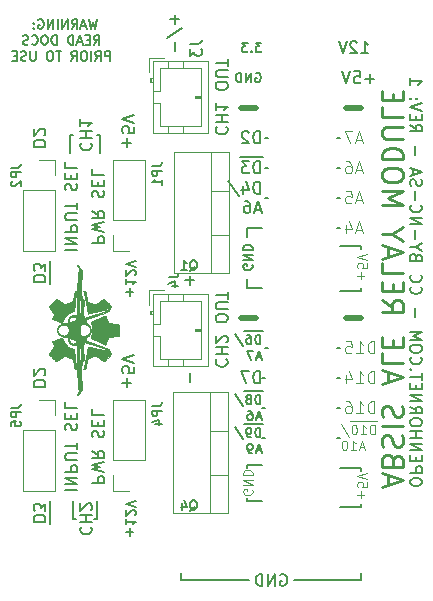
<source format=gbr>
G04 #@! TF.GenerationSoftware,KiCad,Pcbnew,(5.1.9)-1*
G04 #@! TF.CreationDate,2022-07-29T13:53:29-06:00*
G04 #@! TF.ProjectId,ABSIS_ALE_Relay_Module,41425349-535f-4414-9c45-5f52656c6179,1*
G04 #@! TF.SameCoordinates,Original*
G04 #@! TF.FileFunction,Legend,Bot*
G04 #@! TF.FilePolarity,Positive*
%FSLAX46Y46*%
G04 Gerber Fmt 4.6, Leading zero omitted, Abs format (unit mm)*
G04 Created by KiCad (PCBNEW (5.1.9)-1) date 2022-07-29 13:53:29*
%MOMM*%
%LPD*%
G01*
G04 APERTURE LIST*
%ADD10C,0.150000*%
%ADD11C,0.200000*%
%ADD12C,0.500000*%
%ADD13C,0.125000*%
%ADD14C,0.250000*%
%ADD15C,0.010000*%
%ADD16C,0.120000*%
G04 APERTURE END LIST*
D10*
X129768000Y-108288000D02*
X129768000Y-106764000D01*
X129514000Y-108288000D02*
X129768000Y-108288000D01*
X127736000Y-108288000D02*
X127736000Y-106764000D01*
X127990000Y-108288000D02*
X127736000Y-108288000D01*
X130022000Y-75776000D02*
X130022000Y-77300000D01*
X129768000Y-75776000D02*
X130022000Y-75776000D01*
X127482000Y-75776000D02*
X127482000Y-77300000D01*
X127736000Y-75776000D02*
X127482000Y-75776000D01*
X128394857Y-108978476D02*
X128347238Y-109026095D01*
X128299619Y-109168952D01*
X128299619Y-109264190D01*
X128347238Y-109407047D01*
X128442476Y-109502285D01*
X128537714Y-109549904D01*
X128728190Y-109597523D01*
X128871047Y-109597523D01*
X129061523Y-109549904D01*
X129156761Y-109502285D01*
X129252000Y-109407047D01*
X129299619Y-109264190D01*
X129299619Y-109168952D01*
X129252000Y-109026095D01*
X129204380Y-108978476D01*
X128299619Y-108549904D02*
X129299619Y-108549904D01*
X128823428Y-108549904D02*
X128823428Y-107978476D01*
X128299619Y-107978476D02*
X129299619Y-107978476D01*
X129204380Y-107549904D02*
X129252000Y-107502285D01*
X129299619Y-107407047D01*
X129299619Y-107168952D01*
X129252000Y-107073714D01*
X129204380Y-107026095D01*
X129109142Y-106978476D01*
X129013904Y-106978476D01*
X128871047Y-107026095D01*
X128299619Y-107597523D01*
X128299619Y-106978476D01*
X128394857Y-76466476D02*
X128347238Y-76514095D01*
X128299619Y-76656952D01*
X128299619Y-76752190D01*
X128347238Y-76895047D01*
X128442476Y-76990285D01*
X128537714Y-77037904D01*
X128728190Y-77085523D01*
X128871047Y-77085523D01*
X129061523Y-77037904D01*
X129156761Y-76990285D01*
X129252000Y-76895047D01*
X129299619Y-76752190D01*
X129299619Y-76656952D01*
X129252000Y-76514095D01*
X129204380Y-76466476D01*
X128299619Y-76037904D02*
X129299619Y-76037904D01*
X128823428Y-76037904D02*
X128823428Y-75466476D01*
X128299619Y-75466476D02*
X129299619Y-75466476D01*
X128299619Y-74466476D02*
X128299619Y-75037904D01*
X128299619Y-74752190D02*
X129299619Y-74752190D01*
X129156761Y-74847428D01*
X129061523Y-74942666D01*
X129013904Y-75037904D01*
X127029619Y-85514857D02*
X128029619Y-85514857D01*
X127029619Y-85038666D02*
X128029619Y-85038666D01*
X127029619Y-84467238D01*
X128029619Y-84467238D01*
X127029619Y-83991047D02*
X128029619Y-83991047D01*
X128029619Y-83610095D01*
X127982000Y-83514857D01*
X127934380Y-83467238D01*
X127839142Y-83419619D01*
X127696285Y-83419619D01*
X127601047Y-83467238D01*
X127553428Y-83514857D01*
X127505809Y-83610095D01*
X127505809Y-83991047D01*
X128029619Y-82991047D02*
X127220095Y-82991047D01*
X127124857Y-82943428D01*
X127077238Y-82895809D01*
X127029619Y-82800571D01*
X127029619Y-82610095D01*
X127077238Y-82514857D01*
X127124857Y-82467238D01*
X127220095Y-82419619D01*
X128029619Y-82419619D01*
X128029619Y-82086285D02*
X128029619Y-81514857D01*
X127029619Y-81800571D02*
X128029619Y-81800571D01*
X127077238Y-80467238D02*
X127029619Y-80324380D01*
X127029619Y-80086285D01*
X127077238Y-79991047D01*
X127124857Y-79943428D01*
X127220095Y-79895809D01*
X127315333Y-79895809D01*
X127410571Y-79943428D01*
X127458190Y-79991047D01*
X127505809Y-80086285D01*
X127553428Y-80276761D01*
X127601047Y-80372000D01*
X127648666Y-80419619D01*
X127743904Y-80467238D01*
X127839142Y-80467238D01*
X127934380Y-80419619D01*
X127982000Y-80372000D01*
X128029619Y-80276761D01*
X128029619Y-80038666D01*
X127982000Y-79895809D01*
X127553428Y-79467238D02*
X127553428Y-79133904D01*
X127029619Y-78991047D02*
X127029619Y-79467238D01*
X128029619Y-79467238D01*
X128029619Y-78991047D01*
X127029619Y-78086285D02*
X127029619Y-78562476D01*
X128029619Y-78562476D01*
X125730000Y-88436190D02*
X125730000Y-87436190D01*
X124362619Y-88198095D02*
X125362619Y-88198095D01*
X125362619Y-87960000D01*
X125315000Y-87817142D01*
X125219761Y-87721904D01*
X125124523Y-87674285D01*
X124934047Y-87626666D01*
X124791190Y-87626666D01*
X124600714Y-87674285D01*
X124505476Y-87721904D01*
X124410238Y-87817142D01*
X124362619Y-87960000D01*
X124362619Y-88198095D01*
X125730000Y-87436190D02*
X125730000Y-86483809D01*
X125362619Y-87293333D02*
X125362619Y-86674285D01*
X124981666Y-87007619D01*
X124981666Y-86864761D01*
X124934047Y-86769523D01*
X124886428Y-86721904D01*
X124791190Y-86674285D01*
X124553095Y-86674285D01*
X124457857Y-86721904D01*
X124410238Y-86769523D01*
X124362619Y-86864761D01*
X124362619Y-87150476D01*
X124410238Y-87245714D01*
X124457857Y-87293333D01*
X124362619Y-76768095D02*
X125362619Y-76768095D01*
X125362619Y-76530000D01*
X125315000Y-76387142D01*
X125219761Y-76291904D01*
X125124523Y-76244285D01*
X124934047Y-76196666D01*
X124791190Y-76196666D01*
X124600714Y-76244285D01*
X124505476Y-76291904D01*
X124410238Y-76387142D01*
X124362619Y-76530000D01*
X124362619Y-76768095D01*
X125267380Y-75815714D02*
X125315000Y-75768095D01*
X125362619Y-75672857D01*
X125362619Y-75434761D01*
X125315000Y-75339523D01*
X125267380Y-75291904D01*
X125172142Y-75244285D01*
X125076904Y-75244285D01*
X124934047Y-75291904D01*
X124362619Y-75863333D01*
X124362619Y-75244285D01*
X129315619Y-84919619D02*
X130315619Y-84919619D01*
X130315619Y-84538666D01*
X130268000Y-84443428D01*
X130220380Y-84395809D01*
X130125142Y-84348190D01*
X129982285Y-84348190D01*
X129887047Y-84395809D01*
X129839428Y-84443428D01*
X129791809Y-84538666D01*
X129791809Y-84919619D01*
X130315619Y-84014857D02*
X129315619Y-83776761D01*
X130029904Y-83586285D01*
X129315619Y-83395809D01*
X130315619Y-83157714D01*
X129315619Y-82205333D02*
X129791809Y-82538666D01*
X129315619Y-82776761D02*
X130315619Y-82776761D01*
X130315619Y-82395809D01*
X130268000Y-82300571D01*
X130220380Y-82252952D01*
X130125142Y-82205333D01*
X129982285Y-82205333D01*
X129887047Y-82252952D01*
X129839428Y-82300571D01*
X129791809Y-82395809D01*
X129791809Y-82776761D01*
X129363238Y-81062476D02*
X129315619Y-80919619D01*
X129315619Y-80681523D01*
X129363238Y-80586285D01*
X129410857Y-80538666D01*
X129506095Y-80491047D01*
X129601333Y-80491047D01*
X129696571Y-80538666D01*
X129744190Y-80586285D01*
X129791809Y-80681523D01*
X129839428Y-80872000D01*
X129887047Y-80967238D01*
X129934666Y-81014857D01*
X130029904Y-81062476D01*
X130125142Y-81062476D01*
X130220380Y-81014857D01*
X130268000Y-80967238D01*
X130315619Y-80872000D01*
X130315619Y-80633904D01*
X130268000Y-80491047D01*
X129839428Y-80062476D02*
X129839428Y-79729142D01*
X129315619Y-79586285D02*
X129315619Y-80062476D01*
X130315619Y-80062476D01*
X130315619Y-79586285D01*
X129315619Y-78681523D02*
X129315619Y-79157714D01*
X130315619Y-79157714D01*
X132236571Y-76807714D02*
X132236571Y-76045809D01*
X131855619Y-76426761D02*
X132617523Y-76426761D01*
X132855619Y-75093428D02*
X132855619Y-75569619D01*
X132379428Y-75617238D01*
X132427047Y-75569619D01*
X132474666Y-75474380D01*
X132474666Y-75236285D01*
X132427047Y-75141047D01*
X132379428Y-75093428D01*
X132284190Y-75045809D01*
X132046095Y-75045809D01*
X131950857Y-75093428D01*
X131903238Y-75141047D01*
X131855619Y-75236285D01*
X131855619Y-75474380D01*
X131903238Y-75569619D01*
X131950857Y-75617238D01*
X132855619Y-74760095D02*
X131855619Y-74426761D01*
X132855619Y-74093428D01*
X132504857Y-89377523D02*
X132504857Y-88768000D01*
X132200095Y-89072761D02*
X132809619Y-89072761D01*
X132200095Y-87968000D02*
X132200095Y-88425142D01*
X132200095Y-88196571D02*
X133000095Y-88196571D01*
X132885809Y-88272761D01*
X132809619Y-88348952D01*
X132771523Y-88425142D01*
X132923904Y-87663238D02*
X132962000Y-87625142D01*
X133000095Y-87548952D01*
X133000095Y-87358476D01*
X132962000Y-87282285D01*
X132923904Y-87244190D01*
X132847714Y-87206095D01*
X132771523Y-87206095D01*
X132657238Y-87244190D01*
X132200095Y-87701333D01*
X132200095Y-87206095D01*
X133000095Y-86977523D02*
X132200095Y-86710857D01*
X133000095Y-86444190D01*
X127029619Y-105834857D02*
X128029619Y-105834857D01*
X127029619Y-105358666D02*
X128029619Y-105358666D01*
X127029619Y-104787238D01*
X128029619Y-104787238D01*
X127029619Y-104311047D02*
X128029619Y-104311047D01*
X128029619Y-103930095D01*
X127982000Y-103834857D01*
X127934380Y-103787238D01*
X127839142Y-103739619D01*
X127696285Y-103739619D01*
X127601047Y-103787238D01*
X127553428Y-103834857D01*
X127505809Y-103930095D01*
X127505809Y-104311047D01*
X128029619Y-103311047D02*
X127220095Y-103311047D01*
X127124857Y-103263428D01*
X127077238Y-103215809D01*
X127029619Y-103120571D01*
X127029619Y-102930095D01*
X127077238Y-102834857D01*
X127124857Y-102787238D01*
X127220095Y-102739619D01*
X128029619Y-102739619D01*
X128029619Y-102406285D02*
X128029619Y-101834857D01*
X127029619Y-102120571D02*
X128029619Y-102120571D01*
X127077238Y-100787238D02*
X127029619Y-100644380D01*
X127029619Y-100406285D01*
X127077238Y-100311047D01*
X127124857Y-100263428D01*
X127220095Y-100215809D01*
X127315333Y-100215809D01*
X127410571Y-100263428D01*
X127458190Y-100311047D01*
X127505809Y-100406285D01*
X127553428Y-100596761D01*
X127601047Y-100692000D01*
X127648666Y-100739619D01*
X127743904Y-100787238D01*
X127839142Y-100787238D01*
X127934380Y-100739619D01*
X127982000Y-100692000D01*
X128029619Y-100596761D01*
X128029619Y-100358666D01*
X127982000Y-100215809D01*
X127553428Y-99787238D02*
X127553428Y-99453904D01*
X127029619Y-99311047D02*
X127029619Y-99787238D01*
X128029619Y-99787238D01*
X128029619Y-99311047D01*
X127029619Y-98406285D02*
X127029619Y-98882476D01*
X128029619Y-98882476D01*
X143992000Y-96350000D02*
X143738000Y-96350000D01*
X143992000Y-93810000D02*
X144246000Y-93810000D01*
X150342000Y-101430000D02*
X150088000Y-101430000D01*
X150342000Y-98890000D02*
X150088000Y-98890000D01*
X150342000Y-96350000D02*
X150088000Y-96350000D01*
X150342000Y-93810000D02*
X150088000Y-93810000D01*
X152120000Y-107272000D02*
X150342000Y-107272000D01*
X152120000Y-107018000D02*
X152120000Y-107272000D01*
X152120000Y-103970000D02*
X150342000Y-103970000D01*
X152120000Y-104224000D02*
X152120000Y-103970000D01*
X142468000Y-103716000D02*
X143738000Y-103716000D01*
X142468000Y-103970000D02*
X142468000Y-103716000D01*
X142468000Y-106764000D02*
X143738000Y-106764000D01*
X142468000Y-106510000D02*
X142468000Y-106764000D01*
X143992000Y-98890000D02*
X143738000Y-98890000D01*
X143738000Y-101430000D02*
X143992000Y-101430000D01*
X150342000Y-83650000D02*
X150088000Y-83650000D01*
X150342000Y-81110000D02*
X150088000Y-81110000D01*
X150342000Y-78570000D02*
X150088000Y-78570000D01*
X150342000Y-76030000D02*
X150088000Y-76030000D01*
X144246000Y-81110000D02*
X143992000Y-81110000D01*
X143992000Y-78570000D02*
X144246000Y-78570000D01*
X143992000Y-76030000D02*
X144246000Y-76030000D01*
X152120000Y-85174000D02*
X150342000Y-85174000D01*
X152120000Y-85428000D02*
X152120000Y-85174000D01*
X152120000Y-88984000D02*
X150342000Y-88984000D01*
X152120000Y-88730000D02*
X152120000Y-88984000D01*
X142468000Y-83650000D02*
X143738000Y-83650000D01*
X142468000Y-84412000D02*
X142468000Y-83650000D01*
X142468000Y-88730000D02*
X143738000Y-88730000D01*
X142468000Y-87968000D02*
X142468000Y-88730000D01*
X129729523Y-65986904D02*
X129539047Y-66786904D01*
X129386666Y-66215476D01*
X129234285Y-66786904D01*
X129043809Y-65986904D01*
X128777142Y-66558333D02*
X128396190Y-66558333D01*
X128853333Y-66786904D02*
X128586666Y-65986904D01*
X128320000Y-66786904D01*
X127596190Y-66786904D02*
X127862857Y-66405952D01*
X128053333Y-66786904D02*
X128053333Y-65986904D01*
X127748571Y-65986904D01*
X127672380Y-66025000D01*
X127634285Y-66063095D01*
X127596190Y-66139285D01*
X127596190Y-66253571D01*
X127634285Y-66329761D01*
X127672380Y-66367857D01*
X127748571Y-66405952D01*
X128053333Y-66405952D01*
X127253333Y-66786904D02*
X127253333Y-65986904D01*
X126796190Y-66786904D01*
X126796190Y-65986904D01*
X126415238Y-66786904D02*
X126415238Y-65986904D01*
X126034285Y-66786904D02*
X126034285Y-65986904D01*
X125577142Y-66786904D01*
X125577142Y-65986904D01*
X124777142Y-66025000D02*
X124853333Y-65986904D01*
X124967619Y-65986904D01*
X125081904Y-66025000D01*
X125158095Y-66101190D01*
X125196190Y-66177380D01*
X125234285Y-66329761D01*
X125234285Y-66444047D01*
X125196190Y-66596428D01*
X125158095Y-66672619D01*
X125081904Y-66748809D01*
X124967619Y-66786904D01*
X124891428Y-66786904D01*
X124777142Y-66748809D01*
X124739047Y-66710714D01*
X124739047Y-66444047D01*
X124891428Y-66444047D01*
X124396190Y-66710714D02*
X124358095Y-66748809D01*
X124396190Y-66786904D01*
X124434285Y-66748809D01*
X124396190Y-66710714D01*
X124396190Y-66786904D01*
X124396190Y-66291666D02*
X124358095Y-66329761D01*
X124396190Y-66367857D01*
X124434285Y-66329761D01*
X124396190Y-66291666D01*
X124396190Y-66367857D01*
X129481904Y-68136904D02*
X129748571Y-67755952D01*
X129939047Y-68136904D02*
X129939047Y-67336904D01*
X129634285Y-67336904D01*
X129558095Y-67375000D01*
X129520000Y-67413095D01*
X129481904Y-67489285D01*
X129481904Y-67603571D01*
X129520000Y-67679761D01*
X129558095Y-67717857D01*
X129634285Y-67755952D01*
X129939047Y-67755952D01*
X129139047Y-67717857D02*
X128872380Y-67717857D01*
X128758095Y-68136904D02*
X129139047Y-68136904D01*
X129139047Y-67336904D01*
X128758095Y-67336904D01*
X128453333Y-67908333D02*
X128072380Y-67908333D01*
X128529523Y-68136904D02*
X128262857Y-67336904D01*
X127996190Y-68136904D01*
X127729523Y-68136904D02*
X127729523Y-67336904D01*
X127539047Y-67336904D01*
X127424761Y-67375000D01*
X127348571Y-67451190D01*
X127310476Y-67527380D01*
X127272380Y-67679761D01*
X127272380Y-67794047D01*
X127310476Y-67946428D01*
X127348571Y-68022619D01*
X127424761Y-68098809D01*
X127539047Y-68136904D01*
X127729523Y-68136904D01*
X126320000Y-68136904D02*
X126320000Y-67336904D01*
X126129523Y-67336904D01*
X126015238Y-67375000D01*
X125939047Y-67451190D01*
X125900952Y-67527380D01*
X125862857Y-67679761D01*
X125862857Y-67794047D01*
X125900952Y-67946428D01*
X125939047Y-68022619D01*
X126015238Y-68098809D01*
X126129523Y-68136904D01*
X126320000Y-68136904D01*
X125367619Y-67336904D02*
X125215238Y-67336904D01*
X125139047Y-67375000D01*
X125062857Y-67451190D01*
X125024761Y-67603571D01*
X125024761Y-67870238D01*
X125062857Y-68022619D01*
X125139047Y-68098809D01*
X125215238Y-68136904D01*
X125367619Y-68136904D01*
X125443809Y-68098809D01*
X125520000Y-68022619D01*
X125558095Y-67870238D01*
X125558095Y-67603571D01*
X125520000Y-67451190D01*
X125443809Y-67375000D01*
X125367619Y-67336904D01*
X124224761Y-68060714D02*
X124262857Y-68098809D01*
X124377142Y-68136904D01*
X124453333Y-68136904D01*
X124567619Y-68098809D01*
X124643809Y-68022619D01*
X124681904Y-67946428D01*
X124720000Y-67794047D01*
X124720000Y-67679761D01*
X124681904Y-67527380D01*
X124643809Y-67451190D01*
X124567619Y-67375000D01*
X124453333Y-67336904D01*
X124377142Y-67336904D01*
X124262857Y-67375000D01*
X124224761Y-67413095D01*
X123920000Y-68098809D02*
X123805714Y-68136904D01*
X123615238Y-68136904D01*
X123539047Y-68098809D01*
X123500952Y-68060714D01*
X123462857Y-67984523D01*
X123462857Y-67908333D01*
X123500952Y-67832142D01*
X123539047Y-67794047D01*
X123615238Y-67755952D01*
X123767619Y-67717857D01*
X123843809Y-67679761D01*
X123881904Y-67641666D01*
X123920000Y-67565476D01*
X123920000Y-67489285D01*
X123881904Y-67413095D01*
X123843809Y-67375000D01*
X123767619Y-67336904D01*
X123577142Y-67336904D01*
X123462857Y-67375000D01*
X130834285Y-69486904D02*
X130834285Y-68686904D01*
X130529523Y-68686904D01*
X130453333Y-68725000D01*
X130415238Y-68763095D01*
X130377142Y-68839285D01*
X130377142Y-68953571D01*
X130415238Y-69029761D01*
X130453333Y-69067857D01*
X130529523Y-69105952D01*
X130834285Y-69105952D01*
X129577142Y-69486904D02*
X129843809Y-69105952D01*
X130034285Y-69486904D02*
X130034285Y-68686904D01*
X129729523Y-68686904D01*
X129653333Y-68725000D01*
X129615238Y-68763095D01*
X129577142Y-68839285D01*
X129577142Y-68953571D01*
X129615238Y-69029761D01*
X129653333Y-69067857D01*
X129729523Y-69105952D01*
X130034285Y-69105952D01*
X129234285Y-69486904D02*
X129234285Y-68686904D01*
X128700952Y-68686904D02*
X128548571Y-68686904D01*
X128472380Y-68725000D01*
X128396190Y-68801190D01*
X128358095Y-68953571D01*
X128358095Y-69220238D01*
X128396190Y-69372619D01*
X128472380Y-69448809D01*
X128548571Y-69486904D01*
X128700952Y-69486904D01*
X128777142Y-69448809D01*
X128853333Y-69372619D01*
X128891428Y-69220238D01*
X128891428Y-68953571D01*
X128853333Y-68801190D01*
X128777142Y-68725000D01*
X128700952Y-68686904D01*
X127558095Y-69486904D02*
X127824761Y-69105952D01*
X128015238Y-69486904D02*
X128015238Y-68686904D01*
X127710476Y-68686904D01*
X127634285Y-68725000D01*
X127596190Y-68763095D01*
X127558095Y-68839285D01*
X127558095Y-68953571D01*
X127596190Y-69029761D01*
X127634285Y-69067857D01*
X127710476Y-69105952D01*
X128015238Y-69105952D01*
X126720000Y-68686904D02*
X126262857Y-68686904D01*
X126491428Y-69486904D02*
X126491428Y-68686904D01*
X125843809Y-68686904D02*
X125691428Y-68686904D01*
X125615238Y-68725000D01*
X125539047Y-68801190D01*
X125500952Y-68953571D01*
X125500952Y-69220238D01*
X125539047Y-69372619D01*
X125615238Y-69448809D01*
X125691428Y-69486904D01*
X125843809Y-69486904D01*
X125920000Y-69448809D01*
X125996190Y-69372619D01*
X126034285Y-69220238D01*
X126034285Y-68953571D01*
X125996190Y-68801190D01*
X125920000Y-68725000D01*
X125843809Y-68686904D01*
X124548571Y-68686904D02*
X124548571Y-69334523D01*
X124510476Y-69410714D01*
X124472380Y-69448809D01*
X124396190Y-69486904D01*
X124243809Y-69486904D01*
X124167619Y-69448809D01*
X124129523Y-69410714D01*
X124091428Y-69334523D01*
X124091428Y-68686904D01*
X123748571Y-69448809D02*
X123634285Y-69486904D01*
X123443809Y-69486904D01*
X123367619Y-69448809D01*
X123329523Y-69410714D01*
X123291428Y-69334523D01*
X123291428Y-69258333D01*
X123329523Y-69182142D01*
X123367619Y-69144047D01*
X123443809Y-69105952D01*
X123596190Y-69067857D01*
X123672380Y-69029761D01*
X123710476Y-68991666D01*
X123748571Y-68915476D01*
X123748571Y-68839285D01*
X123710476Y-68763095D01*
X123672380Y-68725000D01*
X123596190Y-68686904D01*
X123405714Y-68686904D01*
X123291428Y-68725000D01*
X122948571Y-69067857D02*
X122681904Y-69067857D01*
X122567619Y-69486904D02*
X122948571Y-69486904D01*
X122948571Y-68686904D01*
X122567619Y-68686904D01*
D11*
X137586428Y-95969047D02*
X137586428Y-96730952D01*
X137586428Y-87714047D02*
X137586428Y-88475952D01*
X137967380Y-88095000D02*
X137205476Y-88095000D01*
X136316428Y-65616190D02*
X136316428Y-66378095D01*
X136697380Y-65997142D02*
X135935476Y-65997142D01*
X135649761Y-67568571D02*
X136935476Y-66711428D01*
X136316428Y-67901904D02*
X136316428Y-68663809D01*
D10*
X136880000Y-113495000D02*
X136880000Y-112860000D01*
X142595000Y-113495000D02*
X136880000Y-113495000D01*
X152120000Y-113495000D02*
X152120000Y-112860000D01*
X146405000Y-113495000D02*
X152120000Y-113495000D01*
X145261904Y-112995000D02*
X145357142Y-112947380D01*
X145500000Y-112947380D01*
X145642857Y-112995000D01*
X145738095Y-113090238D01*
X145785714Y-113185476D01*
X145833333Y-113375952D01*
X145833333Y-113518809D01*
X145785714Y-113709285D01*
X145738095Y-113804523D01*
X145642857Y-113899761D01*
X145500000Y-113947380D01*
X145404761Y-113947380D01*
X145261904Y-113899761D01*
X145214285Y-113852142D01*
X145214285Y-113518809D01*
X145404761Y-113518809D01*
X144785714Y-113947380D02*
X144785714Y-112947380D01*
X144214285Y-113947380D01*
X144214285Y-112947380D01*
X143738095Y-113947380D02*
X143738095Y-112947380D01*
X143500000Y-112947380D01*
X143357142Y-112995000D01*
X143261904Y-113090238D01*
X143214285Y-113185476D01*
X143166666Y-113375952D01*
X143166666Y-113518809D01*
X143214285Y-113709285D01*
X143261904Y-113804523D01*
X143357142Y-113899761D01*
X143500000Y-113947380D01*
X143738095Y-113947380D01*
X129315619Y-105239619D02*
X130315619Y-105239619D01*
X130315619Y-104858666D01*
X130268000Y-104763428D01*
X130220380Y-104715809D01*
X130125142Y-104668190D01*
X129982285Y-104668190D01*
X129887047Y-104715809D01*
X129839428Y-104763428D01*
X129791809Y-104858666D01*
X129791809Y-105239619D01*
X130315619Y-104334857D02*
X129315619Y-104096761D01*
X130029904Y-103906285D01*
X129315619Y-103715809D01*
X130315619Y-103477714D01*
X129315619Y-102525333D02*
X129791809Y-102858666D01*
X129315619Y-103096761D02*
X130315619Y-103096761D01*
X130315619Y-102715809D01*
X130268000Y-102620571D01*
X130220380Y-102572952D01*
X130125142Y-102525333D01*
X129982285Y-102525333D01*
X129887047Y-102572952D01*
X129839428Y-102620571D01*
X129791809Y-102715809D01*
X129791809Y-103096761D01*
X129363238Y-101382476D02*
X129315619Y-101239619D01*
X129315619Y-101001523D01*
X129363238Y-100906285D01*
X129410857Y-100858666D01*
X129506095Y-100811047D01*
X129601333Y-100811047D01*
X129696571Y-100858666D01*
X129744190Y-100906285D01*
X129791809Y-101001523D01*
X129839428Y-101192000D01*
X129887047Y-101287238D01*
X129934666Y-101334857D01*
X130029904Y-101382476D01*
X130125142Y-101382476D01*
X130220380Y-101334857D01*
X130268000Y-101287238D01*
X130315619Y-101192000D01*
X130315619Y-100953904D01*
X130268000Y-100811047D01*
X129839428Y-100382476D02*
X129839428Y-100049142D01*
X129315619Y-99906285D02*
X129315619Y-100382476D01*
X130315619Y-100382476D01*
X130315619Y-99906285D01*
X129315619Y-99001523D02*
X129315619Y-99477714D01*
X130315619Y-99477714D01*
D12*
X150850000Y-73490000D02*
X152120000Y-73490000D01*
X141960000Y-73490000D02*
X143230000Y-73490000D01*
X141960000Y-91270000D02*
X143230000Y-91270000D01*
X150850000Y-91270000D02*
X152120000Y-91270000D01*
D10*
X132504857Y-109697523D02*
X132504857Y-109088000D01*
X132200095Y-109392761D02*
X132809619Y-109392761D01*
X132200095Y-108288000D02*
X132200095Y-108745142D01*
X132200095Y-108516571D02*
X133000095Y-108516571D01*
X132885809Y-108592761D01*
X132809619Y-108668952D01*
X132771523Y-108745142D01*
X132923904Y-107983238D02*
X132962000Y-107945142D01*
X133000095Y-107868952D01*
X133000095Y-107678476D01*
X132962000Y-107602285D01*
X132923904Y-107564190D01*
X132847714Y-107526095D01*
X132771523Y-107526095D01*
X132657238Y-107564190D01*
X132200095Y-108021333D01*
X132200095Y-107526095D01*
X133000095Y-107297523D02*
X132200095Y-107030857D01*
X133000095Y-106764190D01*
X132236571Y-97127714D02*
X132236571Y-96365809D01*
X131855619Y-96746761D02*
X132617523Y-96746761D01*
X132855619Y-95413428D02*
X132855619Y-95889619D01*
X132379428Y-95937238D01*
X132427047Y-95889619D01*
X132474666Y-95794380D01*
X132474666Y-95556285D01*
X132427047Y-95461047D01*
X132379428Y-95413428D01*
X132284190Y-95365809D01*
X132046095Y-95365809D01*
X131950857Y-95413428D01*
X131903238Y-95461047D01*
X131855619Y-95556285D01*
X131855619Y-95794380D01*
X131903238Y-95889619D01*
X131950857Y-95937238D01*
X132855619Y-95080095D02*
X131855619Y-94746761D01*
X132855619Y-94413428D01*
X125730000Y-108756190D02*
X125730000Y-107756190D01*
X124362619Y-108518095D02*
X125362619Y-108518095D01*
X125362619Y-108280000D01*
X125315000Y-108137142D01*
X125219761Y-108041904D01*
X125124523Y-107994285D01*
X124934047Y-107946666D01*
X124791190Y-107946666D01*
X124600714Y-107994285D01*
X124505476Y-108041904D01*
X124410238Y-108137142D01*
X124362619Y-108280000D01*
X124362619Y-108518095D01*
X125730000Y-107756190D02*
X125730000Y-106803809D01*
X125362619Y-107613333D02*
X125362619Y-106994285D01*
X124981666Y-107327619D01*
X124981666Y-107184761D01*
X124934047Y-107089523D01*
X124886428Y-107041904D01*
X124791190Y-106994285D01*
X124553095Y-106994285D01*
X124457857Y-107041904D01*
X124410238Y-107089523D01*
X124362619Y-107184761D01*
X124362619Y-107470476D01*
X124410238Y-107565714D01*
X124457857Y-107613333D01*
X124362619Y-97088095D02*
X125362619Y-97088095D01*
X125362619Y-96850000D01*
X125315000Y-96707142D01*
X125219761Y-96611904D01*
X125124523Y-96564285D01*
X124934047Y-96516666D01*
X124791190Y-96516666D01*
X124600714Y-96564285D01*
X124505476Y-96611904D01*
X124410238Y-96707142D01*
X124362619Y-96850000D01*
X124362619Y-97088095D01*
X125267380Y-96135714D02*
X125315000Y-96088095D01*
X125362619Y-95992857D01*
X125362619Y-95754761D01*
X125315000Y-95659523D01*
X125267380Y-95611904D01*
X125172142Y-95564285D01*
X125076904Y-95564285D01*
X124934047Y-95611904D01*
X124362619Y-96183333D01*
X124362619Y-95564285D01*
D13*
X142868000Y-105819226D02*
X142906095Y-105895416D01*
X142906095Y-106009702D01*
X142868000Y-106123988D01*
X142791809Y-106200178D01*
X142715619Y-106238273D01*
X142563238Y-106276369D01*
X142448952Y-106276369D01*
X142296571Y-106238273D01*
X142220380Y-106200178D01*
X142144190Y-106123988D01*
X142106095Y-106009702D01*
X142106095Y-105933511D01*
X142144190Y-105819226D01*
X142182285Y-105781130D01*
X142448952Y-105781130D01*
X142448952Y-105933511D01*
X142106095Y-105438273D02*
X142906095Y-105438273D01*
X142106095Y-104981130D01*
X142906095Y-104981130D01*
X142106095Y-104600178D02*
X142906095Y-104600178D01*
X142906095Y-104409702D01*
X142868000Y-104295416D01*
X142791809Y-104219226D01*
X142715619Y-104181130D01*
X142563238Y-104143035D01*
X142448952Y-104143035D01*
X142296571Y-104181130D01*
X142220380Y-104219226D01*
X142144190Y-104295416D01*
X142106095Y-104409702D01*
X142106095Y-104600178D01*
X152062857Y-106552869D02*
X152062857Y-105943345D01*
X151758095Y-106248107D02*
X152367619Y-106248107D01*
X152558095Y-105181440D02*
X152558095Y-105562392D01*
X152177142Y-105600488D01*
X152215238Y-105562392D01*
X152253333Y-105486202D01*
X152253333Y-105295726D01*
X152215238Y-105219535D01*
X152177142Y-105181440D01*
X152100952Y-105143345D01*
X151910476Y-105143345D01*
X151834285Y-105181440D01*
X151796190Y-105219535D01*
X151758095Y-105295726D01*
X151758095Y-105486202D01*
X151796190Y-105562392D01*
X151834285Y-105600488D01*
X152558095Y-104914773D02*
X151758095Y-104648107D01*
X152558095Y-104381440D01*
D14*
X154368333Y-105438333D02*
X154368333Y-104605000D01*
X153868333Y-105605000D02*
X155618333Y-105021666D01*
X153868333Y-104438333D01*
X154785000Y-103271666D02*
X154701666Y-103021666D01*
X154618333Y-102938333D01*
X154451666Y-102855000D01*
X154201666Y-102855000D01*
X154035000Y-102938333D01*
X153951666Y-103021666D01*
X153868333Y-103188333D01*
X153868333Y-103855000D01*
X155618333Y-103855000D01*
X155618333Y-103271666D01*
X155535000Y-103105000D01*
X155451666Y-103021666D01*
X155285000Y-102938333D01*
X155118333Y-102938333D01*
X154951666Y-103021666D01*
X154868333Y-103105000D01*
X154785000Y-103271666D01*
X154785000Y-103855000D01*
X153951666Y-102188333D02*
X153868333Y-101938333D01*
X153868333Y-101521666D01*
X153951666Y-101355000D01*
X154035000Y-101271666D01*
X154201666Y-101188333D01*
X154368333Y-101188333D01*
X154535000Y-101271666D01*
X154618333Y-101355000D01*
X154701666Y-101521666D01*
X154785000Y-101855000D01*
X154868333Y-102021666D01*
X154951666Y-102105000D01*
X155118333Y-102188333D01*
X155285000Y-102188333D01*
X155451666Y-102105000D01*
X155535000Y-102021666D01*
X155618333Y-101855000D01*
X155618333Y-101438333D01*
X155535000Y-101188333D01*
X153868333Y-100438333D02*
X155618333Y-100438333D01*
X153951666Y-99688333D02*
X153868333Y-99438333D01*
X153868333Y-99021666D01*
X153951666Y-98855000D01*
X154035000Y-98771666D01*
X154201666Y-98688333D01*
X154368333Y-98688333D01*
X154535000Y-98771666D01*
X154618333Y-98855000D01*
X154701666Y-99021666D01*
X154785000Y-99355000D01*
X154868333Y-99521666D01*
X154951666Y-99605000D01*
X155118333Y-99688333D01*
X155285000Y-99688333D01*
X155451666Y-99605000D01*
X155535000Y-99521666D01*
X155618333Y-99355000D01*
X155618333Y-98938333D01*
X155535000Y-98688333D01*
X154368333Y-96688333D02*
X154368333Y-95855000D01*
X153868333Y-96855000D02*
X155618333Y-96271666D01*
X153868333Y-95688333D01*
X153868333Y-94271666D02*
X153868333Y-95105000D01*
X155618333Y-95105000D01*
X154785000Y-93688333D02*
X154785000Y-93105000D01*
X153868333Y-92855000D02*
X153868333Y-93688333D01*
X155618333Y-93688333D01*
X155618333Y-92855000D01*
X153868333Y-89771666D02*
X154701666Y-90355000D01*
X153868333Y-90771666D02*
X155618333Y-90771666D01*
X155618333Y-90105000D01*
X155535000Y-89938333D01*
X155451666Y-89855000D01*
X155285000Y-89771666D01*
X155035000Y-89771666D01*
X154868333Y-89855000D01*
X154785000Y-89938333D01*
X154701666Y-90105000D01*
X154701666Y-90771666D01*
X154785000Y-89021666D02*
X154785000Y-88438333D01*
X153868333Y-88188333D02*
X153868333Y-89021666D01*
X155618333Y-89021666D01*
X155618333Y-88188333D01*
X153868333Y-86605000D02*
X153868333Y-87438333D01*
X155618333Y-87438333D01*
X154368333Y-86105000D02*
X154368333Y-85271666D01*
X153868333Y-86271666D02*
X155618333Y-85688333D01*
X153868333Y-85105000D01*
X154701666Y-84188333D02*
X153868333Y-84188333D01*
X155618333Y-84771666D02*
X154701666Y-84188333D01*
X155618333Y-83605000D01*
X153868333Y-81688333D02*
X155618333Y-81688333D01*
X154368333Y-81105000D01*
X155618333Y-80521666D01*
X153868333Y-80521666D01*
X155618333Y-79355000D02*
X155618333Y-79021666D01*
X155535000Y-78855000D01*
X155368333Y-78688333D01*
X155035000Y-78605000D01*
X154451666Y-78605000D01*
X154118333Y-78688333D01*
X153951666Y-78855000D01*
X153868333Y-79021666D01*
X153868333Y-79355000D01*
X153951666Y-79521666D01*
X154118333Y-79688333D01*
X154451666Y-79771666D01*
X155035000Y-79771666D01*
X155368333Y-79688333D01*
X155535000Y-79521666D01*
X155618333Y-79355000D01*
X153868333Y-77855000D02*
X155618333Y-77855000D01*
X155618333Y-77438333D01*
X155535000Y-77188333D01*
X155368333Y-77021666D01*
X155201666Y-76938333D01*
X154868333Y-76855000D01*
X154618333Y-76855000D01*
X154285000Y-76938333D01*
X154118333Y-77021666D01*
X153951666Y-77188333D01*
X153868333Y-77438333D01*
X153868333Y-77855000D01*
X155618333Y-76105000D02*
X154201666Y-76105000D01*
X154035000Y-76021666D01*
X153951666Y-75938333D01*
X153868333Y-75771666D01*
X153868333Y-75438333D01*
X153951666Y-75271666D01*
X154035000Y-75188333D01*
X154201666Y-75105000D01*
X155618333Y-75105000D01*
X153868333Y-73438333D02*
X153868333Y-74271666D01*
X155618333Y-74271666D01*
X154785000Y-72855000D02*
X154785000Y-72271666D01*
X153868333Y-72021666D02*
X153868333Y-72855000D01*
X155618333Y-72855000D01*
X155618333Y-72021666D01*
D10*
X157239619Y-105245809D02*
X157239619Y-105055333D01*
X157192000Y-104960095D01*
X157096761Y-104864857D01*
X156906285Y-104817238D01*
X156572952Y-104817238D01*
X156382476Y-104864857D01*
X156287238Y-104960095D01*
X156239619Y-105055333D01*
X156239619Y-105245809D01*
X156287238Y-105341047D01*
X156382476Y-105436285D01*
X156572952Y-105483904D01*
X156906285Y-105483904D01*
X157096761Y-105436285D01*
X157192000Y-105341047D01*
X157239619Y-105245809D01*
X156239619Y-104388666D02*
X157239619Y-104388666D01*
X157239619Y-104007714D01*
X157192000Y-103912476D01*
X157144380Y-103864857D01*
X157049142Y-103817238D01*
X156906285Y-103817238D01*
X156811047Y-103864857D01*
X156763428Y-103912476D01*
X156715809Y-104007714D01*
X156715809Y-104388666D01*
X156763428Y-103388666D02*
X156763428Y-103055333D01*
X156239619Y-102912476D02*
X156239619Y-103388666D01*
X157239619Y-103388666D01*
X157239619Y-102912476D01*
X156239619Y-102483904D02*
X157239619Y-102483904D01*
X156239619Y-101912476D01*
X157239619Y-101912476D01*
X156239619Y-101436285D02*
X157239619Y-101436285D01*
X156763428Y-101436285D02*
X156763428Y-100864857D01*
X156239619Y-100864857D02*
X157239619Y-100864857D01*
X157239619Y-100198190D02*
X157239619Y-100007714D01*
X157192000Y-99912476D01*
X157096761Y-99817238D01*
X156906285Y-99769619D01*
X156572952Y-99769619D01*
X156382476Y-99817238D01*
X156287238Y-99912476D01*
X156239619Y-100007714D01*
X156239619Y-100198190D01*
X156287238Y-100293428D01*
X156382476Y-100388666D01*
X156572952Y-100436285D01*
X156906285Y-100436285D01*
X157096761Y-100388666D01*
X157192000Y-100293428D01*
X157239619Y-100198190D01*
X156239619Y-98769619D02*
X156715809Y-99102952D01*
X156239619Y-99341047D02*
X157239619Y-99341047D01*
X157239619Y-98960095D01*
X157192000Y-98864857D01*
X157144380Y-98817238D01*
X157049142Y-98769619D01*
X156906285Y-98769619D01*
X156811047Y-98817238D01*
X156763428Y-98864857D01*
X156715809Y-98960095D01*
X156715809Y-99341047D01*
X156239619Y-98341047D02*
X157239619Y-98341047D01*
X156239619Y-97769619D01*
X157239619Y-97769619D01*
X156763428Y-97293428D02*
X156763428Y-96960095D01*
X156239619Y-96817238D02*
X156239619Y-97293428D01*
X157239619Y-97293428D01*
X157239619Y-96817238D01*
X157239619Y-96531523D02*
X157239619Y-95960095D01*
X156239619Y-96245809D02*
X157239619Y-96245809D01*
X156334857Y-95626761D02*
X156287238Y-95579142D01*
X156239619Y-95626761D01*
X156287238Y-95674380D01*
X156334857Y-95626761D01*
X156239619Y-95626761D01*
X156334857Y-94579142D02*
X156287238Y-94626761D01*
X156239619Y-94769619D01*
X156239619Y-94864857D01*
X156287238Y-95007714D01*
X156382476Y-95102952D01*
X156477714Y-95150571D01*
X156668190Y-95198190D01*
X156811047Y-95198190D01*
X157001523Y-95150571D01*
X157096761Y-95102952D01*
X157192000Y-95007714D01*
X157239619Y-94864857D01*
X157239619Y-94769619D01*
X157192000Y-94626761D01*
X157144380Y-94579142D01*
X157239619Y-93960095D02*
X157239619Y-93769619D01*
X157192000Y-93674380D01*
X157096761Y-93579142D01*
X156906285Y-93531523D01*
X156572952Y-93531523D01*
X156382476Y-93579142D01*
X156287238Y-93674380D01*
X156239619Y-93769619D01*
X156239619Y-93960095D01*
X156287238Y-94055333D01*
X156382476Y-94150571D01*
X156572952Y-94198190D01*
X156906285Y-94198190D01*
X157096761Y-94150571D01*
X157192000Y-94055333D01*
X157239619Y-93960095D01*
X156239619Y-93102952D02*
X157239619Y-93102952D01*
X156525333Y-92769619D01*
X157239619Y-92436285D01*
X156239619Y-92436285D01*
X156620571Y-91198190D02*
X156620571Y-90436285D01*
X156334857Y-88626761D02*
X156287238Y-88674380D01*
X156239619Y-88817238D01*
X156239619Y-88912476D01*
X156287238Y-89055333D01*
X156382476Y-89150571D01*
X156477714Y-89198190D01*
X156668190Y-89245809D01*
X156811047Y-89245809D01*
X157001523Y-89198190D01*
X157096761Y-89150571D01*
X157192000Y-89055333D01*
X157239619Y-88912476D01*
X157239619Y-88817238D01*
X157192000Y-88674380D01*
X157144380Y-88626761D01*
X156334857Y-87626761D02*
X156287238Y-87674380D01*
X156239619Y-87817238D01*
X156239619Y-87912476D01*
X156287238Y-88055333D01*
X156382476Y-88150571D01*
X156477714Y-88198190D01*
X156668190Y-88245809D01*
X156811047Y-88245809D01*
X157001523Y-88198190D01*
X157096761Y-88150571D01*
X157192000Y-88055333D01*
X157239619Y-87912476D01*
X157239619Y-87817238D01*
X157192000Y-87674380D01*
X157144380Y-87626761D01*
X156763428Y-86102952D02*
X156715809Y-85960095D01*
X156668190Y-85912476D01*
X156572952Y-85864857D01*
X156430095Y-85864857D01*
X156334857Y-85912476D01*
X156287238Y-85960095D01*
X156239619Y-86055333D01*
X156239619Y-86436285D01*
X157239619Y-86436285D01*
X157239619Y-86102952D01*
X157192000Y-86007714D01*
X157144380Y-85960095D01*
X157049142Y-85912476D01*
X156953904Y-85912476D01*
X156858666Y-85960095D01*
X156811047Y-86007714D01*
X156763428Y-86102952D01*
X156763428Y-86436285D01*
X156715809Y-85245809D02*
X156239619Y-85245809D01*
X157239619Y-85579142D02*
X156715809Y-85245809D01*
X157239619Y-84912476D01*
X156620571Y-84579142D02*
X156620571Y-83817238D01*
X156239619Y-83341047D02*
X157239619Y-83341047D01*
X156239619Y-82769619D01*
X157239619Y-82769619D01*
X156334857Y-81722000D02*
X156287238Y-81769619D01*
X156239619Y-81912476D01*
X156239619Y-82007714D01*
X156287238Y-82150571D01*
X156382476Y-82245809D01*
X156477714Y-82293428D01*
X156668190Y-82341047D01*
X156811047Y-82341047D01*
X157001523Y-82293428D01*
X157096761Y-82245809D01*
X157192000Y-82150571D01*
X157239619Y-82007714D01*
X157239619Y-81912476D01*
X157192000Y-81769619D01*
X157144380Y-81722000D01*
X156620571Y-81293428D02*
X156620571Y-80531523D01*
X156287238Y-80102952D02*
X156239619Y-79960095D01*
X156239619Y-79722000D01*
X156287238Y-79626761D01*
X156334857Y-79579142D01*
X156430095Y-79531523D01*
X156525333Y-79531523D01*
X156620571Y-79579142D01*
X156668190Y-79626761D01*
X156715809Y-79722000D01*
X156763428Y-79912476D01*
X156811047Y-80007714D01*
X156858666Y-80055333D01*
X156953904Y-80102952D01*
X157049142Y-80102952D01*
X157144380Y-80055333D01*
X157192000Y-80007714D01*
X157239619Y-79912476D01*
X157239619Y-79674380D01*
X157192000Y-79531523D01*
X156525333Y-79150571D02*
X156525333Y-78674380D01*
X156239619Y-79245809D02*
X157239619Y-78912476D01*
X156239619Y-78579142D01*
X156620571Y-77483904D02*
X156620571Y-76722000D01*
X156239619Y-74912476D02*
X156715809Y-75245809D01*
X156239619Y-75483904D02*
X157239619Y-75483904D01*
X157239619Y-75102952D01*
X157192000Y-75007714D01*
X157144380Y-74960095D01*
X157049142Y-74912476D01*
X156906285Y-74912476D01*
X156811047Y-74960095D01*
X156763428Y-75007714D01*
X156715809Y-75102952D01*
X156715809Y-75483904D01*
X156763428Y-74483904D02*
X156763428Y-74150571D01*
X156239619Y-74007714D02*
X156239619Y-74483904D01*
X157239619Y-74483904D01*
X157239619Y-74007714D01*
X157239619Y-73722000D02*
X156239619Y-73388666D01*
X157239619Y-73055333D01*
X156334857Y-72722000D02*
X156287238Y-72674380D01*
X156239619Y-72722000D01*
X156287238Y-72769619D01*
X156334857Y-72722000D01*
X156239619Y-72722000D01*
X156858666Y-72722000D02*
X156811047Y-72674380D01*
X156763428Y-72722000D01*
X156811047Y-72769619D01*
X156858666Y-72722000D01*
X156763428Y-72722000D01*
X156239619Y-70960095D02*
X156239619Y-71531523D01*
X156239619Y-71245809D02*
X157239619Y-71245809D01*
X157096761Y-71341047D01*
X157001523Y-71436285D01*
X156953904Y-71531523D01*
X143653214Y-67971904D02*
X143157976Y-67971904D01*
X143424642Y-68276666D01*
X143310357Y-68276666D01*
X143234166Y-68314761D01*
X143196071Y-68352857D01*
X143157976Y-68429047D01*
X143157976Y-68619523D01*
X143196071Y-68695714D01*
X143234166Y-68733809D01*
X143310357Y-68771904D01*
X143538928Y-68771904D01*
X143615119Y-68733809D01*
X143653214Y-68695714D01*
X142815119Y-68695714D02*
X142777023Y-68733809D01*
X142815119Y-68771904D01*
X142853214Y-68733809D01*
X142815119Y-68695714D01*
X142815119Y-68771904D01*
X142510357Y-67971904D02*
X142015119Y-67971904D01*
X142281785Y-68276666D01*
X142167500Y-68276666D01*
X142091309Y-68314761D01*
X142053214Y-68352857D01*
X142015119Y-68429047D01*
X142015119Y-68619523D01*
X142053214Y-68695714D01*
X142091309Y-68733809D01*
X142167500Y-68771904D01*
X142396071Y-68771904D01*
X142472261Y-68733809D01*
X142510357Y-68695714D01*
X143157976Y-70550000D02*
X143234166Y-70511904D01*
X143348452Y-70511904D01*
X143462738Y-70550000D01*
X143538928Y-70626190D01*
X143577023Y-70702380D01*
X143615119Y-70854761D01*
X143615119Y-70969047D01*
X143577023Y-71121428D01*
X143538928Y-71197619D01*
X143462738Y-71273809D01*
X143348452Y-71311904D01*
X143272261Y-71311904D01*
X143157976Y-71273809D01*
X143119880Y-71235714D01*
X143119880Y-70969047D01*
X143272261Y-70969047D01*
X142777023Y-71311904D02*
X142777023Y-70511904D01*
X142319880Y-71311904D01*
X142319880Y-70511904D01*
X141938928Y-71311904D02*
X141938928Y-70511904D01*
X141748452Y-70511904D01*
X141634166Y-70550000D01*
X141557976Y-70626190D01*
X141519880Y-70702380D01*
X141481785Y-70854761D01*
X141481785Y-70969047D01*
X141519880Y-71121428D01*
X141557976Y-71197619D01*
X141634166Y-71273809D01*
X141748452Y-71311904D01*
X141938928Y-71311904D01*
X153217023Y-71021428D02*
X152455119Y-71021428D01*
X152836071Y-71402380D02*
X152836071Y-70640476D01*
X151502738Y-70402380D02*
X151978928Y-70402380D01*
X152026547Y-70878571D01*
X151978928Y-70830952D01*
X151883690Y-70783333D01*
X151645595Y-70783333D01*
X151550357Y-70830952D01*
X151502738Y-70878571D01*
X151455119Y-70973809D01*
X151455119Y-71211904D01*
X151502738Y-71307142D01*
X151550357Y-71354761D01*
X151645595Y-71402380D01*
X151883690Y-71402380D01*
X151978928Y-71354761D01*
X152026547Y-71307142D01*
X151169404Y-70402380D02*
X150836071Y-71402380D01*
X150502738Y-70402380D01*
X152104047Y-68862380D02*
X152675476Y-68862380D01*
X152389761Y-68862380D02*
X152389761Y-67862380D01*
X152485000Y-68005238D01*
X152580238Y-68100476D01*
X152675476Y-68148095D01*
X151723095Y-67957619D02*
X151675476Y-67910000D01*
X151580238Y-67862380D01*
X151342142Y-67862380D01*
X151246904Y-67910000D01*
X151199285Y-67957619D01*
X151151666Y-68052857D01*
X151151666Y-68148095D01*
X151199285Y-68290952D01*
X151770714Y-68862380D01*
X151151666Y-68862380D01*
X150865952Y-67862380D02*
X150532619Y-68862380D01*
X150199285Y-67862380D01*
X142868000Y-86752976D02*
X142906095Y-86829166D01*
X142906095Y-86943452D01*
X142868000Y-87057738D01*
X142791809Y-87133928D01*
X142715619Y-87172023D01*
X142563238Y-87210119D01*
X142448952Y-87210119D01*
X142296571Y-87172023D01*
X142220380Y-87133928D01*
X142144190Y-87057738D01*
X142106095Y-86943452D01*
X142106095Y-86867261D01*
X142144190Y-86752976D01*
X142182285Y-86714880D01*
X142448952Y-86714880D01*
X142448952Y-86867261D01*
X142106095Y-86372023D02*
X142906095Y-86372023D01*
X142106095Y-85914880D01*
X142906095Y-85914880D01*
X142106095Y-85533928D02*
X142906095Y-85533928D01*
X142906095Y-85343452D01*
X142868000Y-85229166D01*
X142791809Y-85152976D01*
X142715619Y-85114880D01*
X142563238Y-85076785D01*
X142448952Y-85076785D01*
X142296571Y-85114880D01*
X142220380Y-85152976D01*
X142144190Y-85229166D01*
X142106095Y-85343452D01*
X142106095Y-85533928D01*
X143767500Y-100238000D02*
X142967500Y-100238000D01*
X143577023Y-101370904D02*
X143577023Y-100570904D01*
X143386547Y-100570904D01*
X143272261Y-100609000D01*
X143196071Y-100685190D01*
X143157976Y-100761380D01*
X143119880Y-100913761D01*
X143119880Y-101028047D01*
X143157976Y-101180428D01*
X143196071Y-101256619D01*
X143272261Y-101332809D01*
X143386547Y-101370904D01*
X143577023Y-101370904D01*
X142967500Y-100238000D02*
X142205595Y-100238000D01*
X142738928Y-101370904D02*
X142586547Y-101370904D01*
X142510357Y-101332809D01*
X142472261Y-101294714D01*
X142396071Y-101180428D01*
X142357976Y-101028047D01*
X142357976Y-100723285D01*
X142396071Y-100647095D01*
X142434166Y-100609000D01*
X142510357Y-100570904D01*
X142662738Y-100570904D01*
X142738928Y-100609000D01*
X142777023Y-100647095D01*
X142815119Y-100723285D01*
X142815119Y-100913761D01*
X142777023Y-100989952D01*
X142738928Y-101028047D01*
X142662738Y-101066142D01*
X142510357Y-101066142D01*
X142434166Y-101028047D01*
X142396071Y-100989952D01*
X142357976Y-100913761D01*
X141443690Y-100532809D02*
X142129404Y-101561380D01*
X143615119Y-102492333D02*
X143234166Y-102492333D01*
X143691309Y-102720904D02*
X143424642Y-101920904D01*
X143157976Y-102720904D01*
X142853214Y-102720904D02*
X142700833Y-102720904D01*
X142624642Y-102682809D01*
X142586547Y-102644714D01*
X142510357Y-102530428D01*
X142472261Y-102378047D01*
X142472261Y-102073285D01*
X142510357Y-101997095D01*
X142548452Y-101959000D01*
X142624642Y-101920904D01*
X142777023Y-101920904D01*
X142853214Y-101959000D01*
X142891309Y-101997095D01*
X142929404Y-102073285D01*
X142929404Y-102263761D01*
X142891309Y-102339952D01*
X142853214Y-102378047D01*
X142777023Y-102416142D01*
X142624642Y-102416142D01*
X142548452Y-102378047D01*
X142510357Y-102339952D01*
X142472261Y-102263761D01*
X143529404Y-80737380D02*
X143529404Y-79737380D01*
X143291309Y-79737380D01*
X143148452Y-79785000D01*
X143053214Y-79880238D01*
X143005595Y-79975476D01*
X142957976Y-80165952D01*
X142957976Y-80308809D01*
X143005595Y-80499285D01*
X143053214Y-80594523D01*
X143148452Y-80689761D01*
X143291309Y-80737380D01*
X143529404Y-80737380D01*
X142100833Y-80070714D02*
X142100833Y-80737380D01*
X142338928Y-79689761D02*
X142577023Y-80404047D01*
X141957976Y-80404047D01*
X140862738Y-79689761D02*
X141719880Y-80975476D01*
X143577023Y-82101666D02*
X143100833Y-82101666D01*
X143672261Y-82387380D02*
X143338928Y-81387380D01*
X143005595Y-82387380D01*
X142243690Y-81387380D02*
X142434166Y-81387380D01*
X142529404Y-81435000D01*
X142577023Y-81482619D01*
X142672261Y-81625476D01*
X142719880Y-81815952D01*
X142719880Y-82196904D01*
X142672261Y-82292142D01*
X142624642Y-82339761D01*
X142529404Y-82387380D01*
X142338928Y-82387380D01*
X142243690Y-82339761D01*
X142196071Y-82292142D01*
X142148452Y-82196904D01*
X142148452Y-81958809D01*
X142196071Y-81863571D01*
X142243690Y-81815952D01*
X142338928Y-81768333D01*
X142529404Y-81768333D01*
X142624642Y-81815952D01*
X142672261Y-81863571D01*
X142719880Y-81958809D01*
X143767500Y-97444000D02*
X142967500Y-97444000D01*
X143577023Y-98576904D02*
X143577023Y-97776904D01*
X143386547Y-97776904D01*
X143272261Y-97815000D01*
X143196071Y-97891190D01*
X143157976Y-97967380D01*
X143119880Y-98119761D01*
X143119880Y-98234047D01*
X143157976Y-98386428D01*
X143196071Y-98462619D01*
X143272261Y-98538809D01*
X143386547Y-98576904D01*
X143577023Y-98576904D01*
X142967500Y-97444000D02*
X142205595Y-97444000D01*
X142662738Y-98119761D02*
X142738928Y-98081666D01*
X142777023Y-98043571D01*
X142815119Y-97967380D01*
X142815119Y-97929285D01*
X142777023Y-97853095D01*
X142738928Y-97815000D01*
X142662738Y-97776904D01*
X142510357Y-97776904D01*
X142434166Y-97815000D01*
X142396071Y-97853095D01*
X142357976Y-97929285D01*
X142357976Y-97967380D01*
X142396071Y-98043571D01*
X142434166Y-98081666D01*
X142510357Y-98119761D01*
X142662738Y-98119761D01*
X142738928Y-98157857D01*
X142777023Y-98195952D01*
X142815119Y-98272142D01*
X142815119Y-98424523D01*
X142777023Y-98500714D01*
X142738928Y-98538809D01*
X142662738Y-98576904D01*
X142510357Y-98576904D01*
X142434166Y-98538809D01*
X142396071Y-98500714D01*
X142357976Y-98424523D01*
X142357976Y-98272142D01*
X142396071Y-98195952D01*
X142434166Y-98157857D01*
X142510357Y-98119761D01*
X141443690Y-97738809D02*
X142129404Y-98767380D01*
X143615119Y-99698333D02*
X143234166Y-99698333D01*
X143691309Y-99926904D02*
X143424642Y-99126904D01*
X143157976Y-99926904D01*
X142548452Y-99126904D02*
X142700833Y-99126904D01*
X142777023Y-99165000D01*
X142815119Y-99203095D01*
X142891309Y-99317380D01*
X142929404Y-99469761D01*
X142929404Y-99774523D01*
X142891309Y-99850714D01*
X142853214Y-99888809D01*
X142777023Y-99926904D01*
X142624642Y-99926904D01*
X142548452Y-99888809D01*
X142510357Y-99850714D01*
X142472261Y-99774523D01*
X142472261Y-99584047D01*
X142510357Y-99507857D01*
X142548452Y-99469761D01*
X142624642Y-99431666D01*
X142777023Y-99431666D01*
X142853214Y-99469761D01*
X142891309Y-99507857D01*
X142929404Y-99584047D01*
X143767500Y-77655000D02*
X142767500Y-77655000D01*
X143529404Y-79022380D02*
X143529404Y-78022380D01*
X143291309Y-78022380D01*
X143148452Y-78070000D01*
X143053214Y-78165238D01*
X143005595Y-78260476D01*
X142957976Y-78450952D01*
X142957976Y-78593809D01*
X143005595Y-78784285D01*
X143053214Y-78879523D01*
X143148452Y-78974761D01*
X143291309Y-79022380D01*
X143529404Y-79022380D01*
X142767500Y-77655000D02*
X141815119Y-77655000D01*
X142624642Y-78022380D02*
X142005595Y-78022380D01*
X142338928Y-78403333D01*
X142196071Y-78403333D01*
X142100833Y-78450952D01*
X142053214Y-78498571D01*
X142005595Y-78593809D01*
X142005595Y-78831904D01*
X142053214Y-78927142D01*
X142100833Y-78974761D01*
X142196071Y-79022380D01*
X142481785Y-79022380D01*
X142577023Y-78974761D01*
X142624642Y-78927142D01*
X143529404Y-96802380D02*
X143529404Y-95802380D01*
X143291309Y-95802380D01*
X143148452Y-95850000D01*
X143053214Y-95945238D01*
X143005595Y-96040476D01*
X142957976Y-96230952D01*
X142957976Y-96373809D01*
X143005595Y-96564285D01*
X143053214Y-96659523D01*
X143148452Y-96754761D01*
X143291309Y-96802380D01*
X143529404Y-96802380D01*
X142624642Y-95802380D02*
X141957976Y-95802380D01*
X142386547Y-96802380D01*
X143529404Y-76482380D02*
X143529404Y-75482380D01*
X143291309Y-75482380D01*
X143148452Y-75530000D01*
X143053214Y-75625238D01*
X143005595Y-75720476D01*
X142957976Y-75910952D01*
X142957976Y-76053809D01*
X143005595Y-76244285D01*
X143053214Y-76339523D01*
X143148452Y-76434761D01*
X143291309Y-76482380D01*
X143529404Y-76482380D01*
X142577023Y-75577619D02*
X142529404Y-75530000D01*
X142434166Y-75482380D01*
X142196071Y-75482380D01*
X142100833Y-75530000D01*
X142053214Y-75577619D01*
X142005595Y-75672857D01*
X142005595Y-75768095D01*
X142053214Y-75910952D01*
X142624642Y-76482380D01*
X142005595Y-76482380D01*
X143767500Y-92364000D02*
X142967500Y-92364000D01*
X143577023Y-93496904D02*
X143577023Y-92696904D01*
X143386547Y-92696904D01*
X143272261Y-92735000D01*
X143196071Y-92811190D01*
X143157976Y-92887380D01*
X143119880Y-93039761D01*
X143119880Y-93154047D01*
X143157976Y-93306428D01*
X143196071Y-93382619D01*
X143272261Y-93458809D01*
X143386547Y-93496904D01*
X143577023Y-93496904D01*
X142967500Y-92364000D02*
X142205595Y-92364000D01*
X142434166Y-92696904D02*
X142586547Y-92696904D01*
X142662738Y-92735000D01*
X142700833Y-92773095D01*
X142777023Y-92887380D01*
X142815119Y-93039761D01*
X142815119Y-93344523D01*
X142777023Y-93420714D01*
X142738928Y-93458809D01*
X142662738Y-93496904D01*
X142510357Y-93496904D01*
X142434166Y-93458809D01*
X142396071Y-93420714D01*
X142357976Y-93344523D01*
X142357976Y-93154047D01*
X142396071Y-93077857D01*
X142434166Y-93039761D01*
X142510357Y-93001666D01*
X142662738Y-93001666D01*
X142738928Y-93039761D01*
X142777023Y-93077857D01*
X142815119Y-93154047D01*
X141443690Y-92658809D02*
X142129404Y-93687380D01*
X143615119Y-94618333D02*
X143234166Y-94618333D01*
X143691309Y-94846904D02*
X143424642Y-94046904D01*
X143157976Y-94846904D01*
X142967500Y-94046904D02*
X142434166Y-94046904D01*
X142777023Y-94846904D01*
D13*
X152169297Y-83816666D02*
X151693107Y-83816666D01*
X152264535Y-84102380D02*
X151931202Y-83102380D01*
X151597869Y-84102380D01*
X150835964Y-83435714D02*
X150835964Y-84102380D01*
X151074059Y-83054761D02*
X151312154Y-83769047D01*
X150693107Y-83769047D01*
X153458154Y-100029000D02*
X152658154Y-100029000D01*
X153267678Y-101129404D02*
X153267678Y-100329404D01*
X153077202Y-100329404D01*
X152962916Y-100367500D01*
X152886726Y-100443690D01*
X152848630Y-100519880D01*
X152810535Y-100672261D01*
X152810535Y-100786547D01*
X152848630Y-100938928D01*
X152886726Y-101015119D01*
X152962916Y-101091309D01*
X153077202Y-101129404D01*
X153267678Y-101129404D01*
X152658154Y-100029000D02*
X151896250Y-100029000D01*
X152048630Y-101129404D02*
X152505773Y-101129404D01*
X152277202Y-101129404D02*
X152277202Y-100329404D01*
X152353392Y-100443690D01*
X152429583Y-100519880D01*
X152505773Y-100557976D01*
X151896250Y-100029000D02*
X151134345Y-100029000D01*
X151553392Y-100329404D02*
X151477202Y-100329404D01*
X151401011Y-100367500D01*
X151362916Y-100405595D01*
X151324821Y-100481785D01*
X151286726Y-100634166D01*
X151286726Y-100824642D01*
X151324821Y-100977023D01*
X151362916Y-101053214D01*
X151401011Y-101091309D01*
X151477202Y-101129404D01*
X151553392Y-101129404D01*
X151629583Y-101091309D01*
X151667678Y-101053214D01*
X151705773Y-100977023D01*
X151743869Y-100824642D01*
X151743869Y-100634166D01*
X151705773Y-100481785D01*
X151667678Y-100405595D01*
X151629583Y-100367500D01*
X151553392Y-100329404D01*
X150372440Y-100291309D02*
X151058154Y-101319880D01*
X152353392Y-102225833D02*
X151972440Y-102225833D01*
X152429583Y-102454404D02*
X152162916Y-101654404D01*
X151896250Y-102454404D01*
X151210535Y-102454404D02*
X151667678Y-102454404D01*
X151439107Y-102454404D02*
X151439107Y-101654404D01*
X151515297Y-101768690D01*
X151591488Y-101844880D01*
X151667678Y-101882976D01*
X150715297Y-101654404D02*
X150639107Y-101654404D01*
X150562916Y-101692500D01*
X150524821Y-101730595D01*
X150486726Y-101806785D01*
X150448630Y-101959166D01*
X150448630Y-102149642D01*
X150486726Y-102302023D01*
X150524821Y-102378214D01*
X150562916Y-102416309D01*
X150639107Y-102454404D01*
X150715297Y-102454404D01*
X150791488Y-102416309D01*
X150829583Y-102378214D01*
X150867678Y-102302023D01*
X150905773Y-102149642D01*
X150905773Y-101959166D01*
X150867678Y-101806785D01*
X150829583Y-101730595D01*
X150791488Y-101692500D01*
X150715297Y-101654404D01*
X152169297Y-81276666D02*
X151693107Y-81276666D01*
X152264535Y-81562380D02*
X151931202Y-80562380D01*
X151597869Y-81562380D01*
X150788345Y-80562380D02*
X151264535Y-80562380D01*
X151312154Y-81038571D01*
X151264535Y-80990952D01*
X151169297Y-80943333D01*
X150931202Y-80943333D01*
X150835964Y-80990952D01*
X150788345Y-81038571D01*
X150740726Y-81133809D01*
X150740726Y-81371904D01*
X150788345Y-81467142D01*
X150835964Y-81514761D01*
X150931202Y-81562380D01*
X151169297Y-81562380D01*
X151264535Y-81514761D01*
X151312154Y-81467142D01*
X153216916Y-99342380D02*
X153216916Y-98342380D01*
X152978821Y-98342380D01*
X152835964Y-98390000D01*
X152740726Y-98485238D01*
X152693107Y-98580476D01*
X152645488Y-98770952D01*
X152645488Y-98913809D01*
X152693107Y-99104285D01*
X152740726Y-99199523D01*
X152835964Y-99294761D01*
X152978821Y-99342380D01*
X153216916Y-99342380D01*
X151693107Y-99342380D02*
X152264535Y-99342380D01*
X151978821Y-99342380D02*
X151978821Y-98342380D01*
X152074059Y-98485238D01*
X152169297Y-98580476D01*
X152264535Y-98628095D01*
X150835964Y-98342380D02*
X151026440Y-98342380D01*
X151121678Y-98390000D01*
X151169297Y-98437619D01*
X151264535Y-98580476D01*
X151312154Y-98770952D01*
X151312154Y-99151904D01*
X151264535Y-99247142D01*
X151216916Y-99294761D01*
X151121678Y-99342380D01*
X150931202Y-99342380D01*
X150835964Y-99294761D01*
X150788345Y-99247142D01*
X150740726Y-99151904D01*
X150740726Y-98913809D01*
X150788345Y-98818571D01*
X150835964Y-98770952D01*
X150931202Y-98723333D01*
X151121678Y-98723333D01*
X151216916Y-98770952D01*
X151264535Y-98818571D01*
X151312154Y-98913809D01*
X152169297Y-78736666D02*
X151693107Y-78736666D01*
X152264535Y-79022380D02*
X151931202Y-78022380D01*
X151597869Y-79022380D01*
X150835964Y-78022380D02*
X151026440Y-78022380D01*
X151121678Y-78070000D01*
X151169297Y-78117619D01*
X151264535Y-78260476D01*
X151312154Y-78450952D01*
X151312154Y-78831904D01*
X151264535Y-78927142D01*
X151216916Y-78974761D01*
X151121678Y-79022380D01*
X150931202Y-79022380D01*
X150835964Y-78974761D01*
X150788345Y-78927142D01*
X150740726Y-78831904D01*
X150740726Y-78593809D01*
X150788345Y-78498571D01*
X150835964Y-78450952D01*
X150931202Y-78403333D01*
X151121678Y-78403333D01*
X151216916Y-78450952D01*
X151264535Y-78498571D01*
X151312154Y-78593809D01*
X153216916Y-96802380D02*
X153216916Y-95802380D01*
X152978821Y-95802380D01*
X152835964Y-95850000D01*
X152740726Y-95945238D01*
X152693107Y-96040476D01*
X152645488Y-96230952D01*
X152645488Y-96373809D01*
X152693107Y-96564285D01*
X152740726Y-96659523D01*
X152835964Y-96754761D01*
X152978821Y-96802380D01*
X153216916Y-96802380D01*
X151693107Y-96802380D02*
X152264535Y-96802380D01*
X151978821Y-96802380D02*
X151978821Y-95802380D01*
X152074059Y-95945238D01*
X152169297Y-96040476D01*
X152264535Y-96088095D01*
X150835964Y-96135714D02*
X150835964Y-96802380D01*
X151074059Y-95754761D02*
X151312154Y-96469047D01*
X150693107Y-96469047D01*
X152169297Y-76196666D02*
X151693107Y-76196666D01*
X152264535Y-76482380D02*
X151931202Y-75482380D01*
X151597869Y-76482380D01*
X151359773Y-75482380D02*
X150693107Y-75482380D01*
X151121678Y-76482380D01*
X153216916Y-94262380D02*
X153216916Y-93262380D01*
X152978821Y-93262380D01*
X152835964Y-93310000D01*
X152740726Y-93405238D01*
X152693107Y-93500476D01*
X152645488Y-93690952D01*
X152645488Y-93833809D01*
X152693107Y-94024285D01*
X152740726Y-94119523D01*
X152835964Y-94214761D01*
X152978821Y-94262380D01*
X153216916Y-94262380D01*
X151693107Y-94262380D02*
X152264535Y-94262380D01*
X151978821Y-94262380D02*
X151978821Y-93262380D01*
X152074059Y-93405238D01*
X152169297Y-93500476D01*
X152264535Y-93548095D01*
X150788345Y-93262380D02*
X151264535Y-93262380D01*
X151312154Y-93738571D01*
X151264535Y-93690952D01*
X151169297Y-93643333D01*
X150931202Y-93643333D01*
X150835964Y-93690952D01*
X150788345Y-93738571D01*
X150740726Y-93833809D01*
X150740726Y-94071904D01*
X150788345Y-94167142D01*
X150835964Y-94214761D01*
X150931202Y-94262380D01*
X151169297Y-94262380D01*
X151264535Y-94214761D01*
X151312154Y-94167142D01*
X152062857Y-88010869D02*
X152062857Y-87401345D01*
X151758095Y-87706107D02*
X152367619Y-87706107D01*
X152558095Y-86639440D02*
X152558095Y-87020392D01*
X152177142Y-87058488D01*
X152215238Y-87020392D01*
X152253333Y-86944202D01*
X152253333Y-86753726D01*
X152215238Y-86677535D01*
X152177142Y-86639440D01*
X152100952Y-86601345D01*
X151910476Y-86601345D01*
X151834285Y-86639440D01*
X151796190Y-86677535D01*
X151758095Y-86753726D01*
X151758095Y-86944202D01*
X151796190Y-87020392D01*
X151834285Y-87058488D01*
X152558095Y-86372773D02*
X151758095Y-86106107D01*
X152558095Y-85839440D01*
D15*
G36*
X127979831Y-95584870D02*
G01*
X127978462Y-95572057D01*
X127976247Y-95551826D01*
X127973245Y-95524674D01*
X127969511Y-95491097D01*
X127965101Y-95451594D01*
X127960071Y-95406660D01*
X127954478Y-95356793D01*
X127948378Y-95302491D01*
X127941827Y-95244249D01*
X127934882Y-95182566D01*
X127927598Y-95117938D01*
X127920032Y-95050862D01*
X127912240Y-94981835D01*
X127904279Y-94911355D01*
X127896204Y-94839919D01*
X127888072Y-94768022D01*
X127879939Y-94696164D01*
X127871861Y-94624840D01*
X127863895Y-94554548D01*
X127856096Y-94485784D01*
X127848522Y-94419047D01*
X127841227Y-94354832D01*
X127834269Y-94293637D01*
X127827704Y-94235959D01*
X127821587Y-94182295D01*
X127815976Y-94133142D01*
X127810926Y-94088998D01*
X127806494Y-94050358D01*
X127802735Y-94017721D01*
X127799707Y-93991584D01*
X127797464Y-93972442D01*
X127796065Y-93960794D01*
X127795671Y-93957738D01*
X127793213Y-93946177D01*
X127788850Y-93940389D01*
X127781242Y-93937800D01*
X127774829Y-93935553D01*
X127761602Y-93930162D01*
X127742437Y-93922020D01*
X127718210Y-93911522D01*
X127689800Y-93899062D01*
X127658083Y-93885034D01*
X127623935Y-93869832D01*
X127588234Y-93853850D01*
X127551856Y-93837483D01*
X127515679Y-93821125D01*
X127480578Y-93805171D01*
X127447432Y-93790013D01*
X127417117Y-93776047D01*
X127390510Y-93763667D01*
X127368487Y-93753267D01*
X127351926Y-93745241D01*
X127344168Y-93741307D01*
X127308833Y-93720436D01*
X127270669Y-93693821D01*
X127231330Y-93662899D01*
X127192470Y-93629110D01*
X127155741Y-93593893D01*
X127122798Y-93558685D01*
X127095292Y-93524926D01*
X127094926Y-93524433D01*
X127089854Y-93516815D01*
X127080967Y-93502594D01*
X127068692Y-93482493D01*
X127053455Y-93457238D01*
X127035681Y-93427554D01*
X127015796Y-93394165D01*
X126994225Y-93357797D01*
X126971395Y-93319174D01*
X126947731Y-93279021D01*
X126923659Y-93238063D01*
X126899604Y-93197024D01*
X126875992Y-93156630D01*
X126853250Y-93117606D01*
X126831802Y-93080675D01*
X126812075Y-93046564D01*
X126794494Y-93015996D01*
X126779485Y-92989698D01*
X126767474Y-92968392D01*
X126758886Y-92952806D01*
X126756083Y-92947527D01*
X126746284Y-92928659D01*
X126358934Y-93088948D01*
X126290306Y-93117406D01*
X126227631Y-93143520D01*
X126171111Y-93167201D01*
X126120952Y-93188362D01*
X126077358Y-93206916D01*
X126040533Y-93222774D01*
X126010680Y-93235850D01*
X125988005Y-93246055D01*
X125972711Y-93253302D01*
X125965003Y-93257505D01*
X125964175Y-93258187D01*
X125958458Y-93269067D01*
X125956767Y-93277996D01*
X125958714Y-93284024D01*
X125964271Y-93296640D01*
X125973013Y-93314988D01*
X125984514Y-93338213D01*
X125998348Y-93365458D01*
X126014090Y-93395869D01*
X126031313Y-93428591D01*
X126037200Y-93439657D01*
X126058075Y-93478894D01*
X126075218Y-93511452D01*
X126088939Y-93538090D01*
X126099552Y-93559568D01*
X126107367Y-93576646D01*
X126112694Y-93590084D01*
X126115846Y-93600640D01*
X126117134Y-93609076D01*
X126116869Y-93616150D01*
X126115361Y-93622622D01*
X126113882Y-93626816D01*
X126110986Y-93631660D01*
X126103629Y-93642977D01*
X126092149Y-93660265D01*
X126076887Y-93683024D01*
X126058181Y-93710752D01*
X126036372Y-93742949D01*
X126011799Y-93779113D01*
X125984801Y-93818744D01*
X125955718Y-93861340D01*
X125924890Y-93906400D01*
X125892655Y-93953423D01*
X125885282Y-93964166D01*
X125846737Y-94020322D01*
X125812715Y-94069932D01*
X125782950Y-94113434D01*
X125757179Y-94151264D01*
X125735134Y-94183859D01*
X125716552Y-94211657D01*
X125701167Y-94235094D01*
X125688714Y-94254607D01*
X125678927Y-94270634D01*
X125671542Y-94283610D01*
X125666292Y-94293974D01*
X125662914Y-94302163D01*
X125661141Y-94308612D01*
X125660709Y-94313760D01*
X125661352Y-94318043D01*
X125662805Y-94321898D01*
X125664803Y-94325763D01*
X125665285Y-94326650D01*
X125669102Y-94331189D01*
X125678436Y-94341183D01*
X125692788Y-94356132D01*
X125711660Y-94375538D01*
X125734553Y-94398904D01*
X125760969Y-94425730D01*
X125790410Y-94455519D01*
X125822378Y-94487772D01*
X125856373Y-94521990D01*
X125891899Y-94557675D01*
X125928456Y-94594330D01*
X125965547Y-94631455D01*
X126002672Y-94668553D01*
X126039335Y-94705124D01*
X126075035Y-94740671D01*
X126109276Y-94774695D01*
X126141558Y-94806699D01*
X126171384Y-94836182D01*
X126198255Y-94862648D01*
X126221673Y-94885598D01*
X126241140Y-94904534D01*
X126256156Y-94918956D01*
X126266225Y-94928368D01*
X126270847Y-94932270D01*
X126270882Y-94932289D01*
X126280131Y-94936465D01*
X126289046Y-94938274D01*
X126298797Y-94937285D01*
X126310555Y-94933061D01*
X126325491Y-94925169D01*
X126344775Y-94913174D01*
X126369578Y-94896643D01*
X126372707Y-94894520D01*
X126386852Y-94884883D01*
X126407255Y-94870945D01*
X126433193Y-94853199D01*
X126463945Y-94832140D01*
X126498792Y-94808261D01*
X126537013Y-94782056D01*
X126577885Y-94754021D01*
X126620689Y-94724648D01*
X126664704Y-94694433D01*
X126703950Y-94667479D01*
X126746791Y-94638098D01*
X126787856Y-94610024D01*
X126826573Y-94583642D01*
X126862374Y-94559336D01*
X126894688Y-94537490D01*
X126922944Y-94518489D01*
X126946573Y-94502717D01*
X126965005Y-94490559D01*
X126977669Y-94482399D01*
X126983995Y-94478621D01*
X126984273Y-94478493D01*
X126997364Y-94474391D01*
X127009553Y-94472700D01*
X127015661Y-94474264D01*
X127028875Y-94478764D01*
X127048470Y-94485909D01*
X127073725Y-94495410D01*
X127103916Y-94506977D01*
X127138321Y-94520319D01*
X127176217Y-94535146D01*
X127216880Y-94551170D01*
X127259588Y-94568099D01*
X127303618Y-94585644D01*
X127348247Y-94603515D01*
X127392751Y-94621421D01*
X127436409Y-94639074D01*
X127478497Y-94656182D01*
X127518291Y-94672456D01*
X127555070Y-94687607D01*
X127588110Y-94701343D01*
X127616689Y-94713376D01*
X127640083Y-94723414D01*
X127657569Y-94731169D01*
X127668425Y-94736350D01*
X127671657Y-94738261D01*
X127680905Y-94747022D01*
X127687357Y-94754857D01*
X127687922Y-94755812D01*
X127689215Y-94760897D01*
X127691931Y-94773728D01*
X127695958Y-94793725D01*
X127701186Y-94820306D01*
X127707503Y-94852893D01*
X127714797Y-94890903D01*
X127722958Y-94933757D01*
X127731874Y-94980875D01*
X127741435Y-95031675D01*
X127751528Y-95085578D01*
X127762043Y-95142003D01*
X127766302Y-95164931D01*
X127779938Y-95238205D01*
X127792159Y-95303435D01*
X127803024Y-95360914D01*
X127812592Y-95410934D01*
X127820921Y-95453789D01*
X127828069Y-95489772D01*
X127834095Y-95519175D01*
X127839058Y-95542293D01*
X127843015Y-95559418D01*
X127846025Y-95570843D01*
X127848146Y-95576862D01*
X127848576Y-95577600D01*
X127855679Y-95585900D01*
X127864037Y-95591733D01*
X127875218Y-95595513D01*
X127890788Y-95597654D01*
X127912314Y-95598570D01*
X127928442Y-95598704D01*
X127950120Y-95598663D01*
X127964726Y-95598317D01*
X127973653Y-95597426D01*
X127978294Y-95595751D01*
X127980045Y-95593050D01*
X127980301Y-95589767D01*
X127979831Y-95584870D01*
G37*
X127979831Y-95584870D02*
X127978462Y-95572057D01*
X127976247Y-95551826D01*
X127973245Y-95524674D01*
X127969511Y-95491097D01*
X127965101Y-95451594D01*
X127960071Y-95406660D01*
X127954478Y-95356793D01*
X127948378Y-95302491D01*
X127941827Y-95244249D01*
X127934882Y-95182566D01*
X127927598Y-95117938D01*
X127920032Y-95050862D01*
X127912240Y-94981835D01*
X127904279Y-94911355D01*
X127896204Y-94839919D01*
X127888072Y-94768022D01*
X127879939Y-94696164D01*
X127871861Y-94624840D01*
X127863895Y-94554548D01*
X127856096Y-94485784D01*
X127848522Y-94419047D01*
X127841227Y-94354832D01*
X127834269Y-94293637D01*
X127827704Y-94235959D01*
X127821587Y-94182295D01*
X127815976Y-94133142D01*
X127810926Y-94088998D01*
X127806494Y-94050358D01*
X127802735Y-94017721D01*
X127799707Y-93991584D01*
X127797464Y-93972442D01*
X127796065Y-93960794D01*
X127795671Y-93957738D01*
X127793213Y-93946177D01*
X127788850Y-93940389D01*
X127781242Y-93937800D01*
X127774829Y-93935553D01*
X127761602Y-93930162D01*
X127742437Y-93922020D01*
X127718210Y-93911522D01*
X127689800Y-93899062D01*
X127658083Y-93885034D01*
X127623935Y-93869832D01*
X127588234Y-93853850D01*
X127551856Y-93837483D01*
X127515679Y-93821125D01*
X127480578Y-93805171D01*
X127447432Y-93790013D01*
X127417117Y-93776047D01*
X127390510Y-93763667D01*
X127368487Y-93753267D01*
X127351926Y-93745241D01*
X127344168Y-93741307D01*
X127308833Y-93720436D01*
X127270669Y-93693821D01*
X127231330Y-93662899D01*
X127192470Y-93629110D01*
X127155741Y-93593893D01*
X127122798Y-93558685D01*
X127095292Y-93524926D01*
X127094926Y-93524433D01*
X127089854Y-93516815D01*
X127080967Y-93502594D01*
X127068692Y-93482493D01*
X127053455Y-93457238D01*
X127035681Y-93427554D01*
X127015796Y-93394165D01*
X126994225Y-93357797D01*
X126971395Y-93319174D01*
X126947731Y-93279021D01*
X126923659Y-93238063D01*
X126899604Y-93197024D01*
X126875992Y-93156630D01*
X126853250Y-93117606D01*
X126831802Y-93080675D01*
X126812075Y-93046564D01*
X126794494Y-93015996D01*
X126779485Y-92989698D01*
X126767474Y-92968392D01*
X126758886Y-92952806D01*
X126756083Y-92947527D01*
X126746284Y-92928659D01*
X126358934Y-93088948D01*
X126290306Y-93117406D01*
X126227631Y-93143520D01*
X126171111Y-93167201D01*
X126120952Y-93188362D01*
X126077358Y-93206916D01*
X126040533Y-93222774D01*
X126010680Y-93235850D01*
X125988005Y-93246055D01*
X125972711Y-93253302D01*
X125965003Y-93257505D01*
X125964175Y-93258187D01*
X125958458Y-93269067D01*
X125956767Y-93277996D01*
X125958714Y-93284024D01*
X125964271Y-93296640D01*
X125973013Y-93314988D01*
X125984514Y-93338213D01*
X125998348Y-93365458D01*
X126014090Y-93395869D01*
X126031313Y-93428591D01*
X126037200Y-93439657D01*
X126058075Y-93478894D01*
X126075218Y-93511452D01*
X126088939Y-93538090D01*
X126099552Y-93559568D01*
X126107367Y-93576646D01*
X126112694Y-93590084D01*
X126115846Y-93600640D01*
X126117134Y-93609076D01*
X126116869Y-93616150D01*
X126115361Y-93622622D01*
X126113882Y-93626816D01*
X126110986Y-93631660D01*
X126103629Y-93642977D01*
X126092149Y-93660265D01*
X126076887Y-93683024D01*
X126058181Y-93710752D01*
X126036372Y-93742949D01*
X126011799Y-93779113D01*
X125984801Y-93818744D01*
X125955718Y-93861340D01*
X125924890Y-93906400D01*
X125892655Y-93953423D01*
X125885282Y-93964166D01*
X125846737Y-94020322D01*
X125812715Y-94069932D01*
X125782950Y-94113434D01*
X125757179Y-94151264D01*
X125735134Y-94183859D01*
X125716552Y-94211657D01*
X125701167Y-94235094D01*
X125688714Y-94254607D01*
X125678927Y-94270634D01*
X125671542Y-94283610D01*
X125666292Y-94293974D01*
X125662914Y-94302163D01*
X125661141Y-94308612D01*
X125660709Y-94313760D01*
X125661352Y-94318043D01*
X125662805Y-94321898D01*
X125664803Y-94325763D01*
X125665285Y-94326650D01*
X125669102Y-94331189D01*
X125678436Y-94341183D01*
X125692788Y-94356132D01*
X125711660Y-94375538D01*
X125734553Y-94398904D01*
X125760969Y-94425730D01*
X125790410Y-94455519D01*
X125822378Y-94487772D01*
X125856373Y-94521990D01*
X125891899Y-94557675D01*
X125928456Y-94594330D01*
X125965547Y-94631455D01*
X126002672Y-94668553D01*
X126039335Y-94705124D01*
X126075035Y-94740671D01*
X126109276Y-94774695D01*
X126141558Y-94806699D01*
X126171384Y-94836182D01*
X126198255Y-94862648D01*
X126221673Y-94885598D01*
X126241140Y-94904534D01*
X126256156Y-94918956D01*
X126266225Y-94928368D01*
X126270847Y-94932270D01*
X126270882Y-94932289D01*
X126280131Y-94936465D01*
X126289046Y-94938274D01*
X126298797Y-94937285D01*
X126310555Y-94933061D01*
X126325491Y-94925169D01*
X126344775Y-94913174D01*
X126369578Y-94896643D01*
X126372707Y-94894520D01*
X126386852Y-94884883D01*
X126407255Y-94870945D01*
X126433193Y-94853199D01*
X126463945Y-94832140D01*
X126498792Y-94808261D01*
X126537013Y-94782056D01*
X126577885Y-94754021D01*
X126620689Y-94724648D01*
X126664704Y-94694433D01*
X126703950Y-94667479D01*
X126746791Y-94638098D01*
X126787856Y-94610024D01*
X126826573Y-94583642D01*
X126862374Y-94559336D01*
X126894688Y-94537490D01*
X126922944Y-94518489D01*
X126946573Y-94502717D01*
X126965005Y-94490559D01*
X126977669Y-94482399D01*
X126983995Y-94478621D01*
X126984273Y-94478493D01*
X126997364Y-94474391D01*
X127009553Y-94472700D01*
X127015661Y-94474264D01*
X127028875Y-94478764D01*
X127048470Y-94485909D01*
X127073725Y-94495410D01*
X127103916Y-94506977D01*
X127138321Y-94520319D01*
X127176217Y-94535146D01*
X127216880Y-94551170D01*
X127259588Y-94568099D01*
X127303618Y-94585644D01*
X127348247Y-94603515D01*
X127392751Y-94621421D01*
X127436409Y-94639074D01*
X127478497Y-94656182D01*
X127518291Y-94672456D01*
X127555070Y-94687607D01*
X127588110Y-94701343D01*
X127616689Y-94713376D01*
X127640083Y-94723414D01*
X127657569Y-94731169D01*
X127668425Y-94736350D01*
X127671657Y-94738261D01*
X127680905Y-94747022D01*
X127687357Y-94754857D01*
X127687922Y-94755812D01*
X127689215Y-94760897D01*
X127691931Y-94773728D01*
X127695958Y-94793725D01*
X127701186Y-94820306D01*
X127707503Y-94852893D01*
X127714797Y-94890903D01*
X127722958Y-94933757D01*
X127731874Y-94980875D01*
X127741435Y-95031675D01*
X127751528Y-95085578D01*
X127762043Y-95142003D01*
X127766302Y-95164931D01*
X127779938Y-95238205D01*
X127792159Y-95303435D01*
X127803024Y-95360914D01*
X127812592Y-95410934D01*
X127820921Y-95453789D01*
X127828069Y-95489772D01*
X127834095Y-95519175D01*
X127839058Y-95542293D01*
X127843015Y-95559418D01*
X127846025Y-95570843D01*
X127848146Y-95576862D01*
X127848576Y-95577600D01*
X127855679Y-95585900D01*
X127864037Y-95591733D01*
X127875218Y-95595513D01*
X127890788Y-95597654D01*
X127912314Y-95598570D01*
X127928442Y-95598704D01*
X127950120Y-95598663D01*
X127964726Y-95598317D01*
X127973653Y-95597426D01*
X127978294Y-95595751D01*
X127980045Y-95593050D01*
X127980301Y-95589767D01*
X127979831Y-95584870D01*
G36*
X127980029Y-89004703D02*
G01*
X127978254Y-89001867D01*
X127973537Y-89000173D01*
X127964439Y-88999326D01*
X127949519Y-88999033D01*
X127931481Y-88999000D01*
X127902841Y-88999696D01*
X127881321Y-89002001D01*
X127865674Y-89006241D01*
X127854651Y-89012742D01*
X127847602Y-89020871D01*
X127845888Y-89026460D01*
X127842760Y-89039850D01*
X127838324Y-89060512D01*
X127832682Y-89087919D01*
X127825939Y-89121541D01*
X127818198Y-89160850D01*
X127809565Y-89205317D01*
X127800142Y-89254414D01*
X127790033Y-89307613D01*
X127779343Y-89364385D01*
X127768176Y-89424200D01*
X127766628Y-89432532D01*
X127755974Y-89489765D01*
X127745701Y-89544701D01*
X127735918Y-89596759D01*
X127726738Y-89645360D01*
X127718271Y-89689923D01*
X127710629Y-89729869D01*
X127703923Y-89764617D01*
X127698264Y-89793587D01*
X127693762Y-89816199D01*
X127690530Y-89831873D01*
X127688679Y-89840028D01*
X127688353Y-89841049D01*
X127685725Y-89845339D01*
X127682289Y-89849546D01*
X127677533Y-89853902D01*
X127670948Y-89858638D01*
X127662023Y-89863984D01*
X127650247Y-89870173D01*
X127635109Y-89877434D01*
X127616100Y-89885999D01*
X127592709Y-89896099D01*
X127564424Y-89907965D01*
X127530736Y-89921828D01*
X127491134Y-89937919D01*
X127445107Y-89956469D01*
X127392145Y-89977708D01*
X127342113Y-89997722D01*
X127276235Y-90023990D01*
X127218001Y-90047066D01*
X127167239Y-90067018D01*
X127123777Y-90083910D01*
X127087444Y-90097807D01*
X127058069Y-90108775D01*
X127035478Y-90116879D01*
X127019502Y-90122184D01*
X127009967Y-90124757D01*
X127007680Y-90125040D01*
X126993481Y-90123324D01*
X126980687Y-90119199D01*
X126980096Y-90118900D01*
X126974920Y-90115636D01*
X126963288Y-90107931D01*
X126945721Y-90096138D01*
X126922737Y-90080611D01*
X126894860Y-90061706D01*
X126862609Y-90039775D01*
X126826505Y-90015172D01*
X126787069Y-89988253D01*
X126744821Y-89959371D01*
X126700283Y-89928880D01*
X126658362Y-89900143D01*
X126611939Y-89868301D01*
X126567160Y-89837589D01*
X126524568Y-89808377D01*
X126484702Y-89781037D01*
X126448104Y-89755940D01*
X126415314Y-89733455D01*
X126386873Y-89713955D01*
X126363322Y-89697809D01*
X126345201Y-89685390D01*
X126333052Y-89677066D01*
X126327767Y-89673450D01*
X126308435Y-89662833D01*
X126291816Y-89659400D01*
X126289137Y-89659598D01*
X126286116Y-89660419D01*
X126282397Y-89662204D01*
X126277622Y-89665292D01*
X126271435Y-89670025D01*
X126263477Y-89676741D01*
X126253393Y-89685782D01*
X126240824Y-89697487D01*
X126225413Y-89712198D01*
X126206804Y-89730253D01*
X126184638Y-89751994D01*
X126158559Y-89777761D01*
X126128210Y-89807893D01*
X126093233Y-89842732D01*
X126053270Y-89882617D01*
X126007966Y-89927889D01*
X125968441Y-89967407D01*
X125917485Y-90018302D01*
X125872149Y-90063518D01*
X125832141Y-90103438D01*
X125797170Y-90138446D01*
X125766947Y-90168924D01*
X125741179Y-90195257D01*
X125719577Y-90217827D01*
X125701849Y-90237018D01*
X125687704Y-90253214D01*
X125676852Y-90266796D01*
X125669002Y-90278150D01*
X125663863Y-90287659D01*
X125661145Y-90295705D01*
X125660555Y-90302672D01*
X125661804Y-90308943D01*
X125664601Y-90314902D01*
X125668655Y-90320933D01*
X125673675Y-90327417D01*
X125679370Y-90334740D01*
X125684432Y-90341773D01*
X125690510Y-90350662D01*
X125700973Y-90365940D01*
X125715418Y-90387018D01*
X125733437Y-90413303D01*
X125754627Y-90444206D01*
X125778582Y-90479135D01*
X125804896Y-90517500D01*
X125833165Y-90558709D01*
X125862984Y-90602173D01*
X125893946Y-90647299D01*
X125911616Y-90673049D01*
X125947792Y-90725795D01*
X125979455Y-90772037D01*
X126006904Y-90812234D01*
X126030439Y-90846848D01*
X126050359Y-90876340D01*
X126066963Y-90901169D01*
X126080551Y-90921798D01*
X126091422Y-90938687D01*
X126099874Y-90952297D01*
X126106209Y-90963089D01*
X126110725Y-90971523D01*
X126113721Y-90978061D01*
X126115496Y-90983163D01*
X126116351Y-90987290D01*
X126116475Y-90988432D01*
X126116705Y-90993592D01*
X126116245Y-90999032D01*
X126114739Y-91005519D01*
X126111830Y-91013821D01*
X126107165Y-91024702D01*
X126100386Y-91038931D01*
X126091138Y-91057275D01*
X126079067Y-91080500D01*
X126063816Y-91109372D01*
X126045029Y-91144659D01*
X126037457Y-91158846D01*
X126015546Y-91200194D01*
X125996821Y-91236181D01*
X125981459Y-91266442D01*
X125969640Y-91290616D01*
X125961543Y-91308340D01*
X125957348Y-91319253D01*
X125956767Y-91322150D01*
X125960384Y-91335310D01*
X125966292Y-91342977D01*
X125971263Y-91345594D01*
X125983517Y-91351206D01*
X126002508Y-91359584D01*
X126027690Y-91370499D01*
X126058517Y-91383723D01*
X126094444Y-91399025D01*
X126134925Y-91416178D01*
X126179413Y-91434951D01*
X126227364Y-91455117D01*
X126278232Y-91476445D01*
X126331469Y-91498707D01*
X126386532Y-91521673D01*
X126442873Y-91545115D01*
X126499948Y-91568804D01*
X126557210Y-91592510D01*
X126614113Y-91616004D01*
X126670112Y-91639058D01*
X126724661Y-91661442D01*
X126742726Y-91668837D01*
X126747807Y-91667167D01*
X126750085Y-91663128D01*
X126752959Y-91657149D01*
X126759754Y-91644585D01*
X126770064Y-91626125D01*
X126783484Y-91602463D01*
X126799609Y-91574291D01*
X126818034Y-91542299D01*
X126838354Y-91507180D01*
X126860163Y-91469627D01*
X126883056Y-91430330D01*
X126906629Y-91389981D01*
X126930475Y-91349273D01*
X126954190Y-91308897D01*
X126977369Y-91269546D01*
X126999607Y-91231911D01*
X127020498Y-91196683D01*
X127039637Y-91164556D01*
X127056619Y-91136220D01*
X127071039Y-91112368D01*
X127082491Y-91093691D01*
X127090572Y-91080882D01*
X127094165Y-91075555D01*
X127121222Y-91041894D01*
X127154190Y-91006354D01*
X127191269Y-90970549D01*
X127230657Y-90936093D01*
X127270555Y-90904602D01*
X127309161Y-90877690D01*
X127327435Y-90866444D01*
X127336764Y-90861512D01*
X127352757Y-90853641D01*
X127374511Y-90843241D01*
X127401123Y-90830724D01*
X127431688Y-90816498D01*
X127465303Y-90800975D01*
X127501065Y-90784566D01*
X127538070Y-90767679D01*
X127575413Y-90750727D01*
X127612193Y-90734118D01*
X127647504Y-90718263D01*
X127680444Y-90703574D01*
X127710108Y-90690459D01*
X127735594Y-90679330D01*
X127755997Y-90670597D01*
X127770414Y-90664669D01*
X127777383Y-90662115D01*
X127787711Y-90658922D01*
X127793549Y-90656927D01*
X127794034Y-90656673D01*
X127794505Y-90652488D01*
X127795887Y-90640294D01*
X127798134Y-90620496D01*
X127801201Y-90593498D01*
X127805042Y-90559703D01*
X127809609Y-90519515D01*
X127814859Y-90473338D01*
X127820744Y-90421577D01*
X127827219Y-90364635D01*
X127834237Y-90302917D01*
X127841753Y-90236825D01*
X127849722Y-90166764D01*
X127858096Y-90093139D01*
X127866831Y-90016352D01*
X127875879Y-89936809D01*
X127885196Y-89854912D01*
X127887167Y-89837584D01*
X127896546Y-89755096D01*
X127905665Y-89674789D01*
X127914479Y-89597075D01*
X127922941Y-89522363D01*
X127931006Y-89451063D01*
X127938627Y-89383586D01*
X127945758Y-89320342D01*
X127952353Y-89261741D01*
X127958366Y-89208193D01*
X127963750Y-89160109D01*
X127968461Y-89117899D01*
X127972450Y-89081973D01*
X127975674Y-89052741D01*
X127978085Y-89030614D01*
X127979637Y-89016001D01*
X127980284Y-89009313D01*
X127980301Y-89008975D01*
X127980029Y-89004703D01*
G37*
X127980029Y-89004703D02*
X127978254Y-89001867D01*
X127973537Y-89000173D01*
X127964439Y-88999326D01*
X127949519Y-88999033D01*
X127931481Y-88999000D01*
X127902841Y-88999696D01*
X127881321Y-89002001D01*
X127865674Y-89006241D01*
X127854651Y-89012742D01*
X127847602Y-89020871D01*
X127845888Y-89026460D01*
X127842760Y-89039850D01*
X127838324Y-89060512D01*
X127832682Y-89087919D01*
X127825939Y-89121541D01*
X127818198Y-89160850D01*
X127809565Y-89205317D01*
X127800142Y-89254414D01*
X127790033Y-89307613D01*
X127779343Y-89364385D01*
X127768176Y-89424200D01*
X127766628Y-89432532D01*
X127755974Y-89489765D01*
X127745701Y-89544701D01*
X127735918Y-89596759D01*
X127726738Y-89645360D01*
X127718271Y-89689923D01*
X127710629Y-89729869D01*
X127703923Y-89764617D01*
X127698264Y-89793587D01*
X127693762Y-89816199D01*
X127690530Y-89831873D01*
X127688679Y-89840028D01*
X127688353Y-89841049D01*
X127685725Y-89845339D01*
X127682289Y-89849546D01*
X127677533Y-89853902D01*
X127670948Y-89858638D01*
X127662023Y-89863984D01*
X127650247Y-89870173D01*
X127635109Y-89877434D01*
X127616100Y-89885999D01*
X127592709Y-89896099D01*
X127564424Y-89907965D01*
X127530736Y-89921828D01*
X127491134Y-89937919D01*
X127445107Y-89956469D01*
X127392145Y-89977708D01*
X127342113Y-89997722D01*
X127276235Y-90023990D01*
X127218001Y-90047066D01*
X127167239Y-90067018D01*
X127123777Y-90083910D01*
X127087444Y-90097807D01*
X127058069Y-90108775D01*
X127035478Y-90116879D01*
X127019502Y-90122184D01*
X127009967Y-90124757D01*
X127007680Y-90125040D01*
X126993481Y-90123324D01*
X126980687Y-90119199D01*
X126980096Y-90118900D01*
X126974920Y-90115636D01*
X126963288Y-90107931D01*
X126945721Y-90096138D01*
X126922737Y-90080611D01*
X126894860Y-90061706D01*
X126862609Y-90039775D01*
X126826505Y-90015172D01*
X126787069Y-89988253D01*
X126744821Y-89959371D01*
X126700283Y-89928880D01*
X126658362Y-89900143D01*
X126611939Y-89868301D01*
X126567160Y-89837589D01*
X126524568Y-89808377D01*
X126484702Y-89781037D01*
X126448104Y-89755940D01*
X126415314Y-89733455D01*
X126386873Y-89713955D01*
X126363322Y-89697809D01*
X126345201Y-89685390D01*
X126333052Y-89677066D01*
X126327767Y-89673450D01*
X126308435Y-89662833D01*
X126291816Y-89659400D01*
X126289137Y-89659598D01*
X126286116Y-89660419D01*
X126282397Y-89662204D01*
X126277622Y-89665292D01*
X126271435Y-89670025D01*
X126263477Y-89676741D01*
X126253393Y-89685782D01*
X126240824Y-89697487D01*
X126225413Y-89712198D01*
X126206804Y-89730253D01*
X126184638Y-89751994D01*
X126158559Y-89777761D01*
X126128210Y-89807893D01*
X126093233Y-89842732D01*
X126053270Y-89882617D01*
X126007966Y-89927889D01*
X125968441Y-89967407D01*
X125917485Y-90018302D01*
X125872149Y-90063518D01*
X125832141Y-90103438D01*
X125797170Y-90138446D01*
X125766947Y-90168924D01*
X125741179Y-90195257D01*
X125719577Y-90217827D01*
X125701849Y-90237018D01*
X125687704Y-90253214D01*
X125676852Y-90266796D01*
X125669002Y-90278150D01*
X125663863Y-90287659D01*
X125661145Y-90295705D01*
X125660555Y-90302672D01*
X125661804Y-90308943D01*
X125664601Y-90314902D01*
X125668655Y-90320933D01*
X125673675Y-90327417D01*
X125679370Y-90334740D01*
X125684432Y-90341773D01*
X125690510Y-90350662D01*
X125700973Y-90365940D01*
X125715418Y-90387018D01*
X125733437Y-90413303D01*
X125754627Y-90444206D01*
X125778582Y-90479135D01*
X125804896Y-90517500D01*
X125833165Y-90558709D01*
X125862984Y-90602173D01*
X125893946Y-90647299D01*
X125911616Y-90673049D01*
X125947792Y-90725795D01*
X125979455Y-90772037D01*
X126006904Y-90812234D01*
X126030439Y-90846848D01*
X126050359Y-90876340D01*
X126066963Y-90901169D01*
X126080551Y-90921798D01*
X126091422Y-90938687D01*
X126099874Y-90952297D01*
X126106209Y-90963089D01*
X126110725Y-90971523D01*
X126113721Y-90978061D01*
X126115496Y-90983163D01*
X126116351Y-90987290D01*
X126116475Y-90988432D01*
X126116705Y-90993592D01*
X126116245Y-90999032D01*
X126114739Y-91005519D01*
X126111830Y-91013821D01*
X126107165Y-91024702D01*
X126100386Y-91038931D01*
X126091138Y-91057275D01*
X126079067Y-91080500D01*
X126063816Y-91109372D01*
X126045029Y-91144659D01*
X126037457Y-91158846D01*
X126015546Y-91200194D01*
X125996821Y-91236181D01*
X125981459Y-91266442D01*
X125969640Y-91290616D01*
X125961543Y-91308340D01*
X125957348Y-91319253D01*
X125956767Y-91322150D01*
X125960384Y-91335310D01*
X125966292Y-91342977D01*
X125971263Y-91345594D01*
X125983517Y-91351206D01*
X126002508Y-91359584D01*
X126027690Y-91370499D01*
X126058517Y-91383723D01*
X126094444Y-91399025D01*
X126134925Y-91416178D01*
X126179413Y-91434951D01*
X126227364Y-91455117D01*
X126278232Y-91476445D01*
X126331469Y-91498707D01*
X126386532Y-91521673D01*
X126442873Y-91545115D01*
X126499948Y-91568804D01*
X126557210Y-91592510D01*
X126614113Y-91616004D01*
X126670112Y-91639058D01*
X126724661Y-91661442D01*
X126742726Y-91668837D01*
X126747807Y-91667167D01*
X126750085Y-91663128D01*
X126752959Y-91657149D01*
X126759754Y-91644585D01*
X126770064Y-91626125D01*
X126783484Y-91602463D01*
X126799609Y-91574291D01*
X126818034Y-91542299D01*
X126838354Y-91507180D01*
X126860163Y-91469627D01*
X126883056Y-91430330D01*
X126906629Y-91389981D01*
X126930475Y-91349273D01*
X126954190Y-91308897D01*
X126977369Y-91269546D01*
X126999607Y-91231911D01*
X127020498Y-91196683D01*
X127039637Y-91164556D01*
X127056619Y-91136220D01*
X127071039Y-91112368D01*
X127082491Y-91093691D01*
X127090572Y-91080882D01*
X127094165Y-91075555D01*
X127121222Y-91041894D01*
X127154190Y-91006354D01*
X127191269Y-90970549D01*
X127230657Y-90936093D01*
X127270555Y-90904602D01*
X127309161Y-90877690D01*
X127327435Y-90866444D01*
X127336764Y-90861512D01*
X127352757Y-90853641D01*
X127374511Y-90843241D01*
X127401123Y-90830724D01*
X127431688Y-90816498D01*
X127465303Y-90800975D01*
X127501065Y-90784566D01*
X127538070Y-90767679D01*
X127575413Y-90750727D01*
X127612193Y-90734118D01*
X127647504Y-90718263D01*
X127680444Y-90703574D01*
X127710108Y-90690459D01*
X127735594Y-90679330D01*
X127755997Y-90670597D01*
X127770414Y-90664669D01*
X127777383Y-90662115D01*
X127787711Y-90658922D01*
X127793549Y-90656927D01*
X127794034Y-90656673D01*
X127794505Y-90652488D01*
X127795887Y-90640294D01*
X127798134Y-90620496D01*
X127801201Y-90593498D01*
X127805042Y-90559703D01*
X127809609Y-90519515D01*
X127814859Y-90473338D01*
X127820744Y-90421577D01*
X127827219Y-90364635D01*
X127834237Y-90302917D01*
X127841753Y-90236825D01*
X127849722Y-90166764D01*
X127858096Y-90093139D01*
X127866831Y-90016352D01*
X127875879Y-89936809D01*
X127885196Y-89854912D01*
X127887167Y-89837584D01*
X127896546Y-89755096D01*
X127905665Y-89674789D01*
X127914479Y-89597075D01*
X127922941Y-89522363D01*
X127931006Y-89451063D01*
X127938627Y-89383586D01*
X127945758Y-89320342D01*
X127952353Y-89261741D01*
X127958366Y-89208193D01*
X127963750Y-89160109D01*
X127968461Y-89117899D01*
X127972450Y-89081973D01*
X127975674Y-89052741D01*
X127978085Y-89030614D01*
X127979637Y-89016001D01*
X127980284Y-89009313D01*
X127980301Y-89008975D01*
X127980029Y-89004703D01*
G36*
X130777058Y-93909001D02*
G01*
X130773886Y-93902662D01*
X130766706Y-93898835D01*
X130766129Y-93898626D01*
X130759156Y-93896139D01*
X130744668Y-93890976D01*
X130723127Y-93883302D01*
X130694993Y-93873281D01*
X130660729Y-93861078D01*
X130620796Y-93846857D01*
X130575654Y-93830781D01*
X130525766Y-93813016D01*
X130471593Y-93793725D01*
X130413596Y-93773073D01*
X130352236Y-93751224D01*
X130287975Y-93728342D01*
X130221275Y-93704592D01*
X130152596Y-93680138D01*
X130082400Y-93655144D01*
X130011149Y-93629774D01*
X129939304Y-93604193D01*
X129867326Y-93578566D01*
X129795676Y-93553055D01*
X129724816Y-93527826D01*
X129655208Y-93503043D01*
X129587312Y-93478870D01*
X129521590Y-93455471D01*
X129458504Y-93433011D01*
X129398515Y-93411655D01*
X129342084Y-93391565D01*
X129289672Y-93372906D01*
X129241742Y-93355844D01*
X129198753Y-93340542D01*
X129161169Y-93327163D01*
X129129450Y-93315874D01*
X129122537Y-93313414D01*
X129072451Y-93295582D01*
X129024706Y-93278572D01*
X128979899Y-93262596D01*
X128938625Y-93247866D01*
X128901478Y-93234597D01*
X128869056Y-93223000D01*
X128841952Y-93213289D01*
X128820763Y-93205677D01*
X128806083Y-93200376D01*
X128798509Y-93197599D01*
X128797573Y-93197227D01*
X128798306Y-93193150D01*
X128801524Y-93184226D01*
X128802571Y-93181666D01*
X128808156Y-93164183D01*
X128813532Y-93139615D01*
X128818526Y-93109344D01*
X128822967Y-93074752D01*
X128826683Y-93037220D01*
X128829501Y-92998131D01*
X128831250Y-92958865D01*
X128831496Y-92949382D01*
X128832474Y-92904853D01*
X128866909Y-92884428D01*
X128905225Y-92859796D01*
X128944258Y-92831233D01*
X128982292Y-92800209D01*
X129017607Y-92768198D01*
X129048486Y-92736671D01*
X129072033Y-92708661D01*
X129091583Y-92679486D01*
X129111411Y-92643512D01*
X129130852Y-92602354D01*
X129149239Y-92557627D01*
X129165907Y-92510946D01*
X129180189Y-92463925D01*
X129190967Y-92420293D01*
X129196445Y-92386580D01*
X129199906Y-92347201D01*
X129201349Y-92304714D01*
X129200775Y-92261677D01*
X129198182Y-92220647D01*
X129193572Y-92184181D01*
X129190967Y-92170527D01*
X129177931Y-92118420D01*
X129161568Y-92066375D01*
X129142532Y-92015927D01*
X129121478Y-91968613D01*
X129099060Y-91925969D01*
X129075932Y-91889530D01*
X129065007Y-91874989D01*
X129038027Y-91844343D01*
X129005348Y-91812152D01*
X128969064Y-91780176D01*
X128931271Y-91750177D01*
X128894064Y-91723915D01*
X128862386Y-91704696D01*
X128832520Y-91688305D01*
X128831479Y-91640491D01*
X128829055Y-91585213D01*
X128824351Y-91531236D01*
X128817603Y-91480387D01*
X128809048Y-91434496D01*
X128800438Y-91400437D01*
X128800572Y-91399717D01*
X128801507Y-91398755D01*
X128803488Y-91397460D01*
X128806764Y-91395744D01*
X128811579Y-91393517D01*
X128818182Y-91390691D01*
X128826819Y-91387176D01*
X128837737Y-91382883D01*
X128851182Y-91377723D01*
X128867400Y-91371607D01*
X128886640Y-91364446D01*
X128909147Y-91356150D01*
X128935168Y-91346631D01*
X128964949Y-91335799D01*
X128998739Y-91323565D01*
X129036782Y-91309840D01*
X129079326Y-91294535D01*
X129126618Y-91277560D01*
X129178904Y-91258828D01*
X129236431Y-91238247D01*
X129299446Y-91215730D01*
X129368195Y-91191188D01*
X129442925Y-91164530D01*
X129523883Y-91135668D01*
X129611315Y-91104513D01*
X129705469Y-91070976D01*
X129806590Y-91034967D01*
X129914926Y-90996397D01*
X130030723Y-90955178D01*
X130154228Y-90911220D01*
X130166054Y-90907011D01*
X130775654Y-90690051D01*
X130776904Y-90671382D01*
X130776800Y-90658291D01*
X130773224Y-90649169D01*
X130765597Y-90640681D01*
X130753039Y-90628650D01*
X129706294Y-90938741D01*
X128659548Y-91248832D01*
X128650725Y-91237767D01*
X128646313Y-91230918D01*
X128638741Y-91217733D01*
X128628675Y-91199429D01*
X128616777Y-91177225D01*
X128603712Y-91152337D01*
X128595931Y-91137288D01*
X128549959Y-91047872D01*
X128567561Y-90744541D01*
X128572776Y-90654553D01*
X128577508Y-90572564D01*
X128581779Y-90498123D01*
X128585609Y-90430776D01*
X128589020Y-90370071D01*
X128592032Y-90315556D01*
X128594665Y-90266779D01*
X128596941Y-90223287D01*
X128598881Y-90184627D01*
X128600505Y-90150349D01*
X128601835Y-90119998D01*
X128602890Y-90093123D01*
X128603693Y-90069272D01*
X128604263Y-90047992D01*
X128604622Y-90028830D01*
X128604790Y-90011335D01*
X128604789Y-89995054D01*
X128604639Y-89979534D01*
X128604361Y-89964324D01*
X128604065Y-89952260D01*
X128602114Y-89892959D01*
X128599629Y-89840654D01*
X128596633Y-89795657D01*
X128593149Y-89758284D01*
X128589201Y-89728847D01*
X128586364Y-89713974D01*
X128577946Y-89689191D01*
X128564416Y-89669882D01*
X128544494Y-89654494D01*
X128531705Y-89647772D01*
X128523314Y-89643695D01*
X128516461Y-89640641D01*
X128510849Y-89639324D01*
X128506180Y-89640454D01*
X128502157Y-89644742D01*
X128498482Y-89652901D01*
X128494858Y-89665642D01*
X128490987Y-89683677D01*
X128486571Y-89707716D01*
X128481314Y-89738472D01*
X128474917Y-89776655D01*
X128472975Y-89788219D01*
X128465445Y-89832768D01*
X128459160Y-89869477D01*
X128454017Y-89898866D01*
X128449916Y-89921454D01*
X128446756Y-89937760D01*
X128444436Y-89948303D01*
X128442855Y-89953604D01*
X128441912Y-89954180D01*
X128441506Y-89950553D01*
X128441494Y-89950144D01*
X128441343Y-89945015D01*
X128440944Y-89931891D01*
X128440312Y-89911237D01*
X128439462Y-89883521D01*
X128438409Y-89849208D01*
X128437165Y-89808766D01*
X128435746Y-89762660D01*
X128434167Y-89711358D01*
X128432440Y-89655326D01*
X128430582Y-89595031D01*
X128428606Y-89530938D01*
X128426526Y-89463516D01*
X128424358Y-89393231D01*
X128422115Y-89320548D01*
X128421352Y-89295863D01*
X128401414Y-88650049D01*
X128423407Y-88059729D01*
X128426056Y-87988746D01*
X128428652Y-87919470D01*
X128431173Y-87852438D01*
X128433598Y-87788186D01*
X128435908Y-87727250D01*
X128438081Y-87670167D01*
X128440098Y-87617473D01*
X128441937Y-87569704D01*
X128443578Y-87527397D01*
X128445000Y-87491087D01*
X128446184Y-87461312D01*
X128447108Y-87438607D01*
X128447751Y-87423509D01*
X128447992Y-87418369D01*
X128450584Y-87367328D01*
X128462718Y-87369109D01*
X128478421Y-87368374D01*
X128489154Y-87361434D01*
X128494612Y-87349149D01*
X128494491Y-87332382D01*
X128488485Y-87311991D01*
X128485399Y-87305106D01*
X128481503Y-87298729D01*
X128473122Y-87286217D01*
X128460763Y-87268278D01*
X128444932Y-87245615D01*
X128426135Y-87218936D01*
X128404878Y-87188945D01*
X128381667Y-87156348D01*
X128357007Y-87121850D01*
X128331407Y-87086158D01*
X128305371Y-87049977D01*
X128279405Y-87014012D01*
X128254016Y-86978969D01*
X128229710Y-86945554D01*
X128206992Y-86914472D01*
X128186370Y-86886429D01*
X128168349Y-86862130D01*
X128153435Y-86842281D01*
X128153015Y-86841726D01*
X128133911Y-86820463D01*
X128113618Y-86806208D01*
X128093232Y-86798334D01*
X128078000Y-86796000D01*
X128067735Y-86799171D01*
X128062018Y-86808442D01*
X128060427Y-86824407D01*
X128061878Y-86842666D01*
X128063109Y-86850139D01*
X128065236Y-86857607D01*
X128068835Y-86866049D01*
X128074481Y-86876445D01*
X128082750Y-86889775D01*
X128094216Y-86907018D01*
X128109457Y-86929154D01*
X128129046Y-86957163D01*
X128129597Y-86957947D01*
X128194452Y-87050310D01*
X128186521Y-87134977D01*
X128183389Y-87168568D01*
X128179713Y-87208251D01*
X128175557Y-87253326D01*
X128170984Y-87303094D01*
X128166058Y-87356855D01*
X128160841Y-87413911D01*
X128155398Y-87473562D01*
X128149792Y-87535110D01*
X128144085Y-87597855D01*
X128138342Y-87661099D01*
X128132626Y-87724141D01*
X128126999Y-87786283D01*
X128121526Y-87846826D01*
X128116270Y-87905070D01*
X128111294Y-87960317D01*
X128106662Y-88011868D01*
X128102436Y-88059022D01*
X128098681Y-88101082D01*
X128095459Y-88137348D01*
X128092834Y-88167121D01*
X128090869Y-88189701D01*
X128089844Y-88201777D01*
X128088288Y-88221569D01*
X128086891Y-88241960D01*
X128085634Y-88263616D01*
X128084499Y-88287204D01*
X128083469Y-88313390D01*
X128082525Y-88342839D01*
X128081650Y-88376218D01*
X128080827Y-88414193D01*
X128080037Y-88457430D01*
X128079263Y-88506595D01*
X128078486Y-88562354D01*
X128077690Y-88625374D01*
X128077018Y-88682260D01*
X128076448Y-88731416D01*
X128075895Y-88778667D01*
X128075353Y-88824502D01*
X128074815Y-88869410D01*
X128074273Y-88913882D01*
X128073722Y-88958408D01*
X128073155Y-89003477D01*
X128072566Y-89049579D01*
X128071947Y-89097204D01*
X128071293Y-89146842D01*
X128070596Y-89198982D01*
X128069850Y-89254114D01*
X128069048Y-89312727D01*
X128068184Y-89375313D01*
X128067252Y-89442360D01*
X128066244Y-89514358D01*
X128065154Y-89591797D01*
X128063975Y-89675166D01*
X128062701Y-89764957D01*
X128061326Y-89861657D01*
X128059842Y-89965758D01*
X128058243Y-90077748D01*
X128057949Y-90098310D01*
X128056621Y-90191206D01*
X128055405Y-90276017D01*
X128054291Y-90353128D01*
X128053269Y-90422919D01*
X128052330Y-90485773D01*
X128051465Y-90542072D01*
X128050663Y-90592199D01*
X128049916Y-90636536D01*
X128049213Y-90675464D01*
X128048545Y-90709366D01*
X128047903Y-90738624D01*
X128047276Y-90763621D01*
X128046655Y-90784738D01*
X128046031Y-90802358D01*
X128045394Y-90816864D01*
X128044735Y-90828636D01*
X128044043Y-90838058D01*
X128043310Y-90845511D01*
X128042525Y-90851378D01*
X128041679Y-90856041D01*
X128040763Y-90859882D01*
X128039767Y-90863284D01*
X128038681Y-90866628D01*
X128038670Y-90866660D01*
X128032880Y-90889503D01*
X128028112Y-90918962D01*
X128024563Y-90953228D01*
X128022428Y-90990490D01*
X128021871Y-91021463D01*
X128021773Y-91042501D01*
X128021339Y-91056393D01*
X128020360Y-91064456D01*
X128018624Y-91068009D01*
X128015921Y-91068371D01*
X128014462Y-91067895D01*
X127991177Y-91059438D01*
X127964200Y-91050540D01*
X127935965Y-91041922D01*
X127908902Y-91034304D01*
X127885445Y-91028406D01*
X127871320Y-91025482D01*
X127850650Y-91022703D01*
X127825478Y-91020529D01*
X127799761Y-91019262D01*
X127786738Y-91019060D01*
X127753814Y-91019919D01*
X127723154Y-91022770D01*
X127693631Y-91028024D01*
X127664115Y-91036091D01*
X127633477Y-91047383D01*
X127600586Y-91062310D01*
X127564314Y-91081284D01*
X127523532Y-91104714D01*
X127482195Y-91129855D01*
X127463650Y-91143069D01*
X127441676Y-91161437D01*
X127417913Y-91183331D01*
X127394000Y-91207122D01*
X127371574Y-91231182D01*
X127352275Y-91253881D01*
X127338092Y-91273060D01*
X127305344Y-91328605D01*
X127279384Y-91385721D01*
X127260385Y-91443589D01*
X127248520Y-91501386D01*
X127243966Y-91558292D01*
X127246895Y-91613485D01*
X127255913Y-91660410D01*
X127260160Y-91676926D01*
X127263502Y-91690740D01*
X127265363Y-91699448D01*
X127265539Y-91700627D01*
X127264418Y-91703454D01*
X127259532Y-91705584D01*
X127249643Y-91707244D01*
X127233511Y-91708658D01*
X127215420Y-91709757D01*
X127176809Y-91711738D01*
X127145064Y-91713030D01*
X127118613Y-91713648D01*
X127095885Y-91713608D01*
X127075309Y-91712926D01*
X127055314Y-91711616D01*
X127052034Y-91711346D01*
X127012757Y-91710752D01*
X126967818Y-91714854D01*
X126918408Y-91723380D01*
X126865719Y-91736056D01*
X126810943Y-91752607D01*
X126755272Y-91772761D01*
X126718830Y-91787812D01*
X126667490Y-91812239D01*
X126621055Y-91839186D01*
X126577391Y-91870119D01*
X126534366Y-91906503D01*
X126503954Y-91935535D01*
X126452888Y-91991104D01*
X126410164Y-92047933D01*
X126375742Y-92106084D01*
X126349584Y-92165621D01*
X126338975Y-92198043D01*
X126332362Y-92227426D01*
X126327876Y-92260888D01*
X126325722Y-92295347D01*
X126326101Y-92327720D01*
X126328784Y-92352560D01*
X126340383Y-92399731D01*
X126358815Y-92449230D01*
X126383387Y-92499504D01*
X126413405Y-92548997D01*
X126421661Y-92561040D01*
X126440268Y-92585287D01*
X126463997Y-92612795D01*
X126491136Y-92641827D01*
X126519974Y-92670645D01*
X126548800Y-92697511D01*
X126575901Y-92720688D01*
X126588887Y-92730813D01*
X126625900Y-92755587D01*
X126669755Y-92779976D01*
X126718836Y-92803194D01*
X126771529Y-92824455D01*
X126806904Y-92836838D01*
X126847484Y-92849824D01*
X126882797Y-92860098D01*
X126914671Y-92867909D01*
X126944937Y-92873505D01*
X126950837Y-92874207D01*
X126950837Y-92760860D01*
X126916550Y-92759867D01*
X126883019Y-92756397D01*
X126848290Y-92750078D01*
X126810409Y-92740540D01*
X126767420Y-92727414D01*
X126758220Y-92724387D01*
X126694282Y-92700147D01*
X126637576Y-92672276D01*
X126587561Y-92640503D01*
X126579723Y-92634722D01*
X126532913Y-92595862D01*
X126490861Y-92553705D01*
X126454187Y-92509147D01*
X126423509Y-92463083D01*
X126399445Y-92416410D01*
X126382612Y-92370024D01*
X126375571Y-92338855D01*
X126372420Y-92315355D01*
X126371696Y-92294487D01*
X126373377Y-92271975D01*
X126375178Y-92258318D01*
X126385748Y-92212496D01*
X126403894Y-92166014D01*
X126428870Y-92119779D01*
X126459932Y-92074698D01*
X126496333Y-92031677D01*
X126537330Y-91991624D01*
X126582176Y-91955446D01*
X126630128Y-91924048D01*
X126665087Y-91905428D01*
X126721480Y-91880651D01*
X126777799Y-91860652D01*
X126833055Y-91845608D01*
X126886259Y-91835702D01*
X126936421Y-91831114D01*
X126982553Y-91832023D01*
X127023665Y-91838610D01*
X127027037Y-91839475D01*
X127064124Y-91851574D01*
X127102473Y-91868160D01*
X127140578Y-91888266D01*
X127176928Y-91910925D01*
X127210017Y-91935172D01*
X127238334Y-91960039D01*
X127260372Y-91984559D01*
X127266215Y-91992718D01*
X127289968Y-92034536D01*
X127310218Y-92082542D01*
X127326557Y-92135041D01*
X127338578Y-92190341D01*
X127345872Y-92246748D01*
X127348032Y-92302569D01*
X127347122Y-92328732D01*
X127341851Y-92380394D01*
X127332592Y-92431462D01*
X127319800Y-92480559D01*
X127303930Y-92526308D01*
X127285434Y-92567333D01*
X127264768Y-92602257D01*
X127250835Y-92620512D01*
X127227988Y-92643390D01*
X127198611Y-92666852D01*
X127164473Y-92689799D01*
X127127343Y-92711131D01*
X127088988Y-92729750D01*
X127051417Y-92744474D01*
X127030622Y-92751364D01*
X127014496Y-92755973D01*
X127000187Y-92758765D01*
X126984846Y-92760206D01*
X126965622Y-92760760D01*
X126950837Y-92760860D01*
X126950837Y-92874207D01*
X126975421Y-92877134D01*
X127007953Y-92879046D01*
X127044361Y-92879488D01*
X127086475Y-92878710D01*
X127109587Y-92877963D01*
X127121646Y-92877921D01*
X127138822Y-92878364D01*
X127159491Y-92879195D01*
X127182031Y-92880320D01*
X127204818Y-92881640D01*
X127226230Y-92883060D01*
X127244642Y-92884483D01*
X127258433Y-92885813D01*
X127265978Y-92886953D01*
X127266858Y-92887303D01*
X127266533Y-92891868D01*
X127264189Y-92902634D01*
X127260267Y-92917699D01*
X127257810Y-92926392D01*
X127247193Y-92977814D01*
X127244084Y-93032267D01*
X127248444Y-93088945D01*
X127260234Y-93147042D01*
X127270165Y-93180186D01*
X127294552Y-93241666D01*
X127325019Y-93297827D01*
X127362339Y-93349950D01*
X127395211Y-93387077D01*
X127420799Y-93412716D01*
X127444290Y-93433759D01*
X127468320Y-93452276D01*
X127495527Y-93470336D01*
X127520221Y-93485186D01*
X127559646Y-93507705D01*
X127593552Y-93525864D01*
X127623321Y-93540206D01*
X127650338Y-93551273D01*
X127675986Y-93559607D01*
X127701648Y-93565752D01*
X127711114Y-93567325D01*
X127711114Y-93439310D01*
X127660842Y-93432844D01*
X127611997Y-93418675D01*
X127563954Y-93396756D01*
X127546795Y-93386994D01*
X127519966Y-93368474D01*
X127491481Y-93344572D01*
X127463560Y-93317436D01*
X127438422Y-93289213D01*
X127419390Y-93263728D01*
X127393722Y-93220163D01*
X127372102Y-93173475D01*
X127355546Y-93126178D01*
X127345066Y-93080786D01*
X127344714Y-93078577D01*
X127342512Y-93054750D01*
X127342277Y-93027047D01*
X127343845Y-92998604D01*
X127347052Y-92972555D01*
X127351223Y-92953693D01*
X127355676Y-92940764D01*
X127361859Y-92925205D01*
X127368675Y-92909516D01*
X127375029Y-92896197D01*
X127379823Y-92887747D01*
X127380598Y-92886745D01*
X127383448Y-92888430D01*
X127383448Y-91701130D01*
X127378280Y-91699640D01*
X127373659Y-91693658D01*
X127368239Y-91683693D01*
X127353753Y-91648048D01*
X127345158Y-91607458D01*
X127342530Y-91563131D01*
X127345946Y-91516277D01*
X127354801Y-91470750D01*
X127373102Y-91415260D01*
X127399028Y-91361815D01*
X127431763Y-91311850D01*
X127470488Y-91266797D01*
X127472163Y-91265104D01*
X127514572Y-91227938D01*
X127561014Y-91197295D01*
X127610323Y-91173857D01*
X127651454Y-91160646D01*
X127681595Y-91155383D01*
X127716851Y-91153084D01*
X127754417Y-91153709D01*
X127791492Y-91157220D01*
X127822904Y-91163002D01*
X127843586Y-91168582D01*
X127867168Y-91175996D01*
X127892388Y-91184729D01*
X127917982Y-91194269D01*
X127942689Y-91204101D01*
X127965247Y-91213712D01*
X127984393Y-91222589D01*
X127998865Y-91230217D01*
X128007401Y-91236084D01*
X128009171Y-91238790D01*
X128007796Y-91244318D01*
X128004085Y-91255908D01*
X127998655Y-91271687D01*
X127994066Y-91284492D01*
X127987356Y-91303667D01*
X127979142Y-91328279D01*
X127970300Y-91355642D01*
X127961706Y-91383068D01*
X127958542Y-91393429D01*
X127938122Y-91460882D01*
X127839238Y-91482876D01*
X127791286Y-91493648D01*
X127750694Y-91503048D01*
X127716517Y-91511362D01*
X127687812Y-91518877D01*
X127663636Y-91525880D01*
X127643046Y-91532658D01*
X127625097Y-91539497D01*
X127608847Y-91546684D01*
X127593352Y-91554506D01*
X127580908Y-91561390D01*
X127548161Y-91581244D01*
X127512122Y-91605075D01*
X127475554Y-91630943D01*
X127441218Y-91656905D01*
X127417218Y-91676436D01*
X127401420Y-91689750D01*
X127390662Y-91697907D01*
X127383448Y-91701130D01*
X127383448Y-92888430D01*
X127384080Y-92888804D01*
X127392794Y-92895380D01*
X127405514Y-92905511D01*
X127421017Y-92918238D01*
X127424960Y-92921525D01*
X127456585Y-92946717D01*
X127491762Y-92972612D01*
X127528083Y-92997556D01*
X127563136Y-93019893D01*
X127594304Y-93037855D01*
X127612775Y-93046761D01*
X127635142Y-93055632D01*
X127662166Y-93064693D01*
X127694608Y-93074167D01*
X127733229Y-93084278D01*
X127778792Y-93095251D01*
X127825021Y-93105751D01*
X127853045Y-93111978D01*
X127878694Y-93117677D01*
X127900680Y-93122564D01*
X127917719Y-93126350D01*
X127928525Y-93128753D01*
X127931434Y-93129400D01*
X127938638Y-93133977D01*
X127942925Y-93144842D01*
X127943427Y-93147329D01*
X127945586Y-93155852D01*
X127950025Y-93171032D01*
X127956319Y-93191503D01*
X127964045Y-93215898D01*
X127972779Y-93242851D01*
X127977773Y-93258012D01*
X127986614Y-93284771D01*
X127994491Y-93308757D01*
X128001037Y-93328835D01*
X128005880Y-93343868D01*
X128008653Y-93352721D01*
X128009171Y-93354614D01*
X128005478Y-93357577D01*
X127995383Y-93363000D01*
X127980355Y-93370236D01*
X127961867Y-93378636D01*
X127941390Y-93387553D01*
X127920395Y-93396336D01*
X127900354Y-93404338D01*
X127882738Y-93410911D01*
X127876714Y-93412990D01*
X127818426Y-93429334D01*
X127763434Y-93438124D01*
X127711114Y-93439310D01*
X127711114Y-93567325D01*
X127728707Y-93570250D01*
X127741087Y-93571809D01*
X127791788Y-93574117D01*
X127846206Y-93569959D01*
X127902870Y-93559564D01*
X127960313Y-93543157D01*
X127985910Y-93533918D01*
X128001276Y-93528050D01*
X128013253Y-93523567D01*
X128019950Y-93521175D01*
X128020716Y-93520960D01*
X128021170Y-93524915D01*
X128021540Y-93535669D01*
X128021786Y-93551552D01*
X128021871Y-93569810D01*
X128022722Y-93607896D01*
X128025144Y-93644544D01*
X128028937Y-93677922D01*
X128033901Y-93706195D01*
X128038664Y-93724160D01*
X128039459Y-93726394D01*
X128040203Y-93728268D01*
X128040899Y-93730047D01*
X128041554Y-93731997D01*
X128042172Y-93734381D01*
X128042759Y-93737465D01*
X128043319Y-93741513D01*
X128043860Y-93746790D01*
X128044384Y-93753559D01*
X128044898Y-93762087D01*
X128045407Y-93772638D01*
X128045916Y-93785475D01*
X128046431Y-93800865D01*
X128046956Y-93819072D01*
X128047497Y-93840359D01*
X128048058Y-93864993D01*
X128048647Y-93893237D01*
X128049266Y-93925357D01*
X128049922Y-93961616D01*
X128050620Y-94002280D01*
X128051366Y-94047613D01*
X128052163Y-94097880D01*
X128053019Y-94153346D01*
X128053937Y-94214275D01*
X128054923Y-94280932D01*
X128055982Y-94353581D01*
X128057120Y-94432487D01*
X128058342Y-94517915D01*
X128059653Y-94610130D01*
X128061057Y-94709396D01*
X128062562Y-94815978D01*
X128064171Y-94930140D01*
X128065889Y-95052147D01*
X128067723Y-95182264D01*
X128068384Y-95229110D01*
X128069128Y-95282814D01*
X128069947Y-95343547D01*
X128070822Y-95409872D01*
X128071735Y-95480353D01*
X128072668Y-95553552D01*
X128073602Y-95628032D01*
X128074520Y-95702357D01*
X128075403Y-95775090D01*
X128076233Y-95844793D01*
X128076975Y-95908560D01*
X128077937Y-95987544D01*
X128078916Y-96058381D01*
X128079920Y-96121391D01*
X128080956Y-96176894D01*
X128082033Y-96225210D01*
X128083157Y-96266658D01*
X128084337Y-96301560D01*
X128085579Y-96330234D01*
X128086892Y-96353000D01*
X128087690Y-96363643D01*
X128089917Y-96389956D01*
X128092728Y-96422552D01*
X128096067Y-96460830D01*
X128099880Y-96504189D01*
X128104113Y-96552027D01*
X128108710Y-96603744D01*
X128113618Y-96658737D01*
X128118781Y-96716406D01*
X128124146Y-96776148D01*
X128129657Y-96837363D01*
X128135261Y-96899450D01*
X128140901Y-96961806D01*
X128146525Y-97023830D01*
X128152077Y-97084922D01*
X128157503Y-97144479D01*
X128162748Y-97201901D01*
X128167758Y-97256586D01*
X128172479Y-97307932D01*
X128176854Y-97355338D01*
X128180831Y-97398203D01*
X128184355Y-97435926D01*
X128187370Y-97467904D01*
X128189822Y-97493537D01*
X128191658Y-97512224D01*
X128192822Y-97523362D01*
X128193122Y-97525825D01*
X128193442Y-97530775D01*
X128192622Y-97536143D01*
X128190135Y-97542826D01*
X128185455Y-97551722D01*
X128178056Y-97563728D01*
X128167410Y-97579741D01*
X128152992Y-97600660D01*
X128134275Y-97627381D01*
X128129920Y-97633570D01*
X128110085Y-97661859D01*
X128094630Y-97684250D01*
X128082981Y-97701713D01*
X128074565Y-97715215D01*
X128068810Y-97725727D01*
X128065141Y-97734217D01*
X128062986Y-97741655D01*
X128061807Y-97748721D01*
X128060641Y-97770214D01*
X128063102Y-97785667D01*
X128069034Y-97794286D01*
X128070827Y-97795201D01*
X128078467Y-97795565D01*
X128090592Y-97793706D01*
X128097159Y-97792092D01*
X128111598Y-97786322D01*
X128125661Y-97776478D01*
X128139789Y-97763008D01*
X128146719Y-97754951D01*
X128157838Y-97740937D01*
X128172630Y-97721677D01*
X128190582Y-97697883D01*
X128211179Y-97670264D01*
X128233906Y-97639532D01*
X128258249Y-97606398D01*
X128283694Y-97571573D01*
X128306912Y-97539638D01*
X128306912Y-97249112D01*
X128306468Y-97244831D01*
X128305446Y-97232604D01*
X128303882Y-97212927D01*
X128301814Y-97186299D01*
X128299280Y-97153217D01*
X128296318Y-97114178D01*
X128292964Y-97069680D01*
X128289255Y-97020220D01*
X128285231Y-96966297D01*
X128280927Y-96908407D01*
X128276382Y-96847049D01*
X128271633Y-96782719D01*
X128266718Y-96715915D01*
X128265547Y-96699976D01*
X128225319Y-96151977D01*
X128215202Y-95106343D01*
X128214281Y-95010872D01*
X128213378Y-94916593D01*
X128212497Y-94823936D01*
X128211641Y-94733327D01*
X128210814Y-94645196D01*
X128210021Y-94559970D01*
X128209265Y-94478079D01*
X128208549Y-94399949D01*
X128207878Y-94326010D01*
X128207256Y-94256689D01*
X128206687Y-94192414D01*
X128206173Y-94133615D01*
X128205720Y-94080719D01*
X128205331Y-94034153D01*
X128205010Y-93994348D01*
X128204761Y-93961730D01*
X128204587Y-93936728D01*
X128204494Y-93919952D01*
X128203904Y-93779194D01*
X128244514Y-93779194D01*
X128274967Y-93777800D01*
X128307719Y-93774012D01*
X128327583Y-93770541D01*
X128345314Y-93767056D01*
X128359577Y-93764496D01*
X128368598Y-93763164D01*
X128370846Y-93763132D01*
X128370786Y-93767415D01*
X128370471Y-93779806D01*
X128369911Y-93799952D01*
X128369117Y-93827500D01*
X128368101Y-93862095D01*
X128366873Y-93903383D01*
X128365443Y-93951012D01*
X128363823Y-94004627D01*
X128362023Y-94063874D01*
X128360054Y-94128400D01*
X128357927Y-94197851D01*
X128355652Y-94271873D01*
X128353241Y-94350113D01*
X128350704Y-94432216D01*
X128348052Y-94517829D01*
X128345296Y-94606599D01*
X128342447Y-94698171D01*
X128339514Y-94792191D01*
X128337623Y-94852719D01*
X128303597Y-95941062D01*
X128327087Y-96567219D01*
X128350577Y-97193377D01*
X128329312Y-97221813D01*
X128319526Y-97234608D01*
X128311826Y-97244127D01*
X128307444Y-97248868D01*
X128306912Y-97249112D01*
X128306912Y-97539638D01*
X128309726Y-97535767D01*
X128335831Y-97499692D01*
X128361493Y-97464058D01*
X128386200Y-97429576D01*
X128409435Y-97396957D01*
X128430685Y-97366913D01*
X128449435Y-97340153D01*
X128465171Y-97317390D01*
X128477378Y-97299333D01*
X128485541Y-97286694D01*
X128489075Y-97280371D01*
X128494521Y-97261680D01*
X128495590Y-97245127D01*
X128492282Y-97232770D01*
X128489119Y-97228916D01*
X128480405Y-97225089D01*
X128468126Y-97223235D01*
X128466401Y-97223203D01*
X128450567Y-97223203D01*
X128447977Y-97172306D01*
X128447509Y-97161977D01*
X128446747Y-97143725D01*
X128445713Y-97118085D01*
X128444427Y-97085597D01*
X128442909Y-97046796D01*
X128441181Y-97002221D01*
X128439263Y-96952407D01*
X128437175Y-96897893D01*
X128434939Y-96839216D01*
X128432574Y-96776912D01*
X128430103Y-96711519D01*
X128427544Y-96643574D01*
X128424919Y-96573615D01*
X128423399Y-96532977D01*
X128401411Y-95944544D01*
X128421666Y-95290493D01*
X128423954Y-95216782D01*
X128426182Y-95145395D01*
X128428335Y-95076789D01*
X128430397Y-95011419D01*
X128432355Y-94949744D01*
X128434192Y-94892219D01*
X128435895Y-94839301D01*
X128437449Y-94791447D01*
X128438839Y-94749114D01*
X128440050Y-94712758D01*
X128441067Y-94682835D01*
X128441875Y-94659804D01*
X128442461Y-94644119D01*
X128442808Y-94636238D01*
X128442882Y-94635360D01*
X128443852Y-94638980D01*
X128445993Y-94649708D01*
X128449074Y-94666300D01*
X128452866Y-94687514D01*
X128457138Y-94712108D01*
X128457768Y-94715793D01*
X128466420Y-94766494D01*
X128473756Y-94809482D01*
X128479913Y-94845386D01*
X128485025Y-94874834D01*
X128489230Y-94898454D01*
X128492663Y-94916875D01*
X128495460Y-94930726D01*
X128497758Y-94940635D01*
X128499692Y-94947230D01*
X128501398Y-94951140D01*
X128503013Y-94952993D01*
X128504673Y-94953418D01*
X128506513Y-94953043D01*
X128508670Y-94952496D01*
X128509000Y-94952443D01*
X128526455Y-94947114D01*
X128545222Y-94937035D01*
X128562474Y-94924130D01*
X128575386Y-94910319D01*
X128578660Y-94905056D01*
X128583688Y-94891227D01*
X128588189Y-94870094D01*
X128592186Y-94841441D01*
X128595702Y-94805054D01*
X128598762Y-94760717D01*
X128601387Y-94708216D01*
X128602235Y-94687143D01*
X128603627Y-94646993D01*
X128604493Y-94611844D01*
X128604813Y-94579495D01*
X128604569Y-94547745D01*
X128603742Y-94514395D01*
X128602313Y-94477245D01*
X128600262Y-94434093D01*
X128599999Y-94428910D01*
X128598285Y-94395956D01*
X128596128Y-94355557D01*
X128593586Y-94308716D01*
X128590714Y-94256439D01*
X128587570Y-94199732D01*
X128584210Y-94139600D01*
X128580692Y-94077048D01*
X128577071Y-94013082D01*
X128573404Y-93948707D01*
X128569748Y-93884929D01*
X128566160Y-93822753D01*
X128562697Y-93763184D01*
X128559415Y-93707228D01*
X128556897Y-93664712D01*
X128549955Y-93548113D01*
X128596982Y-93455162D01*
X128610396Y-93428862D01*
X128622947Y-93404653D01*
X128634011Y-93383706D01*
X128642968Y-93367188D01*
X128649193Y-93356270D01*
X128651571Y-93352614D01*
X128659131Y-93343018D01*
X128664941Y-93344739D01*
X128664941Y-92788116D01*
X128627368Y-92787308D01*
X128587232Y-92785317D01*
X128545971Y-92782238D01*
X128505026Y-92778168D01*
X128465835Y-92773203D01*
X128429836Y-92767439D01*
X128398471Y-92760973D01*
X128388443Y-92758452D01*
X128368632Y-92749010D01*
X128353013Y-92733251D01*
X128343755Y-92714177D01*
X128342033Y-92704828D01*
X128340129Y-92688638D01*
X128338191Y-92667226D01*
X128336362Y-92642208D01*
X128334789Y-92615206D01*
X128334673Y-92612910D01*
X128333403Y-92587683D01*
X128331903Y-92558529D01*
X128330240Y-92526651D01*
X128328478Y-92493254D01*
X128326682Y-92459542D01*
X128324917Y-92426719D01*
X128323247Y-92395989D01*
X128321738Y-92368556D01*
X128320454Y-92345624D01*
X128319460Y-92328398D01*
X128318821Y-92318080D01*
X128318714Y-92316577D01*
X128318769Y-92310649D01*
X128319198Y-92297188D01*
X128319960Y-92277117D01*
X128321018Y-92251358D01*
X128322333Y-92220835D01*
X128323867Y-92186471D01*
X128325581Y-92149189D01*
X128326566Y-92128193D01*
X128329181Y-92073736D01*
X128331545Y-92027084D01*
X128333752Y-91987582D01*
X128335891Y-91954576D01*
X128338056Y-91927410D01*
X128340337Y-91905431D01*
X128342828Y-91887984D01*
X128345618Y-91874413D01*
X128348800Y-91864064D01*
X128352466Y-91856283D01*
X128356708Y-91850415D01*
X128361617Y-91845804D01*
X128366203Y-91842528D01*
X128366203Y-90829123D01*
X128355797Y-90827420D01*
X128341404Y-90824164D01*
X128338497Y-90823427D01*
X128321349Y-90819952D01*
X128298931Y-90816735D01*
X128274439Y-90814182D01*
X128255762Y-90812903D01*
X128203904Y-90810340D01*
X128203825Y-90790875D01*
X128203857Y-90785033D01*
X128203966Y-90771074D01*
X128204149Y-90749345D01*
X128204401Y-90720197D01*
X128204721Y-90683977D01*
X128205104Y-90641035D01*
X128205548Y-90591719D01*
X128206049Y-90536378D01*
X128206604Y-90475361D01*
X128207210Y-90409016D01*
X128207865Y-90337692D01*
X128208563Y-90261738D01*
X128209304Y-90181503D01*
X128210082Y-90097335D01*
X128210895Y-90009583D01*
X128211741Y-89918597D01*
X128212615Y-89824724D01*
X128213514Y-89728313D01*
X128214436Y-89629713D01*
X128214686Y-89603010D01*
X128225627Y-88434610D01*
X128265542Y-87891003D01*
X128270478Y-87823953D01*
X128275264Y-87759254D01*
X128279864Y-87697406D01*
X128284239Y-87638910D01*
X128288350Y-87584265D01*
X128292159Y-87533973D01*
X128295628Y-87488533D01*
X128298719Y-87448446D01*
X128301394Y-87414212D01*
X128303614Y-87386332D01*
X128305341Y-87365305D01*
X128306537Y-87351633D01*
X128307163Y-87345815D01*
X128307213Y-87345640D01*
X128310361Y-87347956D01*
X128317248Y-87355645D01*
X128326607Y-87367255D01*
X128330572Y-87372424D01*
X128341170Y-87386803D01*
X128347419Y-87396914D01*
X128350269Y-87405093D01*
X128350670Y-87413673D01*
X128350090Y-87420370D01*
X128349692Y-87426829D01*
X128349008Y-87441255D01*
X128348056Y-87463156D01*
X128346857Y-87492037D01*
X128345428Y-87527404D01*
X128343790Y-87568765D01*
X128341962Y-87615625D01*
X128339962Y-87667491D01*
X128337810Y-87723869D01*
X128335525Y-87784266D01*
X128333126Y-87848187D01*
X128330632Y-87915140D01*
X128328062Y-87984631D01*
X128325814Y-88045861D01*
X128303623Y-88651945D01*
X128337663Y-89739194D01*
X128340643Y-89834548D01*
X128343545Y-89927685D01*
X128346358Y-90018251D01*
X128349070Y-90105891D01*
X128351672Y-90190251D01*
X128354152Y-90270977D01*
X128356500Y-90347713D01*
X128358706Y-90420107D01*
X128360758Y-90487802D01*
X128362645Y-90550445D01*
X128364358Y-90607680D01*
X128365885Y-90659155D01*
X128367216Y-90704514D01*
X128368339Y-90743402D01*
X128369246Y-90775466D01*
X128369923Y-90800351D01*
X128370362Y-90817702D01*
X128370551Y-90827165D01*
X128370538Y-90828915D01*
X128366203Y-90829123D01*
X128366203Y-91842528D01*
X128366628Y-91842224D01*
X128379600Y-91836362D01*
X128399881Y-91830577D01*
X128426317Y-91825021D01*
X128457749Y-91819842D01*
X128493023Y-91815188D01*
X128530981Y-91811211D01*
X128570466Y-91808058D01*
X128610324Y-91805879D01*
X128649397Y-91804823D01*
X128656870Y-91804761D01*
X128685532Y-91804665D01*
X128707306Y-91804809D01*
X128723771Y-91805348D01*
X128736506Y-91806433D01*
X128747090Y-91808219D01*
X128757100Y-91810859D01*
X128768116Y-91814507D01*
X128772304Y-91815981D01*
X128815555Y-91833729D01*
X128861643Y-91857022D01*
X128908402Y-91884578D01*
X128953664Y-91915111D01*
X128995263Y-91947339D01*
X128998051Y-91949684D01*
X129032469Y-91983772D01*
X129064243Y-92025369D01*
X129092932Y-92073804D01*
X129118093Y-92128412D01*
X129120669Y-92134877D01*
X129139284Y-92190303D01*
X129150555Y-92243763D01*
X129154424Y-92296184D01*
X129150831Y-92348495D01*
X129139718Y-92401623D01*
X129121024Y-92456497D01*
X129096836Y-92509810D01*
X129075253Y-92549538D01*
X129053062Y-92583080D01*
X129028434Y-92612631D01*
X128999544Y-92640385D01*
X128964857Y-92668316D01*
X128923114Y-92697846D01*
X128880504Y-92724415D01*
X128838485Y-92747254D01*
X128798515Y-92765598D01*
X128762053Y-92778677D01*
X128747887Y-92782475D01*
X128726640Y-92785795D01*
X128698511Y-92787644D01*
X128664941Y-92788116D01*
X128664941Y-93344739D01*
X129696226Y-93650253D01*
X129787556Y-93677306D01*
X129876822Y-93703739D01*
X129963679Y-93729451D01*
X130047783Y-93754340D01*
X130128789Y-93778305D01*
X130206350Y-93801243D01*
X130280124Y-93823053D01*
X130349764Y-93843632D01*
X130414925Y-93862880D01*
X130475264Y-93880694D01*
X130530434Y-93896972D01*
X130580091Y-93911612D01*
X130623890Y-93924513D01*
X130661486Y-93935573D01*
X130692534Y-93944689D01*
X130716689Y-93951761D01*
X130733607Y-93956686D01*
X130742942Y-93959362D01*
X130744719Y-93959838D01*
X130757157Y-93958545D01*
X130767746Y-93950452D01*
X130775084Y-93937214D01*
X130777771Y-93920806D01*
X130777058Y-93909001D01*
G37*
X130777058Y-93909001D02*
X130773886Y-93902662D01*
X130766706Y-93898835D01*
X130766129Y-93898626D01*
X130759156Y-93896139D01*
X130744668Y-93890976D01*
X130723127Y-93883302D01*
X130694993Y-93873281D01*
X130660729Y-93861078D01*
X130620796Y-93846857D01*
X130575654Y-93830781D01*
X130525766Y-93813016D01*
X130471593Y-93793725D01*
X130413596Y-93773073D01*
X130352236Y-93751224D01*
X130287975Y-93728342D01*
X130221275Y-93704592D01*
X130152596Y-93680138D01*
X130082400Y-93655144D01*
X130011149Y-93629774D01*
X129939304Y-93604193D01*
X129867326Y-93578566D01*
X129795676Y-93553055D01*
X129724816Y-93527826D01*
X129655208Y-93503043D01*
X129587312Y-93478870D01*
X129521590Y-93455471D01*
X129458504Y-93433011D01*
X129398515Y-93411655D01*
X129342084Y-93391565D01*
X129289672Y-93372906D01*
X129241742Y-93355844D01*
X129198753Y-93340542D01*
X129161169Y-93327163D01*
X129129450Y-93315874D01*
X129122537Y-93313414D01*
X129072451Y-93295582D01*
X129024706Y-93278572D01*
X128979899Y-93262596D01*
X128938625Y-93247866D01*
X128901478Y-93234597D01*
X128869056Y-93223000D01*
X128841952Y-93213289D01*
X128820763Y-93205677D01*
X128806083Y-93200376D01*
X128798509Y-93197599D01*
X128797573Y-93197227D01*
X128798306Y-93193150D01*
X128801524Y-93184226D01*
X128802571Y-93181666D01*
X128808156Y-93164183D01*
X128813532Y-93139615D01*
X128818526Y-93109344D01*
X128822967Y-93074752D01*
X128826683Y-93037220D01*
X128829501Y-92998131D01*
X128831250Y-92958865D01*
X128831496Y-92949382D01*
X128832474Y-92904853D01*
X128866909Y-92884428D01*
X128905225Y-92859796D01*
X128944258Y-92831233D01*
X128982292Y-92800209D01*
X129017607Y-92768198D01*
X129048486Y-92736671D01*
X129072033Y-92708661D01*
X129091583Y-92679486D01*
X129111411Y-92643512D01*
X129130852Y-92602354D01*
X129149239Y-92557627D01*
X129165907Y-92510946D01*
X129180189Y-92463925D01*
X129190967Y-92420293D01*
X129196445Y-92386580D01*
X129199906Y-92347201D01*
X129201349Y-92304714D01*
X129200775Y-92261677D01*
X129198182Y-92220647D01*
X129193572Y-92184181D01*
X129190967Y-92170527D01*
X129177931Y-92118420D01*
X129161568Y-92066375D01*
X129142532Y-92015927D01*
X129121478Y-91968613D01*
X129099060Y-91925969D01*
X129075932Y-91889530D01*
X129065007Y-91874989D01*
X129038027Y-91844343D01*
X129005348Y-91812152D01*
X128969064Y-91780176D01*
X128931271Y-91750177D01*
X128894064Y-91723915D01*
X128862386Y-91704696D01*
X128832520Y-91688305D01*
X128831479Y-91640491D01*
X128829055Y-91585213D01*
X128824351Y-91531236D01*
X128817603Y-91480387D01*
X128809048Y-91434496D01*
X128800438Y-91400437D01*
X128800572Y-91399717D01*
X128801507Y-91398755D01*
X128803488Y-91397460D01*
X128806764Y-91395744D01*
X128811579Y-91393517D01*
X128818182Y-91390691D01*
X128826819Y-91387176D01*
X128837737Y-91382883D01*
X128851182Y-91377723D01*
X128867400Y-91371607D01*
X128886640Y-91364446D01*
X128909147Y-91356150D01*
X128935168Y-91346631D01*
X128964949Y-91335799D01*
X128998739Y-91323565D01*
X129036782Y-91309840D01*
X129079326Y-91294535D01*
X129126618Y-91277560D01*
X129178904Y-91258828D01*
X129236431Y-91238247D01*
X129299446Y-91215730D01*
X129368195Y-91191188D01*
X129442925Y-91164530D01*
X129523883Y-91135668D01*
X129611315Y-91104513D01*
X129705469Y-91070976D01*
X129806590Y-91034967D01*
X129914926Y-90996397D01*
X130030723Y-90955178D01*
X130154228Y-90911220D01*
X130166054Y-90907011D01*
X130775654Y-90690051D01*
X130776904Y-90671382D01*
X130776800Y-90658291D01*
X130773224Y-90649169D01*
X130765597Y-90640681D01*
X130753039Y-90628650D01*
X129706294Y-90938741D01*
X128659548Y-91248832D01*
X128650725Y-91237767D01*
X128646313Y-91230918D01*
X128638741Y-91217733D01*
X128628675Y-91199429D01*
X128616777Y-91177225D01*
X128603712Y-91152337D01*
X128595931Y-91137288D01*
X128549959Y-91047872D01*
X128567561Y-90744541D01*
X128572776Y-90654553D01*
X128577508Y-90572564D01*
X128581779Y-90498123D01*
X128585609Y-90430776D01*
X128589020Y-90370071D01*
X128592032Y-90315556D01*
X128594665Y-90266779D01*
X128596941Y-90223287D01*
X128598881Y-90184627D01*
X128600505Y-90150349D01*
X128601835Y-90119998D01*
X128602890Y-90093123D01*
X128603693Y-90069272D01*
X128604263Y-90047992D01*
X128604622Y-90028830D01*
X128604790Y-90011335D01*
X128604789Y-89995054D01*
X128604639Y-89979534D01*
X128604361Y-89964324D01*
X128604065Y-89952260D01*
X128602114Y-89892959D01*
X128599629Y-89840654D01*
X128596633Y-89795657D01*
X128593149Y-89758284D01*
X128589201Y-89728847D01*
X128586364Y-89713974D01*
X128577946Y-89689191D01*
X128564416Y-89669882D01*
X128544494Y-89654494D01*
X128531705Y-89647772D01*
X128523314Y-89643695D01*
X128516461Y-89640641D01*
X128510849Y-89639324D01*
X128506180Y-89640454D01*
X128502157Y-89644742D01*
X128498482Y-89652901D01*
X128494858Y-89665642D01*
X128490987Y-89683677D01*
X128486571Y-89707716D01*
X128481314Y-89738472D01*
X128474917Y-89776655D01*
X128472975Y-89788219D01*
X128465445Y-89832768D01*
X128459160Y-89869477D01*
X128454017Y-89898866D01*
X128449916Y-89921454D01*
X128446756Y-89937760D01*
X128444436Y-89948303D01*
X128442855Y-89953604D01*
X128441912Y-89954180D01*
X128441506Y-89950553D01*
X128441494Y-89950144D01*
X128441343Y-89945015D01*
X128440944Y-89931891D01*
X128440312Y-89911237D01*
X128439462Y-89883521D01*
X128438409Y-89849208D01*
X128437165Y-89808766D01*
X128435746Y-89762660D01*
X128434167Y-89711358D01*
X128432440Y-89655326D01*
X128430582Y-89595031D01*
X128428606Y-89530938D01*
X128426526Y-89463516D01*
X128424358Y-89393231D01*
X128422115Y-89320548D01*
X128421352Y-89295863D01*
X128401414Y-88650049D01*
X128423407Y-88059729D01*
X128426056Y-87988746D01*
X128428652Y-87919470D01*
X128431173Y-87852438D01*
X128433598Y-87788186D01*
X128435908Y-87727250D01*
X128438081Y-87670167D01*
X128440098Y-87617473D01*
X128441937Y-87569704D01*
X128443578Y-87527397D01*
X128445000Y-87491087D01*
X128446184Y-87461312D01*
X128447108Y-87438607D01*
X128447751Y-87423509D01*
X128447992Y-87418369D01*
X128450584Y-87367328D01*
X128462718Y-87369109D01*
X128478421Y-87368374D01*
X128489154Y-87361434D01*
X128494612Y-87349149D01*
X128494491Y-87332382D01*
X128488485Y-87311991D01*
X128485399Y-87305106D01*
X128481503Y-87298729D01*
X128473122Y-87286217D01*
X128460763Y-87268278D01*
X128444932Y-87245615D01*
X128426135Y-87218936D01*
X128404878Y-87188945D01*
X128381667Y-87156348D01*
X128357007Y-87121850D01*
X128331407Y-87086158D01*
X128305371Y-87049977D01*
X128279405Y-87014012D01*
X128254016Y-86978969D01*
X128229710Y-86945554D01*
X128206992Y-86914472D01*
X128186370Y-86886429D01*
X128168349Y-86862130D01*
X128153435Y-86842281D01*
X128153015Y-86841726D01*
X128133911Y-86820463D01*
X128113618Y-86806208D01*
X128093232Y-86798334D01*
X128078000Y-86796000D01*
X128067735Y-86799171D01*
X128062018Y-86808442D01*
X128060427Y-86824407D01*
X128061878Y-86842666D01*
X128063109Y-86850139D01*
X128065236Y-86857607D01*
X128068835Y-86866049D01*
X128074481Y-86876445D01*
X128082750Y-86889775D01*
X128094216Y-86907018D01*
X128109457Y-86929154D01*
X128129046Y-86957163D01*
X128129597Y-86957947D01*
X128194452Y-87050310D01*
X128186521Y-87134977D01*
X128183389Y-87168568D01*
X128179713Y-87208251D01*
X128175557Y-87253326D01*
X128170984Y-87303094D01*
X128166058Y-87356855D01*
X128160841Y-87413911D01*
X128155398Y-87473562D01*
X128149792Y-87535110D01*
X128144085Y-87597855D01*
X128138342Y-87661099D01*
X128132626Y-87724141D01*
X128126999Y-87786283D01*
X128121526Y-87846826D01*
X128116270Y-87905070D01*
X128111294Y-87960317D01*
X128106662Y-88011868D01*
X128102436Y-88059022D01*
X128098681Y-88101082D01*
X128095459Y-88137348D01*
X128092834Y-88167121D01*
X128090869Y-88189701D01*
X128089844Y-88201777D01*
X128088288Y-88221569D01*
X128086891Y-88241960D01*
X128085634Y-88263616D01*
X128084499Y-88287204D01*
X128083469Y-88313390D01*
X128082525Y-88342839D01*
X128081650Y-88376218D01*
X128080827Y-88414193D01*
X128080037Y-88457430D01*
X128079263Y-88506595D01*
X128078486Y-88562354D01*
X128077690Y-88625374D01*
X128077018Y-88682260D01*
X128076448Y-88731416D01*
X128075895Y-88778667D01*
X128075353Y-88824502D01*
X128074815Y-88869410D01*
X128074273Y-88913882D01*
X128073722Y-88958408D01*
X128073155Y-89003477D01*
X128072566Y-89049579D01*
X128071947Y-89097204D01*
X128071293Y-89146842D01*
X128070596Y-89198982D01*
X128069850Y-89254114D01*
X128069048Y-89312727D01*
X128068184Y-89375313D01*
X128067252Y-89442360D01*
X128066244Y-89514358D01*
X128065154Y-89591797D01*
X128063975Y-89675166D01*
X128062701Y-89764957D01*
X128061326Y-89861657D01*
X128059842Y-89965758D01*
X128058243Y-90077748D01*
X128057949Y-90098310D01*
X128056621Y-90191206D01*
X128055405Y-90276017D01*
X128054291Y-90353128D01*
X128053269Y-90422919D01*
X128052330Y-90485773D01*
X128051465Y-90542072D01*
X128050663Y-90592199D01*
X128049916Y-90636536D01*
X128049213Y-90675464D01*
X128048545Y-90709366D01*
X128047903Y-90738624D01*
X128047276Y-90763621D01*
X128046655Y-90784738D01*
X128046031Y-90802358D01*
X128045394Y-90816864D01*
X128044735Y-90828636D01*
X128044043Y-90838058D01*
X128043310Y-90845511D01*
X128042525Y-90851378D01*
X128041679Y-90856041D01*
X128040763Y-90859882D01*
X128039767Y-90863284D01*
X128038681Y-90866628D01*
X128038670Y-90866660D01*
X128032880Y-90889503D01*
X128028112Y-90918962D01*
X128024563Y-90953228D01*
X128022428Y-90990490D01*
X128021871Y-91021463D01*
X128021773Y-91042501D01*
X128021339Y-91056393D01*
X128020360Y-91064456D01*
X128018624Y-91068009D01*
X128015921Y-91068371D01*
X128014462Y-91067895D01*
X127991177Y-91059438D01*
X127964200Y-91050540D01*
X127935965Y-91041922D01*
X127908902Y-91034304D01*
X127885445Y-91028406D01*
X127871320Y-91025482D01*
X127850650Y-91022703D01*
X127825478Y-91020529D01*
X127799761Y-91019262D01*
X127786738Y-91019060D01*
X127753814Y-91019919D01*
X127723154Y-91022770D01*
X127693631Y-91028024D01*
X127664115Y-91036091D01*
X127633477Y-91047383D01*
X127600586Y-91062310D01*
X127564314Y-91081284D01*
X127523532Y-91104714D01*
X127482195Y-91129855D01*
X127463650Y-91143069D01*
X127441676Y-91161437D01*
X127417913Y-91183331D01*
X127394000Y-91207122D01*
X127371574Y-91231182D01*
X127352275Y-91253881D01*
X127338092Y-91273060D01*
X127305344Y-91328605D01*
X127279384Y-91385721D01*
X127260385Y-91443589D01*
X127248520Y-91501386D01*
X127243966Y-91558292D01*
X127246895Y-91613485D01*
X127255913Y-91660410D01*
X127260160Y-91676926D01*
X127263502Y-91690740D01*
X127265363Y-91699448D01*
X127265539Y-91700627D01*
X127264418Y-91703454D01*
X127259532Y-91705584D01*
X127249643Y-91707244D01*
X127233511Y-91708658D01*
X127215420Y-91709757D01*
X127176809Y-91711738D01*
X127145064Y-91713030D01*
X127118613Y-91713648D01*
X127095885Y-91713608D01*
X127075309Y-91712926D01*
X127055314Y-91711616D01*
X127052034Y-91711346D01*
X127012757Y-91710752D01*
X126967818Y-91714854D01*
X126918408Y-91723380D01*
X126865719Y-91736056D01*
X126810943Y-91752607D01*
X126755272Y-91772761D01*
X126718830Y-91787812D01*
X126667490Y-91812239D01*
X126621055Y-91839186D01*
X126577391Y-91870119D01*
X126534366Y-91906503D01*
X126503954Y-91935535D01*
X126452888Y-91991104D01*
X126410164Y-92047933D01*
X126375742Y-92106084D01*
X126349584Y-92165621D01*
X126338975Y-92198043D01*
X126332362Y-92227426D01*
X126327876Y-92260888D01*
X126325722Y-92295347D01*
X126326101Y-92327720D01*
X126328784Y-92352560D01*
X126340383Y-92399731D01*
X126358815Y-92449230D01*
X126383387Y-92499504D01*
X126413405Y-92548997D01*
X126421661Y-92561040D01*
X126440268Y-92585287D01*
X126463997Y-92612795D01*
X126491136Y-92641827D01*
X126519974Y-92670645D01*
X126548800Y-92697511D01*
X126575901Y-92720688D01*
X126588887Y-92730813D01*
X126625900Y-92755587D01*
X126669755Y-92779976D01*
X126718836Y-92803194D01*
X126771529Y-92824455D01*
X126806904Y-92836838D01*
X126847484Y-92849824D01*
X126882797Y-92860098D01*
X126914671Y-92867909D01*
X126944937Y-92873505D01*
X126950837Y-92874207D01*
X126950837Y-92760860D01*
X126916550Y-92759867D01*
X126883019Y-92756397D01*
X126848290Y-92750078D01*
X126810409Y-92740540D01*
X126767420Y-92727414D01*
X126758220Y-92724387D01*
X126694282Y-92700147D01*
X126637576Y-92672276D01*
X126587561Y-92640503D01*
X126579723Y-92634722D01*
X126532913Y-92595862D01*
X126490861Y-92553705D01*
X126454187Y-92509147D01*
X126423509Y-92463083D01*
X126399445Y-92416410D01*
X126382612Y-92370024D01*
X126375571Y-92338855D01*
X126372420Y-92315355D01*
X126371696Y-92294487D01*
X126373377Y-92271975D01*
X126375178Y-92258318D01*
X126385748Y-92212496D01*
X126403894Y-92166014D01*
X126428870Y-92119779D01*
X126459932Y-92074698D01*
X126496333Y-92031677D01*
X126537330Y-91991624D01*
X126582176Y-91955446D01*
X126630128Y-91924048D01*
X126665087Y-91905428D01*
X126721480Y-91880651D01*
X126777799Y-91860652D01*
X126833055Y-91845608D01*
X126886259Y-91835702D01*
X126936421Y-91831114D01*
X126982553Y-91832023D01*
X127023665Y-91838610D01*
X127027037Y-91839475D01*
X127064124Y-91851574D01*
X127102473Y-91868160D01*
X127140578Y-91888266D01*
X127176928Y-91910925D01*
X127210017Y-91935172D01*
X127238334Y-91960039D01*
X127260372Y-91984559D01*
X127266215Y-91992718D01*
X127289968Y-92034536D01*
X127310218Y-92082542D01*
X127326557Y-92135041D01*
X127338578Y-92190341D01*
X127345872Y-92246748D01*
X127348032Y-92302569D01*
X127347122Y-92328732D01*
X127341851Y-92380394D01*
X127332592Y-92431462D01*
X127319800Y-92480559D01*
X127303930Y-92526308D01*
X127285434Y-92567333D01*
X127264768Y-92602257D01*
X127250835Y-92620512D01*
X127227988Y-92643390D01*
X127198611Y-92666852D01*
X127164473Y-92689799D01*
X127127343Y-92711131D01*
X127088988Y-92729750D01*
X127051417Y-92744474D01*
X127030622Y-92751364D01*
X127014496Y-92755973D01*
X127000187Y-92758765D01*
X126984846Y-92760206D01*
X126965622Y-92760760D01*
X126950837Y-92760860D01*
X126950837Y-92874207D01*
X126975421Y-92877134D01*
X127007953Y-92879046D01*
X127044361Y-92879488D01*
X127086475Y-92878710D01*
X127109587Y-92877963D01*
X127121646Y-92877921D01*
X127138822Y-92878364D01*
X127159491Y-92879195D01*
X127182031Y-92880320D01*
X127204818Y-92881640D01*
X127226230Y-92883060D01*
X127244642Y-92884483D01*
X127258433Y-92885813D01*
X127265978Y-92886953D01*
X127266858Y-92887303D01*
X127266533Y-92891868D01*
X127264189Y-92902634D01*
X127260267Y-92917699D01*
X127257810Y-92926392D01*
X127247193Y-92977814D01*
X127244084Y-93032267D01*
X127248444Y-93088945D01*
X127260234Y-93147042D01*
X127270165Y-93180186D01*
X127294552Y-93241666D01*
X127325019Y-93297827D01*
X127362339Y-93349950D01*
X127395211Y-93387077D01*
X127420799Y-93412716D01*
X127444290Y-93433759D01*
X127468320Y-93452276D01*
X127495527Y-93470336D01*
X127520221Y-93485186D01*
X127559646Y-93507705D01*
X127593552Y-93525864D01*
X127623321Y-93540206D01*
X127650338Y-93551273D01*
X127675986Y-93559607D01*
X127701648Y-93565752D01*
X127711114Y-93567325D01*
X127711114Y-93439310D01*
X127660842Y-93432844D01*
X127611997Y-93418675D01*
X127563954Y-93396756D01*
X127546795Y-93386994D01*
X127519966Y-93368474D01*
X127491481Y-93344572D01*
X127463560Y-93317436D01*
X127438422Y-93289213D01*
X127419390Y-93263728D01*
X127393722Y-93220163D01*
X127372102Y-93173475D01*
X127355546Y-93126178D01*
X127345066Y-93080786D01*
X127344714Y-93078577D01*
X127342512Y-93054750D01*
X127342277Y-93027047D01*
X127343845Y-92998604D01*
X127347052Y-92972555D01*
X127351223Y-92953693D01*
X127355676Y-92940764D01*
X127361859Y-92925205D01*
X127368675Y-92909516D01*
X127375029Y-92896197D01*
X127379823Y-92887747D01*
X127380598Y-92886745D01*
X127383448Y-92888430D01*
X127383448Y-91701130D01*
X127378280Y-91699640D01*
X127373659Y-91693658D01*
X127368239Y-91683693D01*
X127353753Y-91648048D01*
X127345158Y-91607458D01*
X127342530Y-91563131D01*
X127345946Y-91516277D01*
X127354801Y-91470750D01*
X127373102Y-91415260D01*
X127399028Y-91361815D01*
X127431763Y-91311850D01*
X127470488Y-91266797D01*
X127472163Y-91265104D01*
X127514572Y-91227938D01*
X127561014Y-91197295D01*
X127610323Y-91173857D01*
X127651454Y-91160646D01*
X127681595Y-91155383D01*
X127716851Y-91153084D01*
X127754417Y-91153709D01*
X127791492Y-91157220D01*
X127822904Y-91163002D01*
X127843586Y-91168582D01*
X127867168Y-91175996D01*
X127892388Y-91184729D01*
X127917982Y-91194269D01*
X127942689Y-91204101D01*
X127965247Y-91213712D01*
X127984393Y-91222589D01*
X127998865Y-91230217D01*
X128007401Y-91236084D01*
X128009171Y-91238790D01*
X128007796Y-91244318D01*
X128004085Y-91255908D01*
X127998655Y-91271687D01*
X127994066Y-91284492D01*
X127987356Y-91303667D01*
X127979142Y-91328279D01*
X127970300Y-91355642D01*
X127961706Y-91383068D01*
X127958542Y-91393429D01*
X127938122Y-91460882D01*
X127839238Y-91482876D01*
X127791286Y-91493648D01*
X127750694Y-91503048D01*
X127716517Y-91511362D01*
X127687812Y-91518877D01*
X127663636Y-91525880D01*
X127643046Y-91532658D01*
X127625097Y-91539497D01*
X127608847Y-91546684D01*
X127593352Y-91554506D01*
X127580908Y-91561390D01*
X127548161Y-91581244D01*
X127512122Y-91605075D01*
X127475554Y-91630943D01*
X127441218Y-91656905D01*
X127417218Y-91676436D01*
X127401420Y-91689750D01*
X127390662Y-91697907D01*
X127383448Y-91701130D01*
X127383448Y-92888430D01*
X127384080Y-92888804D01*
X127392794Y-92895380D01*
X127405514Y-92905511D01*
X127421017Y-92918238D01*
X127424960Y-92921525D01*
X127456585Y-92946717D01*
X127491762Y-92972612D01*
X127528083Y-92997556D01*
X127563136Y-93019893D01*
X127594304Y-93037855D01*
X127612775Y-93046761D01*
X127635142Y-93055632D01*
X127662166Y-93064693D01*
X127694608Y-93074167D01*
X127733229Y-93084278D01*
X127778792Y-93095251D01*
X127825021Y-93105751D01*
X127853045Y-93111978D01*
X127878694Y-93117677D01*
X127900680Y-93122564D01*
X127917719Y-93126350D01*
X127928525Y-93128753D01*
X127931434Y-93129400D01*
X127938638Y-93133977D01*
X127942925Y-93144842D01*
X127943427Y-93147329D01*
X127945586Y-93155852D01*
X127950025Y-93171032D01*
X127956319Y-93191503D01*
X127964045Y-93215898D01*
X127972779Y-93242851D01*
X127977773Y-93258012D01*
X127986614Y-93284771D01*
X127994491Y-93308757D01*
X128001037Y-93328835D01*
X128005880Y-93343868D01*
X128008653Y-93352721D01*
X128009171Y-93354614D01*
X128005478Y-93357577D01*
X127995383Y-93363000D01*
X127980355Y-93370236D01*
X127961867Y-93378636D01*
X127941390Y-93387553D01*
X127920395Y-93396336D01*
X127900354Y-93404338D01*
X127882738Y-93410911D01*
X127876714Y-93412990D01*
X127818426Y-93429334D01*
X127763434Y-93438124D01*
X127711114Y-93439310D01*
X127711114Y-93567325D01*
X127728707Y-93570250D01*
X127741087Y-93571809D01*
X127791788Y-93574117D01*
X127846206Y-93569959D01*
X127902870Y-93559564D01*
X127960313Y-93543157D01*
X127985910Y-93533918D01*
X128001276Y-93528050D01*
X128013253Y-93523567D01*
X128019950Y-93521175D01*
X128020716Y-93520960D01*
X128021170Y-93524915D01*
X128021540Y-93535669D01*
X128021786Y-93551552D01*
X128021871Y-93569810D01*
X128022722Y-93607896D01*
X128025144Y-93644544D01*
X128028937Y-93677922D01*
X128033901Y-93706195D01*
X128038664Y-93724160D01*
X128039459Y-93726394D01*
X128040203Y-93728268D01*
X128040899Y-93730047D01*
X128041554Y-93731997D01*
X128042172Y-93734381D01*
X128042759Y-93737465D01*
X128043319Y-93741513D01*
X128043860Y-93746790D01*
X128044384Y-93753559D01*
X128044898Y-93762087D01*
X128045407Y-93772638D01*
X128045916Y-93785475D01*
X128046431Y-93800865D01*
X128046956Y-93819072D01*
X128047497Y-93840359D01*
X128048058Y-93864993D01*
X128048647Y-93893237D01*
X128049266Y-93925357D01*
X128049922Y-93961616D01*
X128050620Y-94002280D01*
X128051366Y-94047613D01*
X128052163Y-94097880D01*
X128053019Y-94153346D01*
X128053937Y-94214275D01*
X128054923Y-94280932D01*
X128055982Y-94353581D01*
X128057120Y-94432487D01*
X128058342Y-94517915D01*
X128059653Y-94610130D01*
X128061057Y-94709396D01*
X128062562Y-94815978D01*
X128064171Y-94930140D01*
X128065889Y-95052147D01*
X128067723Y-95182264D01*
X128068384Y-95229110D01*
X128069128Y-95282814D01*
X128069947Y-95343547D01*
X128070822Y-95409872D01*
X128071735Y-95480353D01*
X128072668Y-95553552D01*
X128073602Y-95628032D01*
X128074520Y-95702357D01*
X128075403Y-95775090D01*
X128076233Y-95844793D01*
X128076975Y-95908560D01*
X128077937Y-95987544D01*
X128078916Y-96058381D01*
X128079920Y-96121391D01*
X128080956Y-96176894D01*
X128082033Y-96225210D01*
X128083157Y-96266658D01*
X128084337Y-96301560D01*
X128085579Y-96330234D01*
X128086892Y-96353000D01*
X128087690Y-96363643D01*
X128089917Y-96389956D01*
X128092728Y-96422552D01*
X128096067Y-96460830D01*
X128099880Y-96504189D01*
X128104113Y-96552027D01*
X128108710Y-96603744D01*
X128113618Y-96658737D01*
X128118781Y-96716406D01*
X128124146Y-96776148D01*
X128129657Y-96837363D01*
X128135261Y-96899450D01*
X128140901Y-96961806D01*
X128146525Y-97023830D01*
X128152077Y-97084922D01*
X128157503Y-97144479D01*
X128162748Y-97201901D01*
X128167758Y-97256586D01*
X128172479Y-97307932D01*
X128176854Y-97355338D01*
X128180831Y-97398203D01*
X128184355Y-97435926D01*
X128187370Y-97467904D01*
X128189822Y-97493537D01*
X128191658Y-97512224D01*
X128192822Y-97523362D01*
X128193122Y-97525825D01*
X128193442Y-97530775D01*
X128192622Y-97536143D01*
X128190135Y-97542826D01*
X128185455Y-97551722D01*
X128178056Y-97563728D01*
X128167410Y-97579741D01*
X128152992Y-97600660D01*
X128134275Y-97627381D01*
X128129920Y-97633570D01*
X128110085Y-97661859D01*
X128094630Y-97684250D01*
X128082981Y-97701713D01*
X128074565Y-97715215D01*
X128068810Y-97725727D01*
X128065141Y-97734217D01*
X128062986Y-97741655D01*
X128061807Y-97748721D01*
X128060641Y-97770214D01*
X128063102Y-97785667D01*
X128069034Y-97794286D01*
X128070827Y-97795201D01*
X128078467Y-97795565D01*
X128090592Y-97793706D01*
X128097159Y-97792092D01*
X128111598Y-97786322D01*
X128125661Y-97776478D01*
X128139789Y-97763008D01*
X128146719Y-97754951D01*
X128157838Y-97740937D01*
X128172630Y-97721677D01*
X128190582Y-97697883D01*
X128211179Y-97670264D01*
X128233906Y-97639532D01*
X128258249Y-97606398D01*
X128283694Y-97571573D01*
X128306912Y-97539638D01*
X128306912Y-97249112D01*
X128306468Y-97244831D01*
X128305446Y-97232604D01*
X128303882Y-97212927D01*
X128301814Y-97186299D01*
X128299280Y-97153217D01*
X128296318Y-97114178D01*
X128292964Y-97069680D01*
X128289255Y-97020220D01*
X128285231Y-96966297D01*
X128280927Y-96908407D01*
X128276382Y-96847049D01*
X128271633Y-96782719D01*
X128266718Y-96715915D01*
X128265547Y-96699976D01*
X128225319Y-96151977D01*
X128215202Y-95106343D01*
X128214281Y-95010872D01*
X128213378Y-94916593D01*
X128212497Y-94823936D01*
X128211641Y-94733327D01*
X128210814Y-94645196D01*
X128210021Y-94559970D01*
X128209265Y-94478079D01*
X128208549Y-94399949D01*
X128207878Y-94326010D01*
X128207256Y-94256689D01*
X128206687Y-94192414D01*
X128206173Y-94133615D01*
X128205720Y-94080719D01*
X128205331Y-94034153D01*
X128205010Y-93994348D01*
X128204761Y-93961730D01*
X128204587Y-93936728D01*
X128204494Y-93919952D01*
X128203904Y-93779194D01*
X128244514Y-93779194D01*
X128274967Y-93777800D01*
X128307719Y-93774012D01*
X128327583Y-93770541D01*
X128345314Y-93767056D01*
X128359577Y-93764496D01*
X128368598Y-93763164D01*
X128370846Y-93763132D01*
X128370786Y-93767415D01*
X128370471Y-93779806D01*
X128369911Y-93799952D01*
X128369117Y-93827500D01*
X128368101Y-93862095D01*
X128366873Y-93903383D01*
X128365443Y-93951012D01*
X128363823Y-94004627D01*
X128362023Y-94063874D01*
X128360054Y-94128400D01*
X128357927Y-94197851D01*
X128355652Y-94271873D01*
X128353241Y-94350113D01*
X128350704Y-94432216D01*
X128348052Y-94517829D01*
X128345296Y-94606599D01*
X128342447Y-94698171D01*
X128339514Y-94792191D01*
X128337623Y-94852719D01*
X128303597Y-95941062D01*
X128327087Y-96567219D01*
X128350577Y-97193377D01*
X128329312Y-97221813D01*
X128319526Y-97234608D01*
X128311826Y-97244127D01*
X128307444Y-97248868D01*
X128306912Y-97249112D01*
X128306912Y-97539638D01*
X128309726Y-97535767D01*
X128335831Y-97499692D01*
X128361493Y-97464058D01*
X128386200Y-97429576D01*
X128409435Y-97396957D01*
X128430685Y-97366913D01*
X128449435Y-97340153D01*
X128465171Y-97317390D01*
X128477378Y-97299333D01*
X128485541Y-97286694D01*
X128489075Y-97280371D01*
X128494521Y-97261680D01*
X128495590Y-97245127D01*
X128492282Y-97232770D01*
X128489119Y-97228916D01*
X128480405Y-97225089D01*
X128468126Y-97223235D01*
X128466401Y-97223203D01*
X128450567Y-97223203D01*
X128447977Y-97172306D01*
X128447509Y-97161977D01*
X128446747Y-97143725D01*
X128445713Y-97118085D01*
X128444427Y-97085597D01*
X128442909Y-97046796D01*
X128441181Y-97002221D01*
X128439263Y-96952407D01*
X128437175Y-96897893D01*
X128434939Y-96839216D01*
X128432574Y-96776912D01*
X128430103Y-96711519D01*
X128427544Y-96643574D01*
X128424919Y-96573615D01*
X128423399Y-96532977D01*
X128401411Y-95944544D01*
X128421666Y-95290493D01*
X128423954Y-95216782D01*
X128426182Y-95145395D01*
X128428335Y-95076789D01*
X128430397Y-95011419D01*
X128432355Y-94949744D01*
X128434192Y-94892219D01*
X128435895Y-94839301D01*
X128437449Y-94791447D01*
X128438839Y-94749114D01*
X128440050Y-94712758D01*
X128441067Y-94682835D01*
X128441875Y-94659804D01*
X128442461Y-94644119D01*
X128442808Y-94636238D01*
X128442882Y-94635360D01*
X128443852Y-94638980D01*
X128445993Y-94649708D01*
X128449074Y-94666300D01*
X128452866Y-94687514D01*
X128457138Y-94712108D01*
X128457768Y-94715793D01*
X128466420Y-94766494D01*
X128473756Y-94809482D01*
X128479913Y-94845386D01*
X128485025Y-94874834D01*
X128489230Y-94898454D01*
X128492663Y-94916875D01*
X128495460Y-94930726D01*
X128497758Y-94940635D01*
X128499692Y-94947230D01*
X128501398Y-94951140D01*
X128503013Y-94952993D01*
X128504673Y-94953418D01*
X128506513Y-94953043D01*
X128508670Y-94952496D01*
X128509000Y-94952443D01*
X128526455Y-94947114D01*
X128545222Y-94937035D01*
X128562474Y-94924130D01*
X128575386Y-94910319D01*
X128578660Y-94905056D01*
X128583688Y-94891227D01*
X128588189Y-94870094D01*
X128592186Y-94841441D01*
X128595702Y-94805054D01*
X128598762Y-94760717D01*
X128601387Y-94708216D01*
X128602235Y-94687143D01*
X128603627Y-94646993D01*
X128604493Y-94611844D01*
X128604813Y-94579495D01*
X128604569Y-94547745D01*
X128603742Y-94514395D01*
X128602313Y-94477245D01*
X128600262Y-94434093D01*
X128599999Y-94428910D01*
X128598285Y-94395956D01*
X128596128Y-94355557D01*
X128593586Y-94308716D01*
X128590714Y-94256439D01*
X128587570Y-94199732D01*
X128584210Y-94139600D01*
X128580692Y-94077048D01*
X128577071Y-94013082D01*
X128573404Y-93948707D01*
X128569748Y-93884929D01*
X128566160Y-93822753D01*
X128562697Y-93763184D01*
X128559415Y-93707228D01*
X128556897Y-93664712D01*
X128549955Y-93548113D01*
X128596982Y-93455162D01*
X128610396Y-93428862D01*
X128622947Y-93404653D01*
X128634011Y-93383706D01*
X128642968Y-93367188D01*
X128649193Y-93356270D01*
X128651571Y-93352614D01*
X128659131Y-93343018D01*
X128664941Y-93344739D01*
X128664941Y-92788116D01*
X128627368Y-92787308D01*
X128587232Y-92785317D01*
X128545971Y-92782238D01*
X128505026Y-92778168D01*
X128465835Y-92773203D01*
X128429836Y-92767439D01*
X128398471Y-92760973D01*
X128388443Y-92758452D01*
X128368632Y-92749010D01*
X128353013Y-92733251D01*
X128343755Y-92714177D01*
X128342033Y-92704828D01*
X128340129Y-92688638D01*
X128338191Y-92667226D01*
X128336362Y-92642208D01*
X128334789Y-92615206D01*
X128334673Y-92612910D01*
X128333403Y-92587683D01*
X128331903Y-92558529D01*
X128330240Y-92526651D01*
X128328478Y-92493254D01*
X128326682Y-92459542D01*
X128324917Y-92426719D01*
X128323247Y-92395989D01*
X128321738Y-92368556D01*
X128320454Y-92345624D01*
X128319460Y-92328398D01*
X128318821Y-92318080D01*
X128318714Y-92316577D01*
X128318769Y-92310649D01*
X128319198Y-92297188D01*
X128319960Y-92277117D01*
X128321018Y-92251358D01*
X128322333Y-92220835D01*
X128323867Y-92186471D01*
X128325581Y-92149189D01*
X128326566Y-92128193D01*
X128329181Y-92073736D01*
X128331545Y-92027084D01*
X128333752Y-91987582D01*
X128335891Y-91954576D01*
X128338056Y-91927410D01*
X128340337Y-91905431D01*
X128342828Y-91887984D01*
X128345618Y-91874413D01*
X128348800Y-91864064D01*
X128352466Y-91856283D01*
X128356708Y-91850415D01*
X128361617Y-91845804D01*
X128366203Y-91842528D01*
X128366203Y-90829123D01*
X128355797Y-90827420D01*
X128341404Y-90824164D01*
X128338497Y-90823427D01*
X128321349Y-90819952D01*
X128298931Y-90816735D01*
X128274439Y-90814182D01*
X128255762Y-90812903D01*
X128203904Y-90810340D01*
X128203825Y-90790875D01*
X128203857Y-90785033D01*
X128203966Y-90771074D01*
X128204149Y-90749345D01*
X128204401Y-90720197D01*
X128204721Y-90683977D01*
X128205104Y-90641035D01*
X128205548Y-90591719D01*
X128206049Y-90536378D01*
X128206604Y-90475361D01*
X128207210Y-90409016D01*
X128207865Y-90337692D01*
X128208563Y-90261738D01*
X128209304Y-90181503D01*
X128210082Y-90097335D01*
X128210895Y-90009583D01*
X128211741Y-89918597D01*
X128212615Y-89824724D01*
X128213514Y-89728313D01*
X128214436Y-89629713D01*
X128214686Y-89603010D01*
X128225627Y-88434610D01*
X128265542Y-87891003D01*
X128270478Y-87823953D01*
X128275264Y-87759254D01*
X128279864Y-87697406D01*
X128284239Y-87638910D01*
X128288350Y-87584265D01*
X128292159Y-87533973D01*
X128295628Y-87488533D01*
X128298719Y-87448446D01*
X128301394Y-87414212D01*
X128303614Y-87386332D01*
X128305341Y-87365305D01*
X128306537Y-87351633D01*
X128307163Y-87345815D01*
X128307213Y-87345640D01*
X128310361Y-87347956D01*
X128317248Y-87355645D01*
X128326607Y-87367255D01*
X128330572Y-87372424D01*
X128341170Y-87386803D01*
X128347419Y-87396914D01*
X128350269Y-87405093D01*
X128350670Y-87413673D01*
X128350090Y-87420370D01*
X128349692Y-87426829D01*
X128349008Y-87441255D01*
X128348056Y-87463156D01*
X128346857Y-87492037D01*
X128345428Y-87527404D01*
X128343790Y-87568765D01*
X128341962Y-87615625D01*
X128339962Y-87667491D01*
X128337810Y-87723869D01*
X128335525Y-87784266D01*
X128333126Y-87848187D01*
X128330632Y-87915140D01*
X128328062Y-87984631D01*
X128325814Y-88045861D01*
X128303623Y-88651945D01*
X128337663Y-89739194D01*
X128340643Y-89834548D01*
X128343545Y-89927685D01*
X128346358Y-90018251D01*
X128349070Y-90105891D01*
X128351672Y-90190251D01*
X128354152Y-90270977D01*
X128356500Y-90347713D01*
X128358706Y-90420107D01*
X128360758Y-90487802D01*
X128362645Y-90550445D01*
X128364358Y-90607680D01*
X128365885Y-90659155D01*
X128367216Y-90704514D01*
X128368339Y-90743402D01*
X128369246Y-90775466D01*
X128369923Y-90800351D01*
X128370362Y-90817702D01*
X128370551Y-90827165D01*
X128370538Y-90828915D01*
X128366203Y-90829123D01*
X128366203Y-91842528D01*
X128366628Y-91842224D01*
X128379600Y-91836362D01*
X128399881Y-91830577D01*
X128426317Y-91825021D01*
X128457749Y-91819842D01*
X128493023Y-91815188D01*
X128530981Y-91811211D01*
X128570466Y-91808058D01*
X128610324Y-91805879D01*
X128649397Y-91804823D01*
X128656870Y-91804761D01*
X128685532Y-91804665D01*
X128707306Y-91804809D01*
X128723771Y-91805348D01*
X128736506Y-91806433D01*
X128747090Y-91808219D01*
X128757100Y-91810859D01*
X128768116Y-91814507D01*
X128772304Y-91815981D01*
X128815555Y-91833729D01*
X128861643Y-91857022D01*
X128908402Y-91884578D01*
X128953664Y-91915111D01*
X128995263Y-91947339D01*
X128998051Y-91949684D01*
X129032469Y-91983772D01*
X129064243Y-92025369D01*
X129092932Y-92073804D01*
X129118093Y-92128412D01*
X129120669Y-92134877D01*
X129139284Y-92190303D01*
X129150555Y-92243763D01*
X129154424Y-92296184D01*
X129150831Y-92348495D01*
X129139718Y-92401623D01*
X129121024Y-92456497D01*
X129096836Y-92509810D01*
X129075253Y-92549538D01*
X129053062Y-92583080D01*
X129028434Y-92612631D01*
X128999544Y-92640385D01*
X128964857Y-92668316D01*
X128923114Y-92697846D01*
X128880504Y-92724415D01*
X128838485Y-92747254D01*
X128798515Y-92765598D01*
X128762053Y-92778677D01*
X128747887Y-92782475D01*
X128726640Y-92785795D01*
X128698511Y-92787644D01*
X128664941Y-92788116D01*
X128664941Y-93344739D01*
X129696226Y-93650253D01*
X129787556Y-93677306D01*
X129876822Y-93703739D01*
X129963679Y-93729451D01*
X130047783Y-93754340D01*
X130128789Y-93778305D01*
X130206350Y-93801243D01*
X130280124Y-93823053D01*
X130349764Y-93843632D01*
X130414925Y-93862880D01*
X130475264Y-93880694D01*
X130530434Y-93896972D01*
X130580091Y-93911612D01*
X130623890Y-93924513D01*
X130661486Y-93935573D01*
X130692534Y-93944689D01*
X130716689Y-93951761D01*
X130733607Y-93956686D01*
X130742942Y-93959362D01*
X130744719Y-93959838D01*
X130757157Y-93958545D01*
X130767746Y-93950452D01*
X130775084Y-93937214D01*
X130777771Y-93920806D01*
X130777058Y-93909001D01*
G36*
X130939257Y-94307531D02*
G01*
X130938908Y-94301523D01*
X130937604Y-94295322D01*
X130934823Y-94288026D01*
X130930038Y-94278733D01*
X130922727Y-94266541D01*
X130912364Y-94250547D01*
X130898425Y-94229849D01*
X130880386Y-94203545D01*
X130870465Y-94189168D01*
X130801817Y-94089785D01*
X129915110Y-93898577D01*
X129829709Y-93880152D01*
X129746331Y-93862146D01*
X129665366Y-93844644D01*
X129587207Y-93827731D01*
X129512246Y-93811493D01*
X129440875Y-93796015D01*
X129373487Y-93781383D01*
X129310472Y-93767681D01*
X129252223Y-93754995D01*
X129199133Y-93743411D01*
X129151592Y-93733014D01*
X129109994Y-93723889D01*
X129074729Y-93716122D01*
X129046191Y-93709798D01*
X129024771Y-93705002D01*
X129010861Y-93701820D01*
X129004944Y-93700365D01*
X128990805Y-93696109D01*
X128979249Y-93692568D01*
X128974447Y-93691051D01*
X128970160Y-93691435D01*
X128966145Y-93696578D01*
X128961582Y-93707837D01*
X128958360Y-93717712D01*
X128956480Y-93725656D01*
X128953317Y-93741390D01*
X128948972Y-93764349D01*
X128943543Y-93793969D01*
X128937129Y-93829685D01*
X128929830Y-93870935D01*
X128921744Y-93917154D01*
X128912969Y-93967777D01*
X128903607Y-94022242D01*
X128893754Y-94079982D01*
X128883511Y-94140436D01*
X128872975Y-94203038D01*
X128868934Y-94227167D01*
X128854778Y-94311770D01*
X128841884Y-94388704D01*
X128830115Y-94458650D01*
X128819335Y-94522290D01*
X128809409Y-94580305D01*
X128800201Y-94633376D01*
X128791574Y-94682184D01*
X128783393Y-94727412D01*
X128775522Y-94769740D01*
X128767825Y-94809849D01*
X128760166Y-94848422D01*
X128752409Y-94886139D01*
X128744418Y-94923682D01*
X128736057Y-94961731D01*
X128727190Y-95000970D01*
X128717682Y-95042078D01*
X128707396Y-95085737D01*
X128696196Y-95132629D01*
X128683947Y-95183435D01*
X128670512Y-95238836D01*
X128655756Y-95299514D01*
X128651519Y-95316925D01*
X128640215Y-95363459D01*
X128629525Y-95407630D01*
X128619614Y-95448742D01*
X128610649Y-95486096D01*
X128602796Y-95518995D01*
X128596221Y-95546741D01*
X128591091Y-95568638D01*
X128587571Y-95583987D01*
X128585829Y-95592090D01*
X128585667Y-95593150D01*
X128587364Y-95595309D01*
X128593126Y-95596868D01*
X128603964Y-95597906D01*
X128620888Y-95598507D01*
X128644907Y-95598750D01*
X128655318Y-95598766D01*
X128684888Y-95598550D01*
X128707254Y-95597729D01*
X128723674Y-95596053D01*
X128735403Y-95593265D01*
X128743698Y-95589114D01*
X128749815Y-95583345D01*
X128752925Y-95579059D01*
X128754720Y-95573351D01*
X128757932Y-95559741D01*
X128762477Y-95538663D01*
X128768270Y-95510549D01*
X128775226Y-95475829D01*
X128783259Y-95434936D01*
X128792285Y-95388302D01*
X128802220Y-95336359D01*
X128812978Y-95279538D01*
X128824474Y-95218271D01*
X128835799Y-95157437D01*
X128848449Y-95089301D01*
X128859674Y-95028995D01*
X128869577Y-94976019D01*
X128878261Y-94929877D01*
X128885827Y-94890069D01*
X128892377Y-94856098D01*
X128898015Y-94827464D01*
X128902841Y-94803669D01*
X128906959Y-94784216D01*
X128910470Y-94768605D01*
X128913477Y-94756338D01*
X128916081Y-94746918D01*
X128918385Y-94739845D01*
X128920492Y-94734621D01*
X128922503Y-94730748D01*
X128923669Y-94728920D01*
X128925988Y-94725736D01*
X128928775Y-94722638D01*
X128932557Y-94719377D01*
X128937866Y-94715707D01*
X128945229Y-94711380D01*
X128955175Y-94706149D01*
X128968235Y-94699766D01*
X128984936Y-94691984D01*
X129005809Y-94682556D01*
X129031382Y-94671234D01*
X129062184Y-94657771D01*
X129098744Y-94641920D01*
X129141593Y-94623432D01*
X129191258Y-94602062D01*
X129237729Y-94582089D01*
X129295361Y-94557337D01*
X129345753Y-94535747D01*
X129389441Y-94517128D01*
X129426961Y-94501290D01*
X129458847Y-94488042D01*
X129485637Y-94477195D01*
X129507864Y-94468559D01*
X129526065Y-94461943D01*
X129540775Y-94457157D01*
X129552530Y-94454012D01*
X129561866Y-94452316D01*
X129569317Y-94451881D01*
X129575420Y-94452515D01*
X129580709Y-94454029D01*
X129585721Y-94456232D01*
X129588412Y-94457596D01*
X129593509Y-94460814D01*
X129605087Y-94468493D01*
X129622651Y-94480298D01*
X129645708Y-94495891D01*
X129673762Y-94514935D01*
X129706318Y-94537094D01*
X129742884Y-94562031D01*
X129782963Y-94589409D01*
X129826061Y-94618892D01*
X129871684Y-94650142D01*
X129919338Y-94682823D01*
X129940626Y-94697436D01*
X129988978Y-94730601D01*
X130035500Y-94762448D01*
X130079700Y-94792642D01*
X130121085Y-94820851D01*
X130159162Y-94846740D01*
X130193440Y-94869976D01*
X130223425Y-94890225D01*
X130248625Y-94907154D01*
X130268547Y-94920429D01*
X130282698Y-94929716D01*
X130290587Y-94934682D01*
X130291950Y-94935413D01*
X130296389Y-94937151D01*
X130300527Y-94938496D01*
X130304730Y-94939125D01*
X130309363Y-94938712D01*
X130314793Y-94936933D01*
X130321383Y-94933464D01*
X130329501Y-94927980D01*
X130339512Y-94920157D01*
X130351781Y-94909670D01*
X130366673Y-94896195D01*
X130384555Y-94879408D01*
X130405792Y-94858983D01*
X130430749Y-94834597D01*
X130459792Y-94805925D01*
X130493287Y-94772643D01*
X130531599Y-94734426D01*
X130575094Y-94690949D01*
X130624137Y-94641889D01*
X130635700Y-94630322D01*
X130939400Y-94326512D01*
X130939257Y-94307531D01*
G37*
X130939257Y-94307531D02*
X130938908Y-94301523D01*
X130937604Y-94295322D01*
X130934823Y-94288026D01*
X130930038Y-94278733D01*
X130922727Y-94266541D01*
X130912364Y-94250547D01*
X130898425Y-94229849D01*
X130880386Y-94203545D01*
X130870465Y-94189168D01*
X130801817Y-94089785D01*
X129915110Y-93898577D01*
X129829709Y-93880152D01*
X129746331Y-93862146D01*
X129665366Y-93844644D01*
X129587207Y-93827731D01*
X129512246Y-93811493D01*
X129440875Y-93796015D01*
X129373487Y-93781383D01*
X129310472Y-93767681D01*
X129252223Y-93754995D01*
X129199133Y-93743411D01*
X129151592Y-93733014D01*
X129109994Y-93723889D01*
X129074729Y-93716122D01*
X129046191Y-93709798D01*
X129024771Y-93705002D01*
X129010861Y-93701820D01*
X129004944Y-93700365D01*
X128990805Y-93696109D01*
X128979249Y-93692568D01*
X128974447Y-93691051D01*
X128970160Y-93691435D01*
X128966145Y-93696578D01*
X128961582Y-93707837D01*
X128958360Y-93717712D01*
X128956480Y-93725656D01*
X128953317Y-93741390D01*
X128948972Y-93764349D01*
X128943543Y-93793969D01*
X128937129Y-93829685D01*
X128929830Y-93870935D01*
X128921744Y-93917154D01*
X128912969Y-93967777D01*
X128903607Y-94022242D01*
X128893754Y-94079982D01*
X128883511Y-94140436D01*
X128872975Y-94203038D01*
X128868934Y-94227167D01*
X128854778Y-94311770D01*
X128841884Y-94388704D01*
X128830115Y-94458650D01*
X128819335Y-94522290D01*
X128809409Y-94580305D01*
X128800201Y-94633376D01*
X128791574Y-94682184D01*
X128783393Y-94727412D01*
X128775522Y-94769740D01*
X128767825Y-94809849D01*
X128760166Y-94848422D01*
X128752409Y-94886139D01*
X128744418Y-94923682D01*
X128736057Y-94961731D01*
X128727190Y-95000970D01*
X128717682Y-95042078D01*
X128707396Y-95085737D01*
X128696196Y-95132629D01*
X128683947Y-95183435D01*
X128670512Y-95238836D01*
X128655756Y-95299514D01*
X128651519Y-95316925D01*
X128640215Y-95363459D01*
X128629525Y-95407630D01*
X128619614Y-95448742D01*
X128610649Y-95486096D01*
X128602796Y-95518995D01*
X128596221Y-95546741D01*
X128591091Y-95568638D01*
X128587571Y-95583987D01*
X128585829Y-95592090D01*
X128585667Y-95593150D01*
X128587364Y-95595309D01*
X128593126Y-95596868D01*
X128603964Y-95597906D01*
X128620888Y-95598507D01*
X128644907Y-95598750D01*
X128655318Y-95598766D01*
X128684888Y-95598550D01*
X128707254Y-95597729D01*
X128723674Y-95596053D01*
X128735403Y-95593265D01*
X128743698Y-95589114D01*
X128749815Y-95583345D01*
X128752925Y-95579059D01*
X128754720Y-95573351D01*
X128757932Y-95559741D01*
X128762477Y-95538663D01*
X128768270Y-95510549D01*
X128775226Y-95475829D01*
X128783259Y-95434936D01*
X128792285Y-95388302D01*
X128802220Y-95336359D01*
X128812978Y-95279538D01*
X128824474Y-95218271D01*
X128835799Y-95157437D01*
X128848449Y-95089301D01*
X128859674Y-95028995D01*
X128869577Y-94976019D01*
X128878261Y-94929877D01*
X128885827Y-94890069D01*
X128892377Y-94856098D01*
X128898015Y-94827464D01*
X128902841Y-94803669D01*
X128906959Y-94784216D01*
X128910470Y-94768605D01*
X128913477Y-94756338D01*
X128916081Y-94746918D01*
X128918385Y-94739845D01*
X128920492Y-94734621D01*
X128922503Y-94730748D01*
X128923669Y-94728920D01*
X128925988Y-94725736D01*
X128928775Y-94722638D01*
X128932557Y-94719377D01*
X128937866Y-94715707D01*
X128945229Y-94711380D01*
X128955175Y-94706149D01*
X128968235Y-94699766D01*
X128984936Y-94691984D01*
X129005809Y-94682556D01*
X129031382Y-94671234D01*
X129062184Y-94657771D01*
X129098744Y-94641920D01*
X129141593Y-94623432D01*
X129191258Y-94602062D01*
X129237729Y-94582089D01*
X129295361Y-94557337D01*
X129345753Y-94535747D01*
X129389441Y-94517128D01*
X129426961Y-94501290D01*
X129458847Y-94488042D01*
X129485637Y-94477195D01*
X129507864Y-94468559D01*
X129526065Y-94461943D01*
X129540775Y-94457157D01*
X129552530Y-94454012D01*
X129561866Y-94452316D01*
X129569317Y-94451881D01*
X129575420Y-94452515D01*
X129580709Y-94454029D01*
X129585721Y-94456232D01*
X129588412Y-94457596D01*
X129593509Y-94460814D01*
X129605087Y-94468493D01*
X129622651Y-94480298D01*
X129645708Y-94495891D01*
X129673762Y-94514935D01*
X129706318Y-94537094D01*
X129742884Y-94562031D01*
X129782963Y-94589409D01*
X129826061Y-94618892D01*
X129871684Y-94650142D01*
X129919338Y-94682823D01*
X129940626Y-94697436D01*
X129988978Y-94730601D01*
X130035500Y-94762448D01*
X130079700Y-94792642D01*
X130121085Y-94820851D01*
X130159162Y-94846740D01*
X130193440Y-94869976D01*
X130223425Y-94890225D01*
X130248625Y-94907154D01*
X130268547Y-94920429D01*
X130282698Y-94929716D01*
X130290587Y-94934682D01*
X130291950Y-94935413D01*
X130296389Y-94937151D01*
X130300527Y-94938496D01*
X130304730Y-94939125D01*
X130309363Y-94938712D01*
X130314793Y-94936933D01*
X130321383Y-94933464D01*
X130329501Y-94927980D01*
X130339512Y-94920157D01*
X130351781Y-94909670D01*
X130366673Y-94896195D01*
X130384555Y-94879408D01*
X130405792Y-94858983D01*
X130430749Y-94834597D01*
X130459792Y-94805925D01*
X130493287Y-94772643D01*
X130531599Y-94734426D01*
X130575094Y-94690949D01*
X130624137Y-94641889D01*
X130635700Y-94630322D01*
X130939400Y-94326512D01*
X130939257Y-94307531D01*
G36*
X130937364Y-90278013D02*
G01*
X130934053Y-90273536D01*
X130925217Y-90263598D01*
X130911346Y-90248695D01*
X130892933Y-90229321D01*
X130870470Y-90205971D01*
X130844449Y-90179140D01*
X130815361Y-90149323D01*
X130783698Y-90117016D01*
X130749953Y-90082712D01*
X130714618Y-90046908D01*
X130678184Y-90010097D01*
X130641143Y-89972775D01*
X130603987Y-89935437D01*
X130567209Y-89898577D01*
X130531299Y-89862691D01*
X130496751Y-89828274D01*
X130464055Y-89795820D01*
X130433705Y-89765825D01*
X130406191Y-89738783D01*
X130382006Y-89715189D01*
X130361641Y-89695539D01*
X130345590Y-89680326D01*
X130334343Y-89670047D01*
X130328392Y-89665196D01*
X130328087Y-89665018D01*
X130312088Y-89660479D01*
X130301964Y-89660748D01*
X130295783Y-89663627D01*
X130282740Y-89671353D01*
X130262889Y-89683888D01*
X130236285Y-89701198D01*
X130202983Y-89723245D01*
X130163037Y-89749993D01*
X130116503Y-89781406D01*
X130063434Y-89817447D01*
X130003885Y-89858080D01*
X129938309Y-89902997D01*
X129880897Y-89942317D01*
X129827402Y-89978819D01*
X129778134Y-90012294D01*
X129733404Y-90042537D01*
X129693521Y-90069339D01*
X129658797Y-90092494D01*
X129629541Y-90111794D01*
X129606064Y-90127033D01*
X129588676Y-90138003D01*
X129577688Y-90144496D01*
X129573805Y-90146311D01*
X129560972Y-90148018D01*
X129550070Y-90147605D01*
X129549707Y-90147529D01*
X129543414Y-90145330D01*
X129530162Y-90140087D01*
X129510687Y-90132114D01*
X129485726Y-90121730D01*
X129456014Y-90109250D01*
X129422286Y-90094991D01*
X129385279Y-90079270D01*
X129345729Y-90062404D01*
X129304370Y-90044709D01*
X129261939Y-90026501D01*
X129219172Y-90008098D01*
X129176804Y-89989816D01*
X129135571Y-89971972D01*
X129096209Y-89954882D01*
X129059454Y-89938862D01*
X129026042Y-89924231D01*
X128996707Y-89911303D01*
X128972187Y-89900396D01*
X128953216Y-89891827D01*
X128940531Y-89885912D01*
X128934867Y-89882967D01*
X128934779Y-89882901D01*
X128924945Y-89872929D01*
X128918291Y-89863194D01*
X128916704Y-89857502D01*
X128913697Y-89844064D01*
X128909385Y-89823460D01*
X128903881Y-89796271D01*
X128897297Y-89763078D01*
X128889747Y-89724461D01*
X128881344Y-89681001D01*
X128872201Y-89633278D01*
X128862432Y-89581873D01*
X128852149Y-89527367D01*
X128841465Y-89470340D01*
X128835658Y-89439176D01*
X128823058Y-89371458D01*
X128811900Y-89311566D01*
X128802079Y-89259003D01*
X128793491Y-89213271D01*
X128786031Y-89173873D01*
X128779594Y-89140311D01*
X128774076Y-89112086D01*
X128769372Y-89088703D01*
X128765378Y-89069662D01*
X128761989Y-89054466D01*
X128759101Y-89042618D01*
X128756610Y-89033619D01*
X128754409Y-89026973D01*
X128752396Y-89022181D01*
X128750465Y-89018746D01*
X128748512Y-89016169D01*
X128746432Y-89013955D01*
X128746295Y-89013816D01*
X128733693Y-89001116D01*
X128585667Y-88998454D01*
X128586099Y-89008252D01*
X128587165Y-89014037D01*
X128590086Y-89027295D01*
X128594685Y-89047279D01*
X128600783Y-89073242D01*
X128608203Y-89104438D01*
X128616768Y-89140119D01*
X128626300Y-89179540D01*
X128636622Y-89221954D01*
X128647330Y-89265700D01*
X128670258Y-89359619D01*
X128691008Y-89445738D01*
X128709661Y-89524414D01*
X128726298Y-89596007D01*
X128741003Y-89660874D01*
X128753857Y-89719374D01*
X128764942Y-89771866D01*
X128774339Y-89818708D01*
X128777881Y-89837200D01*
X128780573Y-89851951D01*
X128784545Y-89874403D01*
X128789688Y-89903905D01*
X128795891Y-89939807D01*
X128803041Y-89981457D01*
X128811029Y-90028206D01*
X128819743Y-90079402D01*
X128829073Y-90134395D01*
X128838908Y-90192535D01*
X128849136Y-90253170D01*
X128859646Y-90315650D01*
X128870329Y-90379324D01*
X128871349Y-90385417D01*
X128881859Y-90447938D01*
X128892111Y-90508494D01*
X128902007Y-90566517D01*
X128911445Y-90621438D01*
X128920327Y-90672691D01*
X128928551Y-90719706D01*
X128936018Y-90761916D01*
X128942628Y-90798753D01*
X128948281Y-90829649D01*
X128952877Y-90854035D01*
X128956315Y-90871343D01*
X128958497Y-90881006D01*
X128958829Y-90882146D01*
X128963834Y-90896466D01*
X128967757Y-90904197D01*
X128971761Y-90906912D01*
X128976661Y-90906291D01*
X128983411Y-90904373D01*
X128991977Y-90902099D01*
X129002680Y-90899400D01*
X129015844Y-90896204D01*
X129031791Y-90892440D01*
X129050843Y-90888037D01*
X129073325Y-90882925D01*
X129099557Y-90877032D01*
X129129864Y-90870288D01*
X129164568Y-90862622D01*
X129203990Y-90853963D01*
X129248455Y-90844240D01*
X129298285Y-90833382D01*
X129353803Y-90821318D01*
X129415331Y-90807977D01*
X129483191Y-90793289D01*
X129557708Y-90777183D01*
X129639203Y-90759588D01*
X129727999Y-90740432D01*
X129824419Y-90719646D01*
X129928786Y-90697157D01*
X129931898Y-90696487D01*
X130801879Y-90509067D01*
X130869581Y-90410656D01*
X130887270Y-90384615D01*
X130903330Y-90360338D01*
X130917128Y-90338837D01*
X130928029Y-90321121D01*
X130935398Y-90308198D01*
X130938602Y-90301081D01*
X130938673Y-90300694D01*
X130938724Y-90287278D01*
X130937364Y-90278013D01*
G37*
X130937364Y-90278013D02*
X130934053Y-90273536D01*
X130925217Y-90263598D01*
X130911346Y-90248695D01*
X130892933Y-90229321D01*
X130870470Y-90205971D01*
X130844449Y-90179140D01*
X130815361Y-90149323D01*
X130783698Y-90117016D01*
X130749953Y-90082712D01*
X130714618Y-90046908D01*
X130678184Y-90010097D01*
X130641143Y-89972775D01*
X130603987Y-89935437D01*
X130567209Y-89898577D01*
X130531299Y-89862691D01*
X130496751Y-89828274D01*
X130464055Y-89795820D01*
X130433705Y-89765825D01*
X130406191Y-89738783D01*
X130382006Y-89715189D01*
X130361641Y-89695539D01*
X130345590Y-89680326D01*
X130334343Y-89670047D01*
X130328392Y-89665196D01*
X130328087Y-89665018D01*
X130312088Y-89660479D01*
X130301964Y-89660748D01*
X130295783Y-89663627D01*
X130282740Y-89671353D01*
X130262889Y-89683888D01*
X130236285Y-89701198D01*
X130202983Y-89723245D01*
X130163037Y-89749993D01*
X130116503Y-89781406D01*
X130063434Y-89817447D01*
X130003885Y-89858080D01*
X129938309Y-89902997D01*
X129880897Y-89942317D01*
X129827402Y-89978819D01*
X129778134Y-90012294D01*
X129733404Y-90042537D01*
X129693521Y-90069339D01*
X129658797Y-90092494D01*
X129629541Y-90111794D01*
X129606064Y-90127033D01*
X129588676Y-90138003D01*
X129577688Y-90144496D01*
X129573805Y-90146311D01*
X129560972Y-90148018D01*
X129550070Y-90147605D01*
X129549707Y-90147529D01*
X129543414Y-90145330D01*
X129530162Y-90140087D01*
X129510687Y-90132114D01*
X129485726Y-90121730D01*
X129456014Y-90109250D01*
X129422286Y-90094991D01*
X129385279Y-90079270D01*
X129345729Y-90062404D01*
X129304370Y-90044709D01*
X129261939Y-90026501D01*
X129219172Y-90008098D01*
X129176804Y-89989816D01*
X129135571Y-89971972D01*
X129096209Y-89954882D01*
X129059454Y-89938862D01*
X129026042Y-89924231D01*
X128996707Y-89911303D01*
X128972187Y-89900396D01*
X128953216Y-89891827D01*
X128940531Y-89885912D01*
X128934867Y-89882967D01*
X128934779Y-89882901D01*
X128924945Y-89872929D01*
X128918291Y-89863194D01*
X128916704Y-89857502D01*
X128913697Y-89844064D01*
X128909385Y-89823460D01*
X128903881Y-89796271D01*
X128897297Y-89763078D01*
X128889747Y-89724461D01*
X128881344Y-89681001D01*
X128872201Y-89633278D01*
X128862432Y-89581873D01*
X128852149Y-89527367D01*
X128841465Y-89470340D01*
X128835658Y-89439176D01*
X128823058Y-89371458D01*
X128811900Y-89311566D01*
X128802079Y-89259003D01*
X128793491Y-89213271D01*
X128786031Y-89173873D01*
X128779594Y-89140311D01*
X128774076Y-89112086D01*
X128769372Y-89088703D01*
X128765378Y-89069662D01*
X128761989Y-89054466D01*
X128759101Y-89042618D01*
X128756610Y-89033619D01*
X128754409Y-89026973D01*
X128752396Y-89022181D01*
X128750465Y-89018746D01*
X128748512Y-89016169D01*
X128746432Y-89013955D01*
X128746295Y-89013816D01*
X128733693Y-89001116D01*
X128585667Y-88998454D01*
X128586099Y-89008252D01*
X128587165Y-89014037D01*
X128590086Y-89027295D01*
X128594685Y-89047279D01*
X128600783Y-89073242D01*
X128608203Y-89104438D01*
X128616768Y-89140119D01*
X128626300Y-89179540D01*
X128636622Y-89221954D01*
X128647330Y-89265700D01*
X128670258Y-89359619D01*
X128691008Y-89445738D01*
X128709661Y-89524414D01*
X128726298Y-89596007D01*
X128741003Y-89660874D01*
X128753857Y-89719374D01*
X128764942Y-89771866D01*
X128774339Y-89818708D01*
X128777881Y-89837200D01*
X128780573Y-89851951D01*
X128784545Y-89874403D01*
X128789688Y-89903905D01*
X128795891Y-89939807D01*
X128803041Y-89981457D01*
X128811029Y-90028206D01*
X128819743Y-90079402D01*
X128829073Y-90134395D01*
X128838908Y-90192535D01*
X128849136Y-90253170D01*
X128859646Y-90315650D01*
X128870329Y-90379324D01*
X128871349Y-90385417D01*
X128881859Y-90447938D01*
X128892111Y-90508494D01*
X128902007Y-90566517D01*
X128911445Y-90621438D01*
X128920327Y-90672691D01*
X128928551Y-90719706D01*
X128936018Y-90761916D01*
X128942628Y-90798753D01*
X128948281Y-90829649D01*
X128952877Y-90854035D01*
X128956315Y-90871343D01*
X128958497Y-90881006D01*
X128958829Y-90882146D01*
X128963834Y-90896466D01*
X128967757Y-90904197D01*
X128971761Y-90906912D01*
X128976661Y-90906291D01*
X128983411Y-90904373D01*
X128991977Y-90902099D01*
X129002680Y-90899400D01*
X129015844Y-90896204D01*
X129031791Y-90892440D01*
X129050843Y-90888037D01*
X129073325Y-90882925D01*
X129099557Y-90877032D01*
X129129864Y-90870288D01*
X129164568Y-90862622D01*
X129203990Y-90853963D01*
X129248455Y-90844240D01*
X129298285Y-90833382D01*
X129353803Y-90821318D01*
X129415331Y-90807977D01*
X129483191Y-90793289D01*
X129557708Y-90777183D01*
X129639203Y-90759588D01*
X129727999Y-90740432D01*
X129824419Y-90719646D01*
X129928786Y-90697157D01*
X129931898Y-90696487D01*
X130801879Y-90509067D01*
X130869581Y-90410656D01*
X130887270Y-90384615D01*
X130903330Y-90360338D01*
X130917128Y-90338837D01*
X130928029Y-90321121D01*
X130935398Y-90308198D01*
X130938602Y-90301081D01*
X130938673Y-90300694D01*
X130938724Y-90287278D01*
X130937364Y-90278013D01*
G36*
X131599800Y-92319369D02*
G01*
X131599800Y-92298688D01*
X131599792Y-92228855D01*
X131599761Y-92166993D01*
X131599700Y-92112606D01*
X131599601Y-92065199D01*
X131599455Y-92024276D01*
X131599255Y-91989342D01*
X131598993Y-91959900D01*
X131598660Y-91935455D01*
X131598250Y-91915511D01*
X131597753Y-91899573D01*
X131597162Y-91887145D01*
X131596469Y-91877732D01*
X131595666Y-91870837D01*
X131594745Y-91865965D01*
X131593698Y-91862620D01*
X131592751Y-91860689D01*
X131584623Y-91850710D01*
X131575753Y-91844222D01*
X131570277Y-91842830D01*
X131557048Y-91840010D01*
X131536635Y-91835871D01*
X131509611Y-91830524D01*
X131476546Y-91824079D01*
X131438013Y-91816646D01*
X131394583Y-91808334D01*
X131346826Y-91799253D01*
X131295315Y-91789514D01*
X131240621Y-91779226D01*
X131183316Y-91768499D01*
X131144262Y-91761218D01*
X131085508Y-91750244D01*
X131028965Y-91739613D01*
X130975208Y-91729434D01*
X130924810Y-91719822D01*
X130878344Y-91710887D01*
X130836386Y-91702741D01*
X130799509Y-91695496D01*
X130768286Y-91689264D01*
X130743292Y-91684156D01*
X130725099Y-91680285D01*
X130714283Y-91677762D01*
X130711469Y-91676893D01*
X130700026Y-91669192D01*
X130691133Y-91661110D01*
X130688475Y-91656099D01*
X130682934Y-91643996D01*
X130674821Y-91625550D01*
X130664447Y-91601513D01*
X130652123Y-91572633D01*
X130638160Y-91539659D01*
X130622868Y-91503342D01*
X130606559Y-91464430D01*
X130589544Y-91423674D01*
X130572133Y-91381823D01*
X130554638Y-91339627D01*
X130537370Y-91297835D01*
X130520638Y-91257196D01*
X130504756Y-91218461D01*
X130490032Y-91182379D01*
X130476779Y-91149699D01*
X130465307Y-91121172D01*
X130455927Y-91097546D01*
X130448950Y-91079571D01*
X130444687Y-91067997D01*
X130443490Y-91064134D01*
X130442052Y-91063729D01*
X130437954Y-91064608D01*
X130430885Y-91066905D01*
X130420531Y-91070757D01*
X130406582Y-91076300D01*
X130388724Y-91083668D01*
X130366645Y-91092999D01*
X130340032Y-91104428D01*
X130308575Y-91118089D01*
X130271959Y-91134121D01*
X130229873Y-91152657D01*
X130182005Y-91173834D01*
X130128042Y-91197787D01*
X130067672Y-91224653D01*
X130000582Y-91254567D01*
X129926461Y-91287664D01*
X129844995Y-91324081D01*
X129828151Y-91331616D01*
X129759797Y-91362196D01*
X129693505Y-91391867D01*
X129629689Y-91420441D01*
X129568766Y-91447733D01*
X129511153Y-91473554D01*
X129457264Y-91497719D01*
X129407516Y-91520040D01*
X129362325Y-91540331D01*
X129322108Y-91558405D01*
X129287279Y-91574075D01*
X129258255Y-91587155D01*
X129235453Y-91597457D01*
X129219287Y-91604796D01*
X129210175Y-91608983D01*
X129208245Y-91609918D01*
X129206209Y-91612548D01*
X129205794Y-91617824D01*
X129207225Y-91626943D01*
X129210728Y-91641101D01*
X129216528Y-91661495D01*
X129220464Y-91674753D01*
X129237903Y-91735596D01*
X129255192Y-91800792D01*
X129271837Y-91868218D01*
X129287347Y-91935751D01*
X129301230Y-92001266D01*
X129312996Y-92062641D01*
X129320384Y-92106266D01*
X129323489Y-92131675D01*
X129326029Y-92163841D01*
X129327982Y-92201073D01*
X129329329Y-92241680D01*
X129330049Y-92283971D01*
X129330121Y-92326253D01*
X129329524Y-92366837D01*
X129328238Y-92404029D01*
X129326242Y-92436140D01*
X129324621Y-92452909D01*
X129318037Y-92501418D01*
X129308871Y-92556219D01*
X129297482Y-92615665D01*
X129284232Y-92678109D01*
X129269482Y-92741905D01*
X129253593Y-92805405D01*
X129236926Y-92866964D01*
X129224481Y-92909709D01*
X129217653Y-92932595D01*
X129211785Y-92952629D01*
X129207277Y-92968418D01*
X129204525Y-92978572D01*
X129203856Y-92981676D01*
X129207682Y-92983674D01*
X129218859Y-92988870D01*
X129236974Y-92997081D01*
X129261614Y-93008125D01*
X129292367Y-93021820D01*
X129328819Y-93037984D01*
X129370559Y-93056436D01*
X129417174Y-93076992D01*
X129468251Y-93099472D01*
X129523378Y-93123692D01*
X129582142Y-93149472D01*
X129644130Y-93176629D01*
X129708929Y-93204980D01*
X129776128Y-93234345D01*
X129820008Y-93253500D01*
X129888593Y-93283422D01*
X129955099Y-93312423D01*
X130019108Y-93340323D01*
X130080204Y-93366940D01*
X130137970Y-93392093D01*
X130191990Y-93415601D01*
X130241845Y-93437283D01*
X130287121Y-93456958D01*
X130327400Y-93474444D01*
X130362265Y-93489561D01*
X130391299Y-93502127D01*
X130414087Y-93511962D01*
X130430211Y-93518884D01*
X130439254Y-93522712D01*
X130441127Y-93523453D01*
X130443678Y-93519807D01*
X130449202Y-93508662D01*
X130457541Y-93490386D01*
X130468537Y-93465346D01*
X130482033Y-93433912D01*
X130497871Y-93396449D01*
X130515893Y-93353328D01*
X130535943Y-93304914D01*
X130557861Y-93251576D01*
X130562613Y-93239965D01*
X130581828Y-93193089D01*
X130600288Y-93148270D01*
X130617719Y-93106162D01*
X130633845Y-93067420D01*
X130648391Y-93032697D01*
X130661083Y-93002647D01*
X130671645Y-92977924D01*
X130679804Y-92959183D01*
X130685284Y-92947076D01*
X130687627Y-92942495D01*
X130697534Y-92931657D01*
X130709972Y-92922664D01*
X130710932Y-92922158D01*
X130717457Y-92920185D01*
X130731920Y-92916795D01*
X130753924Y-92912065D01*
X130783073Y-92906072D01*
X130818971Y-92898894D01*
X130861221Y-92890609D01*
X130909427Y-92881295D01*
X130963194Y-92871030D01*
X131022124Y-92859890D01*
X131085822Y-92847954D01*
X131148377Y-92836322D01*
X131207136Y-92825406D01*
X131263627Y-92814860D01*
X131317282Y-92804791D01*
X131367534Y-92795309D01*
X131413817Y-92786522D01*
X131455564Y-92778539D01*
X131492206Y-92771469D01*
X131523177Y-92765421D01*
X131547910Y-92760502D01*
X131565838Y-92756823D01*
X131576394Y-92754492D01*
X131579075Y-92753730D01*
X131582387Y-92752001D01*
X131585326Y-92750239D01*
X131587915Y-92747957D01*
X131590175Y-92744666D01*
X131592129Y-92739879D01*
X131593800Y-92733107D01*
X131595209Y-92723863D01*
X131596379Y-92711657D01*
X131597331Y-92696003D01*
X131598089Y-92676411D01*
X131598673Y-92652394D01*
X131599108Y-92623464D01*
X131599414Y-92589133D01*
X131599615Y-92548911D01*
X131599731Y-92502313D01*
X131599786Y-92448848D01*
X131599801Y-92388030D01*
X131599800Y-92319369D01*
G37*
X131599800Y-92319369D02*
X131599800Y-92298688D01*
X131599792Y-92228855D01*
X131599761Y-92166993D01*
X131599700Y-92112606D01*
X131599601Y-92065199D01*
X131599455Y-92024276D01*
X131599255Y-91989342D01*
X131598993Y-91959900D01*
X131598660Y-91935455D01*
X131598250Y-91915511D01*
X131597753Y-91899573D01*
X131597162Y-91887145D01*
X131596469Y-91877732D01*
X131595666Y-91870837D01*
X131594745Y-91865965D01*
X131593698Y-91862620D01*
X131592751Y-91860689D01*
X131584623Y-91850710D01*
X131575753Y-91844222D01*
X131570277Y-91842830D01*
X131557048Y-91840010D01*
X131536635Y-91835871D01*
X131509611Y-91830524D01*
X131476546Y-91824079D01*
X131438013Y-91816646D01*
X131394583Y-91808334D01*
X131346826Y-91799253D01*
X131295315Y-91789514D01*
X131240621Y-91779226D01*
X131183316Y-91768499D01*
X131144262Y-91761218D01*
X131085508Y-91750244D01*
X131028965Y-91739613D01*
X130975208Y-91729434D01*
X130924810Y-91719822D01*
X130878344Y-91710887D01*
X130836386Y-91702741D01*
X130799509Y-91695496D01*
X130768286Y-91689264D01*
X130743292Y-91684156D01*
X130725099Y-91680285D01*
X130714283Y-91677762D01*
X130711469Y-91676893D01*
X130700026Y-91669192D01*
X130691133Y-91661110D01*
X130688475Y-91656099D01*
X130682934Y-91643996D01*
X130674821Y-91625550D01*
X130664447Y-91601513D01*
X130652123Y-91572633D01*
X130638160Y-91539659D01*
X130622868Y-91503342D01*
X130606559Y-91464430D01*
X130589544Y-91423674D01*
X130572133Y-91381823D01*
X130554638Y-91339627D01*
X130537370Y-91297835D01*
X130520638Y-91257196D01*
X130504756Y-91218461D01*
X130490032Y-91182379D01*
X130476779Y-91149699D01*
X130465307Y-91121172D01*
X130455927Y-91097546D01*
X130448950Y-91079571D01*
X130444687Y-91067997D01*
X130443490Y-91064134D01*
X130442052Y-91063729D01*
X130437954Y-91064608D01*
X130430885Y-91066905D01*
X130420531Y-91070757D01*
X130406582Y-91076300D01*
X130388724Y-91083668D01*
X130366645Y-91092999D01*
X130340032Y-91104428D01*
X130308575Y-91118089D01*
X130271959Y-91134121D01*
X130229873Y-91152657D01*
X130182005Y-91173834D01*
X130128042Y-91197787D01*
X130067672Y-91224653D01*
X130000582Y-91254567D01*
X129926461Y-91287664D01*
X129844995Y-91324081D01*
X129828151Y-91331616D01*
X129759797Y-91362196D01*
X129693505Y-91391867D01*
X129629689Y-91420441D01*
X129568766Y-91447733D01*
X129511153Y-91473554D01*
X129457264Y-91497719D01*
X129407516Y-91520040D01*
X129362325Y-91540331D01*
X129322108Y-91558405D01*
X129287279Y-91574075D01*
X129258255Y-91587155D01*
X129235453Y-91597457D01*
X129219287Y-91604796D01*
X129210175Y-91608983D01*
X129208245Y-91609918D01*
X129206209Y-91612548D01*
X129205794Y-91617824D01*
X129207225Y-91626943D01*
X129210728Y-91641101D01*
X129216528Y-91661495D01*
X129220464Y-91674753D01*
X129237903Y-91735596D01*
X129255192Y-91800792D01*
X129271837Y-91868218D01*
X129287347Y-91935751D01*
X129301230Y-92001266D01*
X129312996Y-92062641D01*
X129320384Y-92106266D01*
X129323489Y-92131675D01*
X129326029Y-92163841D01*
X129327982Y-92201073D01*
X129329329Y-92241680D01*
X129330049Y-92283971D01*
X129330121Y-92326253D01*
X129329524Y-92366837D01*
X129328238Y-92404029D01*
X129326242Y-92436140D01*
X129324621Y-92452909D01*
X129318037Y-92501418D01*
X129308871Y-92556219D01*
X129297482Y-92615665D01*
X129284232Y-92678109D01*
X129269482Y-92741905D01*
X129253593Y-92805405D01*
X129236926Y-92866964D01*
X129224481Y-92909709D01*
X129217653Y-92932595D01*
X129211785Y-92952629D01*
X129207277Y-92968418D01*
X129204525Y-92978572D01*
X129203856Y-92981676D01*
X129207682Y-92983674D01*
X129218859Y-92988870D01*
X129236974Y-92997081D01*
X129261614Y-93008125D01*
X129292367Y-93021820D01*
X129328819Y-93037984D01*
X129370559Y-93056436D01*
X129417174Y-93076992D01*
X129468251Y-93099472D01*
X129523378Y-93123692D01*
X129582142Y-93149472D01*
X129644130Y-93176629D01*
X129708929Y-93204980D01*
X129776128Y-93234345D01*
X129820008Y-93253500D01*
X129888593Y-93283422D01*
X129955099Y-93312423D01*
X130019108Y-93340323D01*
X130080204Y-93366940D01*
X130137970Y-93392093D01*
X130191990Y-93415601D01*
X130241845Y-93437283D01*
X130287121Y-93456958D01*
X130327400Y-93474444D01*
X130362265Y-93489561D01*
X130391299Y-93502127D01*
X130414087Y-93511962D01*
X130430211Y-93518884D01*
X130439254Y-93522712D01*
X130441127Y-93523453D01*
X130443678Y-93519807D01*
X130449202Y-93508662D01*
X130457541Y-93490386D01*
X130468537Y-93465346D01*
X130482033Y-93433912D01*
X130497871Y-93396449D01*
X130515893Y-93353328D01*
X130535943Y-93304914D01*
X130557861Y-93251576D01*
X130562613Y-93239965D01*
X130581828Y-93193089D01*
X130600288Y-93148270D01*
X130617719Y-93106162D01*
X130633845Y-93067420D01*
X130648391Y-93032697D01*
X130661083Y-93002647D01*
X130671645Y-92977924D01*
X130679804Y-92959183D01*
X130685284Y-92947076D01*
X130687627Y-92942495D01*
X130697534Y-92931657D01*
X130709972Y-92922664D01*
X130710932Y-92922158D01*
X130717457Y-92920185D01*
X130731920Y-92916795D01*
X130753924Y-92912065D01*
X130783073Y-92906072D01*
X130818971Y-92898894D01*
X130861221Y-92890609D01*
X130909427Y-92881295D01*
X130963194Y-92871030D01*
X131022124Y-92859890D01*
X131085822Y-92847954D01*
X131148377Y-92836322D01*
X131207136Y-92825406D01*
X131263627Y-92814860D01*
X131317282Y-92804791D01*
X131367534Y-92795309D01*
X131413817Y-92786522D01*
X131455564Y-92778539D01*
X131492206Y-92771469D01*
X131523177Y-92765421D01*
X131547910Y-92760502D01*
X131565838Y-92756823D01*
X131576394Y-92754492D01*
X131579075Y-92753730D01*
X131582387Y-92752001D01*
X131585326Y-92750239D01*
X131587915Y-92747957D01*
X131590175Y-92744666D01*
X131592129Y-92739879D01*
X131593800Y-92733107D01*
X131595209Y-92723863D01*
X131596379Y-92711657D01*
X131597331Y-92696003D01*
X131598089Y-92676411D01*
X131598673Y-92652394D01*
X131599108Y-92623464D01*
X131599414Y-92589133D01*
X131599615Y-92548911D01*
X131599731Y-92502313D01*
X131599786Y-92448848D01*
X131599801Y-92388030D01*
X131599800Y-92319369D01*
D16*
X126145000Y-98195000D02*
X124815000Y-98195000D01*
X126145000Y-99525000D02*
X126145000Y-98195000D01*
X126145000Y-100795000D02*
X123485000Y-100795000D01*
X123485000Y-100795000D02*
X123485000Y-105935000D01*
X126145000Y-100795000D02*
X126145000Y-105935000D01*
X126145000Y-105935000D02*
X123485000Y-105935000D01*
X126145000Y-77875000D02*
X124815000Y-77875000D01*
X126145000Y-79205000D02*
X126145000Y-77875000D01*
X126145000Y-80475000D02*
X123485000Y-80475000D01*
X123485000Y-80475000D02*
X123485000Y-85615000D01*
X126145000Y-80475000D02*
X126145000Y-85615000D01*
X126145000Y-85615000D02*
X123485000Y-85615000D01*
X140785000Y-100849000D02*
X139275000Y-100849000D01*
X140785000Y-104550000D02*
X139275000Y-104550000D01*
X139275000Y-107820000D02*
X139275000Y-97580000D01*
X140785000Y-97580000D02*
X136144000Y-97580000D01*
X140785000Y-107820000D02*
X136144000Y-107820000D01*
X136144000Y-107820000D02*
X136144000Y-97580000D01*
X140785000Y-107820000D02*
X140785000Y-97580000D01*
X140912000Y-80529000D02*
X139402000Y-80529000D01*
X140912000Y-84230000D02*
X139402000Y-84230000D01*
X139402000Y-87500000D02*
X139402000Y-77260000D01*
X140912000Y-77260000D02*
X136271000Y-77260000D01*
X140912000Y-87500000D02*
X136271000Y-87500000D01*
X136271000Y-87500000D02*
X136271000Y-77260000D01*
X140912000Y-87500000D02*
X140912000Y-77260000D01*
X131105000Y-105935000D02*
X132435000Y-105935000D01*
X131105000Y-104605000D02*
X131105000Y-105935000D01*
X131105000Y-103335000D02*
X133765000Y-103335000D01*
X133765000Y-103335000D02*
X133765000Y-98195000D01*
X131105000Y-103335000D02*
X131105000Y-98195000D01*
X131105000Y-98195000D02*
X133765000Y-98195000D01*
X131105000Y-85615000D02*
X132435000Y-85615000D01*
X131105000Y-84285000D02*
X131105000Y-85615000D01*
X131105000Y-83015000D02*
X133765000Y-83015000D01*
X133765000Y-83015000D02*
X133765000Y-77875000D01*
X131105000Y-83015000D02*
X131105000Y-77875000D01*
X131105000Y-77875000D02*
X133765000Y-77875000D01*
X134135000Y-88910000D02*
X135385000Y-88910000D01*
X134135000Y-90160000D02*
X134135000Y-88910000D01*
X138545000Y-92270000D02*
X138045000Y-92270000D01*
X138045000Y-92370000D02*
X138545000Y-92370000D01*
X138045000Y-92170000D02*
X138045000Y-92370000D01*
X138545000Y-92170000D02*
X138045000Y-92170000D01*
X137045000Y-95330000D02*
X137045000Y-94720000D01*
X135745000Y-95330000D02*
X135745000Y-94720000D01*
X137045000Y-89210000D02*
X137045000Y-89820000D01*
X135745000Y-89210000D02*
X135745000Y-89820000D01*
X135045000Y-92770000D02*
X134435000Y-92770000D01*
X135045000Y-94720000D02*
X135045000Y-92770000D01*
X138545000Y-94720000D02*
X135045000Y-94720000D01*
X138545000Y-89820000D02*
X138545000Y-94720000D01*
X135045000Y-89820000D02*
X138545000Y-89820000D01*
X135045000Y-91770000D02*
X135045000Y-89820000D01*
X134435000Y-91770000D02*
X135045000Y-91770000D01*
X134335000Y-90970000D02*
X134335000Y-90670000D01*
X134235000Y-90670000D02*
X134435000Y-90670000D01*
X134235000Y-90970000D02*
X134235000Y-90670000D01*
X134435000Y-90970000D02*
X134235000Y-90970000D01*
X134435000Y-95330000D02*
X134435000Y-89210000D01*
X139155000Y-95330000D02*
X134435000Y-95330000D01*
X139155000Y-89210000D02*
X139155000Y-95330000D01*
X134435000Y-89210000D02*
X139155000Y-89210000D01*
X134135000Y-69225000D02*
X135385000Y-69225000D01*
X134135000Y-70475000D02*
X134135000Y-69225000D01*
X138545000Y-72585000D02*
X138045000Y-72585000D01*
X138045000Y-72685000D02*
X138545000Y-72685000D01*
X138045000Y-72485000D02*
X138045000Y-72685000D01*
X138545000Y-72485000D02*
X138045000Y-72485000D01*
X137045000Y-75645000D02*
X137045000Y-75035000D01*
X135745000Y-75645000D02*
X135745000Y-75035000D01*
X137045000Y-69525000D02*
X137045000Y-70135000D01*
X135745000Y-69525000D02*
X135745000Y-70135000D01*
X135045000Y-73085000D02*
X134435000Y-73085000D01*
X135045000Y-75035000D02*
X135045000Y-73085000D01*
X138545000Y-75035000D02*
X135045000Y-75035000D01*
X138545000Y-70135000D02*
X138545000Y-75035000D01*
X135045000Y-70135000D02*
X138545000Y-70135000D01*
X135045000Y-72085000D02*
X135045000Y-70135000D01*
X134435000Y-72085000D02*
X135045000Y-72085000D01*
X134335000Y-71285000D02*
X134335000Y-70985000D01*
X134235000Y-70985000D02*
X134435000Y-70985000D01*
X134235000Y-71285000D02*
X134235000Y-70985000D01*
X134435000Y-71285000D02*
X134235000Y-71285000D01*
X134435000Y-75645000D02*
X134435000Y-69525000D01*
X139155000Y-75645000D02*
X134435000Y-75645000D01*
X139155000Y-69525000D02*
X139155000Y-75645000D01*
X134435000Y-69525000D02*
X139155000Y-69525000D01*
D10*
X122471904Y-98858333D02*
X123043333Y-98858333D01*
X123157619Y-98820238D01*
X123233809Y-98744047D01*
X123271904Y-98629761D01*
X123271904Y-98553571D01*
X123271904Y-99239285D02*
X122471904Y-99239285D01*
X122471904Y-99544047D01*
X122510000Y-99620238D01*
X122548095Y-99658333D01*
X122624285Y-99696428D01*
X122738571Y-99696428D01*
X122814761Y-99658333D01*
X122852857Y-99620238D01*
X122890952Y-99544047D01*
X122890952Y-99239285D01*
X122471904Y-100420238D02*
X122471904Y-100039285D01*
X122852857Y-100001190D01*
X122814761Y-100039285D01*
X122776666Y-100115476D01*
X122776666Y-100305952D01*
X122814761Y-100382142D01*
X122852857Y-100420238D01*
X122929047Y-100458333D01*
X123119523Y-100458333D01*
X123195714Y-100420238D01*
X123233809Y-100382142D01*
X123271904Y-100305952D01*
X123271904Y-100115476D01*
X123233809Y-100039285D01*
X123195714Y-100001190D01*
X122471904Y-78538333D02*
X123043333Y-78538333D01*
X123157619Y-78500238D01*
X123233809Y-78424047D01*
X123271904Y-78309761D01*
X123271904Y-78233571D01*
X123271904Y-78919285D02*
X122471904Y-78919285D01*
X122471904Y-79224047D01*
X122510000Y-79300238D01*
X122548095Y-79338333D01*
X122624285Y-79376428D01*
X122738571Y-79376428D01*
X122814761Y-79338333D01*
X122852857Y-79300238D01*
X122890952Y-79224047D01*
X122890952Y-78919285D01*
X122548095Y-79681190D02*
X122510000Y-79719285D01*
X122471904Y-79795476D01*
X122471904Y-79985952D01*
X122510000Y-80062142D01*
X122548095Y-80100238D01*
X122624285Y-80138333D01*
X122700476Y-80138333D01*
X122814761Y-80100238D01*
X123271904Y-79643095D01*
X123271904Y-80138333D01*
X137591190Y-107583095D02*
X137667380Y-107545000D01*
X137743571Y-107468809D01*
X137857857Y-107354523D01*
X137934047Y-107316428D01*
X138010238Y-107316428D01*
X137972142Y-107506904D02*
X138048333Y-107468809D01*
X138124523Y-107392619D01*
X138162619Y-107240238D01*
X138162619Y-106973571D01*
X138124523Y-106821190D01*
X138048333Y-106745000D01*
X137972142Y-106706904D01*
X137819761Y-106706904D01*
X137743571Y-106745000D01*
X137667380Y-106821190D01*
X137629285Y-106973571D01*
X137629285Y-107240238D01*
X137667380Y-107392619D01*
X137743571Y-107468809D01*
X137819761Y-107506904D01*
X137972142Y-107506904D01*
X136943571Y-106973571D02*
X136943571Y-107506904D01*
X137134047Y-106668809D02*
X137324523Y-107240238D01*
X136829285Y-107240238D01*
X137591190Y-87263095D02*
X137667380Y-87225000D01*
X137743571Y-87148809D01*
X137857857Y-87034523D01*
X137934047Y-86996428D01*
X138010238Y-86996428D01*
X137972142Y-87186904D02*
X138048333Y-87148809D01*
X138124523Y-87072619D01*
X138162619Y-86920238D01*
X138162619Y-86653571D01*
X138124523Y-86501190D01*
X138048333Y-86425000D01*
X137972142Y-86386904D01*
X137819761Y-86386904D01*
X137743571Y-86425000D01*
X137667380Y-86501190D01*
X137629285Y-86653571D01*
X137629285Y-86920238D01*
X137667380Y-87072619D01*
X137743571Y-87148809D01*
X137819761Y-87186904D01*
X137972142Y-87186904D01*
X136867380Y-87186904D02*
X137324523Y-87186904D01*
X137095952Y-87186904D02*
X137095952Y-86386904D01*
X137172142Y-86501190D01*
X137248333Y-86577380D01*
X137324523Y-86615476D01*
X134409904Y-98731333D02*
X134981333Y-98731333D01*
X135095619Y-98693238D01*
X135171809Y-98617047D01*
X135209904Y-98502761D01*
X135209904Y-98426571D01*
X135209904Y-99112285D02*
X134409904Y-99112285D01*
X134409904Y-99417047D01*
X134448000Y-99493238D01*
X134486095Y-99531333D01*
X134562285Y-99569428D01*
X134676571Y-99569428D01*
X134752761Y-99531333D01*
X134790857Y-99493238D01*
X134828952Y-99417047D01*
X134828952Y-99112285D01*
X134676571Y-100255142D02*
X135209904Y-100255142D01*
X134371809Y-100064666D02*
X134943238Y-99874190D01*
X134943238Y-100369428D01*
X134409904Y-78411333D02*
X134981333Y-78411333D01*
X135095619Y-78373238D01*
X135171809Y-78297047D01*
X135209904Y-78182761D01*
X135209904Y-78106571D01*
X135209904Y-78792285D02*
X134409904Y-78792285D01*
X134409904Y-79097047D01*
X134448000Y-79173238D01*
X134486095Y-79211333D01*
X134562285Y-79249428D01*
X134676571Y-79249428D01*
X134752761Y-79211333D01*
X134790857Y-79173238D01*
X134828952Y-79097047D01*
X134828952Y-78792285D01*
X135209904Y-80011333D02*
X135209904Y-79554190D01*
X135209904Y-79782761D02*
X134409904Y-79782761D01*
X134524190Y-79706571D01*
X134600380Y-79630380D01*
X134638476Y-79554190D01*
X135806904Y-87828333D02*
X136378333Y-87828333D01*
X136492619Y-87790238D01*
X136568809Y-87714047D01*
X136606904Y-87599761D01*
X136606904Y-87523571D01*
X136073571Y-88552142D02*
X136606904Y-88552142D01*
X135768809Y-88361666D02*
X136340238Y-88171190D01*
X136340238Y-88666428D01*
X139887857Y-94770000D02*
X139840238Y-94817619D01*
X139792619Y-94960476D01*
X139792619Y-95055714D01*
X139840238Y-95198571D01*
X139935476Y-95293809D01*
X140030714Y-95341428D01*
X140221190Y-95389047D01*
X140364047Y-95389047D01*
X140554523Y-95341428D01*
X140649761Y-95293809D01*
X140745000Y-95198571D01*
X140792619Y-95055714D01*
X140792619Y-94960476D01*
X140745000Y-94817619D01*
X140697380Y-94770000D01*
X139792619Y-94341428D02*
X140792619Y-94341428D01*
X140316428Y-94341428D02*
X140316428Y-93770000D01*
X139792619Y-93770000D02*
X140792619Y-93770000D01*
X140697380Y-93341428D02*
X140745000Y-93293809D01*
X140792619Y-93198571D01*
X140792619Y-92960476D01*
X140745000Y-92865238D01*
X140697380Y-92817619D01*
X140602142Y-92770000D01*
X140506904Y-92770000D01*
X140364047Y-92817619D01*
X139792619Y-93389047D01*
X139792619Y-92770000D01*
X140792619Y-91389047D02*
X140792619Y-91198571D01*
X140745000Y-91103333D01*
X140649761Y-91008095D01*
X140459285Y-90960476D01*
X140125952Y-90960476D01*
X139935476Y-91008095D01*
X139840238Y-91103333D01*
X139792619Y-91198571D01*
X139792619Y-91389047D01*
X139840238Y-91484285D01*
X139935476Y-91579523D01*
X140125952Y-91627142D01*
X140459285Y-91627142D01*
X140649761Y-91579523D01*
X140745000Y-91484285D01*
X140792619Y-91389047D01*
X140792619Y-90531904D02*
X139983095Y-90531904D01*
X139887857Y-90484285D01*
X139840238Y-90436666D01*
X139792619Y-90341428D01*
X139792619Y-90150952D01*
X139840238Y-90055714D01*
X139887857Y-90008095D01*
X139983095Y-89960476D01*
X140792619Y-89960476D01*
X140792619Y-89627142D02*
X140792619Y-89055714D01*
X139792619Y-89341428D02*
X140792619Y-89341428D01*
X137602380Y-68076666D02*
X138316666Y-68076666D01*
X138459523Y-68029047D01*
X138554761Y-67933809D01*
X138602380Y-67790952D01*
X138602380Y-67695714D01*
X137602380Y-68457619D02*
X137602380Y-69076666D01*
X137983333Y-68743333D01*
X137983333Y-68886190D01*
X138030952Y-68981428D01*
X138078571Y-69029047D01*
X138173809Y-69076666D01*
X138411904Y-69076666D01*
X138507142Y-69029047D01*
X138554761Y-68981428D01*
X138602380Y-68886190D01*
X138602380Y-68600476D01*
X138554761Y-68505238D01*
X138507142Y-68457619D01*
X139887857Y-75085000D02*
X139840238Y-75132619D01*
X139792619Y-75275476D01*
X139792619Y-75370714D01*
X139840238Y-75513571D01*
X139935476Y-75608809D01*
X140030714Y-75656428D01*
X140221190Y-75704047D01*
X140364047Y-75704047D01*
X140554523Y-75656428D01*
X140649761Y-75608809D01*
X140745000Y-75513571D01*
X140792619Y-75370714D01*
X140792619Y-75275476D01*
X140745000Y-75132619D01*
X140697380Y-75085000D01*
X139792619Y-74656428D02*
X140792619Y-74656428D01*
X140316428Y-74656428D02*
X140316428Y-74085000D01*
X139792619Y-74085000D02*
X140792619Y-74085000D01*
X139792619Y-73085000D02*
X139792619Y-73656428D01*
X139792619Y-73370714D02*
X140792619Y-73370714D01*
X140649761Y-73465952D01*
X140554523Y-73561190D01*
X140506904Y-73656428D01*
X140792619Y-71704047D02*
X140792619Y-71513571D01*
X140745000Y-71418333D01*
X140649761Y-71323095D01*
X140459285Y-71275476D01*
X140125952Y-71275476D01*
X139935476Y-71323095D01*
X139840238Y-71418333D01*
X139792619Y-71513571D01*
X139792619Y-71704047D01*
X139840238Y-71799285D01*
X139935476Y-71894523D01*
X140125952Y-71942142D01*
X140459285Y-71942142D01*
X140649761Y-71894523D01*
X140745000Y-71799285D01*
X140792619Y-71704047D01*
X140792619Y-70846904D02*
X139983095Y-70846904D01*
X139887857Y-70799285D01*
X139840238Y-70751666D01*
X139792619Y-70656428D01*
X139792619Y-70465952D01*
X139840238Y-70370714D01*
X139887857Y-70323095D01*
X139983095Y-70275476D01*
X140792619Y-70275476D01*
X140792619Y-69942142D02*
X140792619Y-69370714D01*
X139792619Y-69656428D02*
X140792619Y-69656428D01*
M02*

</source>
